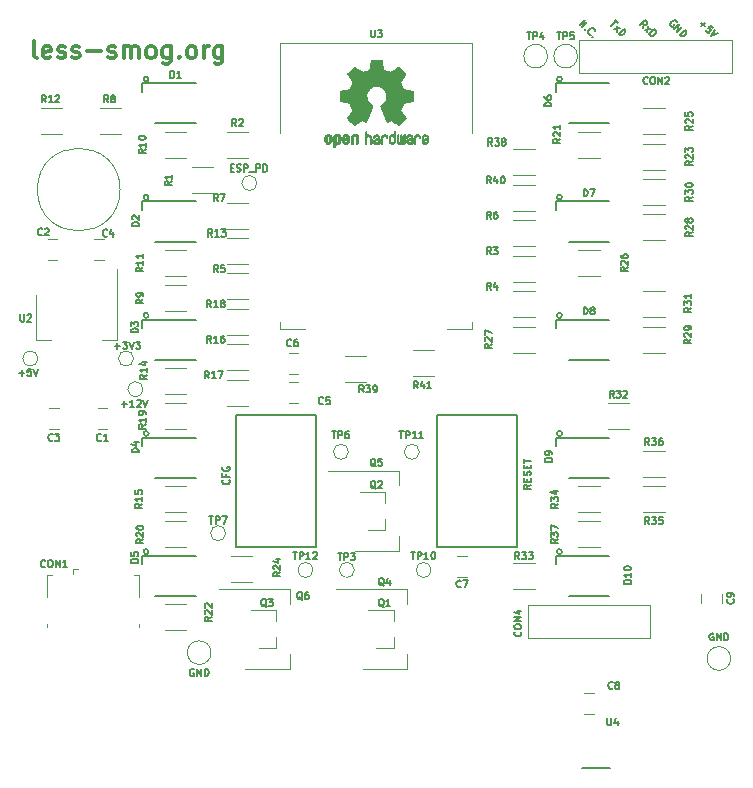
<source format=gbr>
G04 #@! TF.FileFunction,Legend,Top*
%FSLAX46Y46*%
G04 Gerber Fmt 4.6, Leading zero omitted, Abs format (unit mm)*
G04 Created by KiCad (PCBNEW 4.0.7) date 2018 March 10, Saturday 13:23:40*
%MOMM*%
%LPD*%
G01*
G04 APERTURE LIST*
%ADD10C,0.100000*%
%ADD11C,0.300000*%
%ADD12C,0.150000*%
%ADD13C,0.120000*%
%ADD14C,0.152000*%
%ADD15C,0.010000*%
G04 APERTURE END LIST*
D10*
D11*
X68250000Y-45178571D02*
X68107142Y-45107143D01*
X68035714Y-44964286D01*
X68035714Y-43678571D01*
X69392856Y-45107143D02*
X69249999Y-45178571D01*
X68964285Y-45178571D01*
X68821428Y-45107143D01*
X68749999Y-44964286D01*
X68749999Y-44392857D01*
X68821428Y-44250000D01*
X68964285Y-44178571D01*
X69249999Y-44178571D01*
X69392856Y-44250000D01*
X69464285Y-44392857D01*
X69464285Y-44535714D01*
X68749999Y-44678571D01*
X70035713Y-45107143D02*
X70178570Y-45178571D01*
X70464285Y-45178571D01*
X70607142Y-45107143D01*
X70678570Y-44964286D01*
X70678570Y-44892857D01*
X70607142Y-44750000D01*
X70464285Y-44678571D01*
X70249999Y-44678571D01*
X70107142Y-44607143D01*
X70035713Y-44464286D01*
X70035713Y-44392857D01*
X70107142Y-44250000D01*
X70249999Y-44178571D01*
X70464285Y-44178571D01*
X70607142Y-44250000D01*
X71249999Y-45107143D02*
X71392856Y-45178571D01*
X71678571Y-45178571D01*
X71821428Y-45107143D01*
X71892856Y-44964286D01*
X71892856Y-44892857D01*
X71821428Y-44750000D01*
X71678571Y-44678571D01*
X71464285Y-44678571D01*
X71321428Y-44607143D01*
X71249999Y-44464286D01*
X71249999Y-44392857D01*
X71321428Y-44250000D01*
X71464285Y-44178571D01*
X71678571Y-44178571D01*
X71821428Y-44250000D01*
X72535714Y-44607143D02*
X73678571Y-44607143D01*
X74321428Y-45107143D02*
X74464285Y-45178571D01*
X74750000Y-45178571D01*
X74892857Y-45107143D01*
X74964285Y-44964286D01*
X74964285Y-44892857D01*
X74892857Y-44750000D01*
X74750000Y-44678571D01*
X74535714Y-44678571D01*
X74392857Y-44607143D01*
X74321428Y-44464286D01*
X74321428Y-44392857D01*
X74392857Y-44250000D01*
X74535714Y-44178571D01*
X74750000Y-44178571D01*
X74892857Y-44250000D01*
X75607143Y-45178571D02*
X75607143Y-44178571D01*
X75607143Y-44321429D02*
X75678571Y-44250000D01*
X75821429Y-44178571D01*
X76035714Y-44178571D01*
X76178571Y-44250000D01*
X76250000Y-44392857D01*
X76250000Y-45178571D01*
X76250000Y-44392857D02*
X76321429Y-44250000D01*
X76464286Y-44178571D01*
X76678571Y-44178571D01*
X76821429Y-44250000D01*
X76892857Y-44392857D01*
X76892857Y-45178571D01*
X77821429Y-45178571D02*
X77678571Y-45107143D01*
X77607143Y-45035714D01*
X77535714Y-44892857D01*
X77535714Y-44464286D01*
X77607143Y-44321429D01*
X77678571Y-44250000D01*
X77821429Y-44178571D01*
X78035714Y-44178571D01*
X78178571Y-44250000D01*
X78250000Y-44321429D01*
X78321429Y-44464286D01*
X78321429Y-44892857D01*
X78250000Y-45035714D01*
X78178571Y-45107143D01*
X78035714Y-45178571D01*
X77821429Y-45178571D01*
X79607143Y-44178571D02*
X79607143Y-45392857D01*
X79535714Y-45535714D01*
X79464286Y-45607143D01*
X79321429Y-45678571D01*
X79107143Y-45678571D01*
X78964286Y-45607143D01*
X79607143Y-45107143D02*
X79464286Y-45178571D01*
X79178572Y-45178571D01*
X79035714Y-45107143D01*
X78964286Y-45035714D01*
X78892857Y-44892857D01*
X78892857Y-44464286D01*
X78964286Y-44321429D01*
X79035714Y-44250000D01*
X79178572Y-44178571D01*
X79464286Y-44178571D01*
X79607143Y-44250000D01*
X80321429Y-45035714D02*
X80392857Y-45107143D01*
X80321429Y-45178571D01*
X80250000Y-45107143D01*
X80321429Y-45035714D01*
X80321429Y-45178571D01*
X81250001Y-45178571D02*
X81107143Y-45107143D01*
X81035715Y-45035714D01*
X80964286Y-44892857D01*
X80964286Y-44464286D01*
X81035715Y-44321429D01*
X81107143Y-44250000D01*
X81250001Y-44178571D01*
X81464286Y-44178571D01*
X81607143Y-44250000D01*
X81678572Y-44321429D01*
X81750001Y-44464286D01*
X81750001Y-44892857D01*
X81678572Y-45035714D01*
X81607143Y-45107143D01*
X81464286Y-45178571D01*
X81250001Y-45178571D01*
X82392858Y-45178571D02*
X82392858Y-44178571D01*
X82392858Y-44464286D02*
X82464286Y-44321429D01*
X82535715Y-44250000D01*
X82678572Y-44178571D01*
X82821429Y-44178571D01*
X83964286Y-44178571D02*
X83964286Y-45392857D01*
X83892857Y-45535714D01*
X83821429Y-45607143D01*
X83678572Y-45678571D01*
X83464286Y-45678571D01*
X83321429Y-45607143D01*
X83964286Y-45107143D02*
X83821429Y-45178571D01*
X83535715Y-45178571D01*
X83392857Y-45107143D01*
X83321429Y-45035714D01*
X83250000Y-44892857D01*
X83250000Y-44464286D01*
X83321429Y-44321429D01*
X83392857Y-44250000D01*
X83535715Y-44178571D01*
X83821429Y-44178571D01*
X83964286Y-44250000D01*
D12*
X114207690Y-42328549D02*
X114631955Y-41904285D01*
X114450127Y-42570986D01*
X114874391Y-42146721D01*
X114692563Y-42732610D02*
X114692564Y-42773016D01*
X114652157Y-42773016D01*
X114652158Y-42732610D01*
X114692563Y-42732610D01*
X114652157Y-42773016D01*
X115137030Y-43177076D02*
X115096625Y-43177076D01*
X115015812Y-43136671D01*
X114975406Y-43096265D01*
X114935000Y-43015452D01*
X114935001Y-42934640D01*
X114955203Y-42874030D01*
X115015812Y-42773016D01*
X115076422Y-42712406D01*
X115177437Y-42651797D01*
X115238046Y-42631595D01*
X115318858Y-42631594D01*
X115399670Y-42672001D01*
X115440076Y-42712407D01*
X115480483Y-42793219D01*
X115480483Y-42833624D01*
X115318858Y-43358904D02*
X115318859Y-43399310D01*
X115278452Y-43399310D01*
X115278452Y-43358904D01*
X115318858Y-43358904D01*
X115278452Y-43399310D01*
X117202259Y-41934589D02*
X117444696Y-42177026D01*
X116899213Y-42480071D02*
X117323477Y-42055807D01*
X117121447Y-42702305D02*
X117626523Y-42641696D01*
X117404289Y-42419462D02*
X117343680Y-42924539D01*
X117505304Y-43086163D02*
X117929569Y-42661899D01*
X118030584Y-42762914D01*
X118070991Y-42843727D01*
X118070990Y-42924538D01*
X118050787Y-42985148D01*
X117990178Y-43086162D01*
X117929569Y-43146772D01*
X117828554Y-43207381D01*
X117767944Y-43227584D01*
X117687133Y-43227584D01*
X117606320Y-43187178D01*
X117505304Y-43086163D01*
X119570532Y-42611391D02*
X119631142Y-42267939D01*
X119328096Y-42368955D02*
X119752360Y-41944690D01*
X119913985Y-42106315D01*
X119934188Y-42166924D01*
X119934188Y-42207330D01*
X119913985Y-42267939D01*
X119853375Y-42328548D01*
X119792767Y-42348751D01*
X119752360Y-42348751D01*
X119691752Y-42328548D01*
X119530127Y-42166924D01*
X119711954Y-42752812D02*
X120217030Y-42692203D01*
X119994797Y-42469970D02*
X119934188Y-42975046D01*
X120095812Y-43136670D02*
X120520076Y-42712406D01*
X120621091Y-42813421D01*
X120661498Y-42894234D01*
X120661497Y-42975045D01*
X120641294Y-43035655D01*
X120580685Y-43136670D01*
X120520076Y-43197279D01*
X120419061Y-43257888D01*
X120358452Y-43278091D01*
X120277640Y-43278092D01*
X120196827Y-43237685D01*
X120095812Y-43136670D01*
X124519213Y-42156822D02*
X124842462Y-42480071D01*
X124519213Y-42480071D02*
X124842462Y-42156823D01*
X125509162Y-42621492D02*
X125307131Y-42419462D01*
X125084898Y-42601289D01*
X125125304Y-42601289D01*
X125185913Y-42621492D01*
X125286929Y-42722507D01*
X125307132Y-42783116D01*
X125307131Y-42823522D01*
X125286929Y-42884132D01*
X125185913Y-42985147D01*
X125125304Y-43005350D01*
X125084898Y-43005350D01*
X125024289Y-42985147D01*
X124923273Y-42884132D01*
X124903071Y-42823522D01*
X124903071Y-42783117D01*
X125650584Y-42762914D02*
X125367741Y-43328600D01*
X125933426Y-43045757D01*
X122443884Y-42136620D02*
X122423680Y-42076011D01*
X122363071Y-42015402D01*
X122282259Y-41974995D01*
X122201447Y-41974996D01*
X122140838Y-41995198D01*
X122039823Y-42055807D01*
X121979214Y-42116417D01*
X121918605Y-42217431D01*
X121898402Y-42278041D01*
X121898401Y-42358853D01*
X121938807Y-42439666D01*
X121979214Y-42480072D01*
X122060026Y-42520478D01*
X122100431Y-42520478D01*
X122241853Y-42379056D01*
X122161041Y-42298245D01*
X122241853Y-42742711D02*
X122666117Y-42318447D01*
X122484289Y-42985148D01*
X122908553Y-42560884D01*
X122686320Y-43187178D02*
X123110584Y-42762914D01*
X123211599Y-42863929D01*
X123252006Y-42944742D01*
X123252005Y-43025553D01*
X123231802Y-43086163D01*
X123171193Y-43187177D01*
X123110584Y-43247787D01*
X123009569Y-43308396D01*
X122948960Y-43328599D01*
X122868148Y-43328600D01*
X122787335Y-43288193D01*
X122686320Y-43187178D01*
D10*
X75300000Y-56300000D02*
G75*
G03X75300000Y-56300000I-3500000J0D01*
G01*
D13*
X118400000Y-76600000D02*
X116600000Y-76600000D01*
X116600000Y-74400000D02*
X118400000Y-74400000D01*
X121400000Y-60600000D02*
X119600000Y-60600000D01*
X119600000Y-58400000D02*
X121400000Y-58400000D01*
X99610000Y-96910000D02*
X99610000Y-95650000D01*
X99610000Y-90090000D02*
X99610000Y-91350000D01*
X95850000Y-96910000D02*
X99610000Y-96910000D01*
X93600000Y-90090000D02*
X99610000Y-90090000D01*
X98910000Y-86910000D02*
X98910000Y-85650000D01*
X98910000Y-80090000D02*
X98910000Y-81350000D01*
X95150000Y-86910000D02*
X98910000Y-86910000D01*
X92900000Y-80090000D02*
X98910000Y-80090000D01*
X89660000Y-96910000D02*
X89660000Y-95650000D01*
X89660000Y-90090000D02*
X89660000Y-91350000D01*
X85900000Y-96910000D02*
X89660000Y-96910000D01*
X83650000Y-90090000D02*
X89660000Y-90090000D01*
X68190000Y-69010000D02*
X69450000Y-69010000D01*
X75010000Y-69010000D02*
X73750000Y-69010000D01*
X68190000Y-65250000D02*
X68190000Y-69010000D01*
X75010000Y-63000000D02*
X75010000Y-69010000D01*
D12*
X116800000Y-105300000D02*
X114400000Y-105300000D01*
D13*
X69100000Y-88950000D02*
X69550000Y-88950000D01*
X69100000Y-90800000D02*
X69100000Y-88950000D01*
X76900000Y-93350000D02*
X76900000Y-93100000D01*
X69100000Y-93350000D02*
X69100000Y-93100000D01*
X76900000Y-90800000D02*
X76900000Y-88950000D01*
X76900000Y-88950000D02*
X76450000Y-88950000D01*
X71300000Y-88400000D02*
X71750000Y-88400000D01*
X71300000Y-88400000D02*
X71300000Y-88850000D01*
X88880000Y-43880000D02*
X105120000Y-43880000D01*
X105120000Y-43880000D02*
X105120000Y-51500000D01*
X105120000Y-67500000D02*
X105120000Y-68120000D01*
X105120000Y-68120000D02*
X103000000Y-68120000D01*
X91000000Y-68120000D02*
X88880000Y-68120000D01*
X88880000Y-68120000D02*
X88880000Y-67500000D01*
X88880000Y-51500000D02*
X88880000Y-43880000D01*
X73400000Y-76600000D02*
X74200000Y-76600000D01*
X74200000Y-74800000D02*
X73400000Y-74800000D01*
X70000000Y-60500000D02*
X69200000Y-60500000D01*
X69200000Y-62300000D02*
X70000000Y-62300000D01*
X70100000Y-74800000D02*
X69300000Y-74800000D01*
X69300000Y-76600000D02*
X70100000Y-76600000D01*
X73900000Y-60500000D02*
X73100000Y-60500000D01*
X73100000Y-62300000D02*
X73900000Y-62300000D01*
X90400000Y-72600000D02*
X89600000Y-72600000D01*
X89600000Y-74400000D02*
X90400000Y-74400000D01*
X90400000Y-70100000D02*
X89600000Y-70100000D01*
X89600000Y-71900000D02*
X90400000Y-71900000D01*
X103850000Y-89100000D02*
X104650000Y-89100000D01*
X104650000Y-87300000D02*
X103850000Y-87300000D01*
X115400000Y-98900000D02*
X114600000Y-98900000D01*
X114600000Y-100700000D02*
X115400000Y-100700000D01*
X124500000Y-90500000D02*
X124500000Y-91300000D01*
X126300000Y-91300000D02*
X126300000Y-90500000D01*
X98460000Y-95080000D02*
X98460000Y-94150000D01*
X98460000Y-91920000D02*
X98460000Y-92850000D01*
X98460000Y-91920000D02*
X96300000Y-91920000D01*
X98460000Y-95080000D02*
X97000000Y-95080000D01*
X97760000Y-85080000D02*
X97760000Y-84150000D01*
X97760000Y-81920000D02*
X97760000Y-82850000D01*
X97760000Y-81920000D02*
X95600000Y-81920000D01*
X97760000Y-85080000D02*
X96300000Y-85080000D01*
X88510000Y-95080000D02*
X88510000Y-94150000D01*
X88510000Y-91920000D02*
X88510000Y-92850000D01*
X88510000Y-91920000D02*
X86350000Y-91920000D01*
X88510000Y-95080000D02*
X87050000Y-95080000D01*
X83150000Y-56600000D02*
X81350000Y-56600000D01*
X81350000Y-54400000D02*
X83150000Y-54400000D01*
X86150000Y-53600000D02*
X84350000Y-53600000D01*
X84350000Y-51400000D02*
X86150000Y-51400000D01*
X108600000Y-61900000D02*
X110400000Y-61900000D01*
X110400000Y-64100000D02*
X108600000Y-64100000D01*
X110400000Y-67100000D02*
X108600000Y-67100000D01*
X108600000Y-64900000D02*
X110400000Y-64900000D01*
X84350000Y-63400000D02*
X86150000Y-63400000D01*
X86150000Y-65600000D02*
X84350000Y-65600000D01*
X108600000Y-58900000D02*
X110400000Y-58900000D01*
X110400000Y-61100000D02*
X108600000Y-61100000D01*
X84350000Y-57400000D02*
X86150000Y-57400000D01*
X86150000Y-59600000D02*
X84350000Y-59600000D01*
X73600000Y-49400000D02*
X75400000Y-49400000D01*
X75400000Y-51600000D02*
X73600000Y-51600000D01*
X80900000Y-66600000D02*
X79100000Y-66600000D01*
X79100000Y-64400000D02*
X80900000Y-64400000D01*
X79100000Y-51400000D02*
X80900000Y-51400000D01*
X80900000Y-53600000D02*
X79100000Y-53600000D01*
X79100000Y-61400000D02*
X80900000Y-61400000D01*
X80900000Y-63600000D02*
X79100000Y-63600000D01*
X68600000Y-49400000D02*
X70400000Y-49400000D01*
X70400000Y-51600000D02*
X68600000Y-51600000D01*
X86150000Y-62600000D02*
X84350000Y-62600000D01*
X84350000Y-60400000D02*
X86150000Y-60400000D01*
X80900000Y-73600000D02*
X79100000Y-73600000D01*
X79100000Y-71400000D02*
X80900000Y-71400000D01*
X80900000Y-83600000D02*
X79100000Y-83600000D01*
X79100000Y-81400000D02*
X80900000Y-81400000D01*
X86150000Y-71600000D02*
X84350000Y-71600000D01*
X84350000Y-69400000D02*
X86150000Y-69400000D01*
X86150000Y-74600000D02*
X84350000Y-74600000D01*
X84350000Y-72400000D02*
X86150000Y-72400000D01*
X86150000Y-68600000D02*
X84350000Y-68600000D01*
X84350000Y-66400000D02*
X86150000Y-66400000D01*
X80900000Y-76600000D02*
X79100000Y-76600000D01*
X79100000Y-74400000D02*
X80900000Y-74400000D01*
X80900000Y-86600000D02*
X79100000Y-86600000D01*
X79100000Y-84400000D02*
X80900000Y-84400000D01*
X115900000Y-53600000D02*
X114100000Y-53600000D01*
X114100000Y-51400000D02*
X115900000Y-51400000D01*
X80900000Y-93600000D02*
X79100000Y-93600000D01*
X79100000Y-91400000D02*
X80900000Y-91400000D01*
X121400000Y-54600000D02*
X119600000Y-54600000D01*
X119600000Y-52400000D02*
X121400000Y-52400000D01*
X86500000Y-89500000D02*
X84700000Y-89500000D01*
X84700000Y-87300000D02*
X86500000Y-87300000D01*
X121400000Y-51600000D02*
X119600000Y-51600000D01*
X119600000Y-49400000D02*
X121400000Y-49400000D01*
X115900000Y-63600000D02*
X114100000Y-63600000D01*
X114100000Y-61400000D02*
X115900000Y-61400000D01*
X108600000Y-67900000D02*
X110400000Y-67900000D01*
X110400000Y-70100000D02*
X108600000Y-70100000D01*
X121400000Y-70100000D02*
X119600000Y-70100000D01*
X119600000Y-67900000D02*
X121400000Y-67900000D01*
X121400000Y-57600000D02*
X119600000Y-57600000D01*
X119600000Y-55400000D02*
X121400000Y-55400000D01*
X121400000Y-67100000D02*
X119600000Y-67100000D01*
X119600000Y-64900000D02*
X121400000Y-64900000D01*
X108600000Y-87900000D02*
X110400000Y-87900000D01*
X110400000Y-90100000D02*
X108600000Y-90100000D01*
X115900000Y-83600000D02*
X114100000Y-83600000D01*
X114100000Y-81400000D02*
X115900000Y-81400000D01*
X119600000Y-81400000D02*
X121400000Y-81400000D01*
X121400000Y-83600000D02*
X119600000Y-83600000D01*
X121400000Y-80600000D02*
X119600000Y-80600000D01*
X119600000Y-78400000D02*
X121400000Y-78400000D01*
X114100000Y-84400000D02*
X115900000Y-84400000D01*
X115900000Y-86600000D02*
X114100000Y-86600000D01*
X108600000Y-52900000D02*
X110400000Y-52900000D01*
X110400000Y-55100000D02*
X108600000Y-55100000D01*
X96150000Y-72600000D02*
X94350000Y-72600000D01*
X94350000Y-70400000D02*
X96150000Y-70400000D01*
X108600000Y-55900000D02*
X110400000Y-55900000D01*
X110400000Y-58100000D02*
X108600000Y-58100000D01*
X100100000Y-69900000D02*
X101900000Y-69900000D01*
X101900000Y-72100000D02*
X100100000Y-72100000D01*
D14*
X108900000Y-75400000D02*
X108900000Y-86600000D01*
X108900000Y-86600000D02*
X102100000Y-86600000D01*
X102100000Y-86600000D02*
X102100000Y-75400000D01*
X102100000Y-75400000D02*
X108900000Y-75400000D01*
X91900000Y-75400000D02*
X91900000Y-86600000D01*
X91900000Y-86600000D02*
X85100000Y-86600000D01*
X85100000Y-86600000D02*
X85100000Y-75400000D01*
X85100000Y-75400000D02*
X91900000Y-75400000D01*
D13*
X109800000Y-91500000D02*
X109800000Y-94300000D01*
X120200000Y-91500000D02*
X109800000Y-91500000D01*
X120200000Y-94300000D02*
X109800000Y-94300000D01*
X120200000Y-91500000D02*
X120200000Y-94300000D01*
D10*
X86890312Y-55750000D02*
G75*
G03X86890312Y-55750000I-640312J0D01*
G01*
X83000000Y-95500000D02*
G75*
G03X83000000Y-95500000I-1000000J0D01*
G01*
X95140312Y-88500000D02*
G75*
G03X95140312Y-88500000I-640312J0D01*
G01*
X111490000Y-45000000D02*
G75*
G03X111490000Y-45000000I-1000000J0D01*
G01*
X114030000Y-45000000D02*
G75*
G03X114030000Y-45000000I-1000000J0D01*
G01*
X94640312Y-78500000D02*
G75*
G03X94640312Y-78500000I-640312J0D01*
G01*
X84240312Y-85400000D02*
G75*
G03X84240312Y-85400000I-640312J0D01*
G01*
X68340312Y-70600000D02*
G75*
G03X68340312Y-70600000I-640312J0D01*
G01*
X77240312Y-73200000D02*
G75*
G03X77240312Y-73200000I-640312J0D01*
G01*
X101640312Y-88500000D02*
G75*
G03X101640312Y-88500000I-640312J0D01*
G01*
X100640312Y-78500000D02*
G75*
G03X100640312Y-78500000I-640312J0D01*
G01*
X91640312Y-88500000D02*
G75*
G03X91640312Y-88500000I-640312J0D01*
G01*
X76440312Y-70600000D02*
G75*
G03X76440312Y-70600000I-640312J0D01*
G01*
X127000000Y-96000000D02*
G75*
G03X127000000Y-96000000I-1000000J0D01*
G01*
D13*
X127120000Y-46400000D02*
X127120000Y-43600000D01*
X114170000Y-46400000D02*
X127120000Y-46400000D01*
X114170000Y-43600000D02*
X127120000Y-43600000D01*
X114170000Y-46400000D02*
X114170000Y-43600000D01*
D12*
X77712132Y-76950000D02*
G75*
G03X77712132Y-76950000I-212132J0D01*
G01*
X77200000Y-77300000D02*
X77200000Y-78000000D01*
X81700000Y-77300000D02*
X77200000Y-77300000D01*
X78300000Y-80700000D02*
X81700000Y-80700000D01*
X77712132Y-66950000D02*
G75*
G03X77712132Y-66950000I-212132J0D01*
G01*
X77200000Y-67300000D02*
X77200000Y-68000000D01*
X81700000Y-67300000D02*
X77200000Y-67300000D01*
X78300000Y-70700000D02*
X81700000Y-70700000D01*
X77712132Y-56950000D02*
G75*
G03X77712132Y-56950000I-212132J0D01*
G01*
X77200000Y-57300000D02*
X77200000Y-58000000D01*
X81700000Y-57300000D02*
X77200000Y-57300000D01*
X78300000Y-60700000D02*
X81700000Y-60700000D01*
X77712132Y-46950000D02*
G75*
G03X77712132Y-46950000I-212132J0D01*
G01*
X77200000Y-47300000D02*
X77200000Y-48000000D01*
X81700000Y-47300000D02*
X77200000Y-47300000D01*
X78300000Y-50700000D02*
X81700000Y-50700000D01*
X77712132Y-86950000D02*
G75*
G03X77712132Y-86950000I-212132J0D01*
G01*
X77200000Y-87300000D02*
X77200000Y-88000000D01*
X81700000Y-87300000D02*
X77200000Y-87300000D01*
X78300000Y-90700000D02*
X81700000Y-90700000D01*
X112712132Y-46950000D02*
G75*
G03X112712132Y-46950000I-212132J0D01*
G01*
X112200000Y-47300000D02*
X112200000Y-48000000D01*
X116700000Y-47300000D02*
X112200000Y-47300000D01*
X113300000Y-50700000D02*
X116700000Y-50700000D01*
X112712132Y-56950000D02*
G75*
G03X112712132Y-56950000I-212132J0D01*
G01*
X112200000Y-57300000D02*
X112200000Y-58000000D01*
X116700000Y-57300000D02*
X112200000Y-57300000D01*
X113300000Y-60700000D02*
X116700000Y-60700000D01*
X112712132Y-66950000D02*
G75*
G03X112712132Y-66950000I-212132J0D01*
G01*
X112200000Y-67300000D02*
X112200000Y-68000000D01*
X116700000Y-67300000D02*
X112200000Y-67300000D01*
X113300000Y-70700000D02*
X116700000Y-70700000D01*
X112712132Y-76950000D02*
G75*
G03X112712132Y-76950000I-212132J0D01*
G01*
X112200000Y-77300000D02*
X112200000Y-78000000D01*
X116700000Y-77300000D02*
X112200000Y-77300000D01*
X113300000Y-80700000D02*
X116700000Y-80700000D01*
X112712132Y-86950000D02*
G75*
G03X112712132Y-86950000I-212132J0D01*
G01*
X112200000Y-87300000D02*
X112200000Y-88000000D01*
X116700000Y-87300000D02*
X112200000Y-87300000D01*
X113300000Y-90700000D02*
X116700000Y-90700000D01*
D15*
G36*
X93768886Y-51584505D02*
X93843539Y-51621727D01*
X93909431Y-51690261D01*
X93927577Y-51715648D01*
X93947345Y-51748866D01*
X93960172Y-51784945D01*
X93967510Y-51833098D01*
X93970813Y-51902536D01*
X93971538Y-51994206D01*
X93968263Y-52119830D01*
X93956877Y-52214154D01*
X93935041Y-52284523D01*
X93900419Y-52338286D01*
X93850670Y-52382788D01*
X93847014Y-52385423D01*
X93797985Y-52412377D01*
X93738945Y-52425712D01*
X93663859Y-52429000D01*
X93541795Y-52429000D01*
X93541744Y-52547497D01*
X93540608Y-52613492D01*
X93533686Y-52652202D01*
X93515598Y-52675419D01*
X93480962Y-52694933D01*
X93472645Y-52698920D01*
X93433720Y-52717603D01*
X93403583Y-52729403D01*
X93381174Y-52730422D01*
X93365433Y-52716761D01*
X93355302Y-52684522D01*
X93349723Y-52629804D01*
X93347635Y-52548711D01*
X93347981Y-52437344D01*
X93349700Y-52291802D01*
X93350237Y-52248269D01*
X93352172Y-52098205D01*
X93353904Y-52000042D01*
X93541692Y-52000042D01*
X93542748Y-52083364D01*
X93547438Y-52137880D01*
X93558051Y-52173837D01*
X93576872Y-52201482D01*
X93589650Y-52214965D01*
X93641890Y-52254417D01*
X93688142Y-52257628D01*
X93735867Y-52225049D01*
X93737077Y-52223846D01*
X93756494Y-52198668D01*
X93768307Y-52164447D01*
X93774265Y-52111748D01*
X93776120Y-52031131D01*
X93776154Y-52013271D01*
X93771670Y-51902175D01*
X93757074Y-51825161D01*
X93730650Y-51778147D01*
X93690683Y-51757050D01*
X93667584Y-51754923D01*
X93612762Y-51764900D01*
X93575158Y-51797752D01*
X93552523Y-51857857D01*
X93542606Y-51949598D01*
X93541692Y-52000042D01*
X93353904Y-52000042D01*
X93354222Y-51982060D01*
X93356873Y-51894679D01*
X93360606Y-51830905D01*
X93365907Y-51785582D01*
X93373258Y-51753555D01*
X93383143Y-51729668D01*
X93396046Y-51708764D01*
X93401579Y-51700898D01*
X93474969Y-51626595D01*
X93567760Y-51584467D01*
X93675096Y-51572722D01*
X93768886Y-51584505D01*
X93768886Y-51584505D01*
G37*
X93768886Y-51584505D02*
X93843539Y-51621727D01*
X93909431Y-51690261D01*
X93927577Y-51715648D01*
X93947345Y-51748866D01*
X93960172Y-51784945D01*
X93967510Y-51833098D01*
X93970813Y-51902536D01*
X93971538Y-51994206D01*
X93968263Y-52119830D01*
X93956877Y-52214154D01*
X93935041Y-52284523D01*
X93900419Y-52338286D01*
X93850670Y-52382788D01*
X93847014Y-52385423D01*
X93797985Y-52412377D01*
X93738945Y-52425712D01*
X93663859Y-52429000D01*
X93541795Y-52429000D01*
X93541744Y-52547497D01*
X93540608Y-52613492D01*
X93533686Y-52652202D01*
X93515598Y-52675419D01*
X93480962Y-52694933D01*
X93472645Y-52698920D01*
X93433720Y-52717603D01*
X93403583Y-52729403D01*
X93381174Y-52730422D01*
X93365433Y-52716761D01*
X93355302Y-52684522D01*
X93349723Y-52629804D01*
X93347635Y-52548711D01*
X93347981Y-52437344D01*
X93349700Y-52291802D01*
X93350237Y-52248269D01*
X93352172Y-52098205D01*
X93353904Y-52000042D01*
X93541692Y-52000042D01*
X93542748Y-52083364D01*
X93547438Y-52137880D01*
X93558051Y-52173837D01*
X93576872Y-52201482D01*
X93589650Y-52214965D01*
X93641890Y-52254417D01*
X93688142Y-52257628D01*
X93735867Y-52225049D01*
X93737077Y-52223846D01*
X93756494Y-52198668D01*
X93768307Y-52164447D01*
X93774265Y-52111748D01*
X93776120Y-52031131D01*
X93776154Y-52013271D01*
X93771670Y-51902175D01*
X93757074Y-51825161D01*
X93730650Y-51778147D01*
X93690683Y-51757050D01*
X93667584Y-51754923D01*
X93612762Y-51764900D01*
X93575158Y-51797752D01*
X93552523Y-51857857D01*
X93542606Y-51949598D01*
X93541692Y-52000042D01*
X93353904Y-52000042D01*
X93354222Y-51982060D01*
X93356873Y-51894679D01*
X93360606Y-51830905D01*
X93365907Y-51785582D01*
X93373258Y-51753555D01*
X93383143Y-51729668D01*
X93396046Y-51708764D01*
X93401579Y-51700898D01*
X93474969Y-51626595D01*
X93567760Y-51584467D01*
X93675096Y-51572722D01*
X93768886Y-51584505D01*
G36*
X95271664Y-51595089D02*
X95334367Y-51631358D01*
X95377961Y-51667358D01*
X95409845Y-51705075D01*
X95431810Y-51751199D01*
X95445649Y-51812421D01*
X95453153Y-51895431D01*
X95456117Y-52006919D01*
X95456461Y-52087062D01*
X95456461Y-52382065D01*
X95290385Y-52456515D01*
X95280615Y-52133402D01*
X95276579Y-52012729D01*
X95272344Y-51925141D01*
X95267097Y-51864650D01*
X95260025Y-51825268D01*
X95250311Y-51801007D01*
X95237144Y-51785880D01*
X95232919Y-51782606D01*
X95168909Y-51757034D01*
X95104208Y-51767153D01*
X95065692Y-51794000D01*
X95050025Y-51813024D01*
X95039180Y-51837988D01*
X95032288Y-51875834D01*
X95028479Y-51933502D01*
X95026883Y-52017935D01*
X95026615Y-52105928D01*
X95026563Y-52216323D01*
X95024672Y-52294463D01*
X95018345Y-52347165D01*
X95004983Y-52381242D01*
X94981985Y-52403511D01*
X94946754Y-52420787D01*
X94899697Y-52438738D01*
X94848303Y-52458278D01*
X94854421Y-52111485D01*
X94856884Y-51986468D01*
X94859767Y-51894082D01*
X94863898Y-51827881D01*
X94870107Y-51781420D01*
X94879226Y-51748256D01*
X94892083Y-51721944D01*
X94907584Y-51698729D01*
X94982371Y-51624569D01*
X95073628Y-51581684D01*
X95172883Y-51571412D01*
X95271664Y-51595089D01*
X95271664Y-51595089D01*
G37*
X95271664Y-51595089D02*
X95334367Y-51631358D01*
X95377961Y-51667358D01*
X95409845Y-51705075D01*
X95431810Y-51751199D01*
X95445649Y-51812421D01*
X95453153Y-51895431D01*
X95456117Y-52006919D01*
X95456461Y-52087062D01*
X95456461Y-52382065D01*
X95290385Y-52456515D01*
X95280615Y-52133402D01*
X95276579Y-52012729D01*
X95272344Y-51925141D01*
X95267097Y-51864650D01*
X95260025Y-51825268D01*
X95250311Y-51801007D01*
X95237144Y-51785880D01*
X95232919Y-51782606D01*
X95168909Y-51757034D01*
X95104208Y-51767153D01*
X95065692Y-51794000D01*
X95050025Y-51813024D01*
X95039180Y-51837988D01*
X95032288Y-51875834D01*
X95028479Y-51933502D01*
X95026883Y-52017935D01*
X95026615Y-52105928D01*
X95026563Y-52216323D01*
X95024672Y-52294463D01*
X95018345Y-52347165D01*
X95004983Y-52381242D01*
X94981985Y-52403511D01*
X94946754Y-52420787D01*
X94899697Y-52438738D01*
X94848303Y-52458278D01*
X94854421Y-52111485D01*
X94856884Y-51986468D01*
X94859767Y-51894082D01*
X94863898Y-51827881D01*
X94870107Y-51781420D01*
X94879226Y-51748256D01*
X94892083Y-51721944D01*
X94907584Y-51698729D01*
X94982371Y-51624569D01*
X95073628Y-51581684D01*
X95172883Y-51571412D01*
X95271664Y-51595089D01*
G36*
X93016886Y-51587256D02*
X93108464Y-51635409D01*
X93176049Y-51712905D01*
X93200057Y-51762727D01*
X93218738Y-51837533D01*
X93228301Y-51932052D01*
X93229208Y-52035210D01*
X93221921Y-52135935D01*
X93206903Y-52223153D01*
X93184615Y-52285791D01*
X93177765Y-52296579D01*
X93096632Y-52377105D01*
X93000266Y-52425336D01*
X92895701Y-52439450D01*
X92789968Y-52417629D01*
X92760543Y-52404547D01*
X92703241Y-52364231D01*
X92652950Y-52310775D01*
X92648197Y-52303995D01*
X92628878Y-52271321D01*
X92616108Y-52236394D01*
X92608564Y-52190414D01*
X92604924Y-52124584D01*
X92603865Y-52030105D01*
X92603846Y-52008923D01*
X92603894Y-52002182D01*
X92799231Y-52002182D01*
X92800368Y-52091349D01*
X92804841Y-52150520D01*
X92814246Y-52188741D01*
X92830176Y-52215053D01*
X92838308Y-52223846D01*
X92885058Y-52257261D01*
X92930447Y-52255737D01*
X92976340Y-52226752D01*
X93003712Y-52195809D01*
X93019923Y-52150643D01*
X93029026Y-52079420D01*
X93029651Y-52071114D01*
X93031204Y-51942037D01*
X93014965Y-51846172D01*
X92981152Y-51784107D01*
X92929984Y-51756432D01*
X92911720Y-51754923D01*
X92863760Y-51762513D01*
X92830953Y-51788808D01*
X92810895Y-51839095D01*
X92801178Y-51918664D01*
X92799231Y-52002182D01*
X92603894Y-52002182D01*
X92604574Y-51908249D01*
X92607629Y-51837906D01*
X92614322Y-51789163D01*
X92625960Y-51753288D01*
X92643853Y-51721548D01*
X92647808Y-51715648D01*
X92714267Y-51636104D01*
X92786685Y-51589929D01*
X92874849Y-51571599D01*
X92904787Y-51570703D01*
X93016886Y-51587256D01*
X93016886Y-51587256D01*
G37*
X93016886Y-51587256D02*
X93108464Y-51635409D01*
X93176049Y-51712905D01*
X93200057Y-51762727D01*
X93218738Y-51837533D01*
X93228301Y-51932052D01*
X93229208Y-52035210D01*
X93221921Y-52135935D01*
X93206903Y-52223153D01*
X93184615Y-52285791D01*
X93177765Y-52296579D01*
X93096632Y-52377105D01*
X93000266Y-52425336D01*
X92895701Y-52439450D01*
X92789968Y-52417629D01*
X92760543Y-52404547D01*
X92703241Y-52364231D01*
X92652950Y-52310775D01*
X92648197Y-52303995D01*
X92628878Y-52271321D01*
X92616108Y-52236394D01*
X92608564Y-52190414D01*
X92604924Y-52124584D01*
X92603865Y-52030105D01*
X92603846Y-52008923D01*
X92603894Y-52002182D01*
X92799231Y-52002182D01*
X92800368Y-52091349D01*
X92804841Y-52150520D01*
X92814246Y-52188741D01*
X92830176Y-52215053D01*
X92838308Y-52223846D01*
X92885058Y-52257261D01*
X92930447Y-52255737D01*
X92976340Y-52226752D01*
X93003712Y-52195809D01*
X93019923Y-52150643D01*
X93029026Y-52079420D01*
X93029651Y-52071114D01*
X93031204Y-51942037D01*
X93014965Y-51846172D01*
X92981152Y-51784107D01*
X92929984Y-51756432D01*
X92911720Y-51754923D01*
X92863760Y-51762513D01*
X92830953Y-51788808D01*
X92810895Y-51839095D01*
X92801178Y-51918664D01*
X92799231Y-52002182D01*
X92603894Y-52002182D01*
X92604574Y-51908249D01*
X92607629Y-51837906D01*
X92614322Y-51789163D01*
X92625960Y-51753288D01*
X92643853Y-51721548D01*
X92647808Y-51715648D01*
X92714267Y-51636104D01*
X92786685Y-51589929D01*
X92874849Y-51571599D01*
X92904787Y-51570703D01*
X93016886Y-51587256D01*
G36*
X94534254Y-51599745D02*
X94611286Y-51651567D01*
X94670816Y-51726412D01*
X94706378Y-51821654D01*
X94713571Y-51891756D01*
X94712754Y-51921009D01*
X94705914Y-51943407D01*
X94687112Y-51963474D01*
X94650408Y-51985733D01*
X94589862Y-52014709D01*
X94499534Y-52054927D01*
X94499077Y-52055129D01*
X94415933Y-52093210D01*
X94347753Y-52127025D01*
X94301505Y-52152933D01*
X94284158Y-52167295D01*
X94284154Y-52167411D01*
X94299443Y-52198685D01*
X94335196Y-52233157D01*
X94376242Y-52257990D01*
X94397037Y-52262923D01*
X94453770Y-52245862D01*
X94502627Y-52203133D01*
X94526465Y-52156155D01*
X94549397Y-52121522D01*
X94594318Y-52082081D01*
X94647123Y-52048009D01*
X94693710Y-52029480D01*
X94703452Y-52028462D01*
X94714418Y-52045215D01*
X94715079Y-52088039D01*
X94707020Y-52145781D01*
X94691827Y-52207289D01*
X94671086Y-52261409D01*
X94670038Y-52263510D01*
X94607621Y-52350660D01*
X94526726Y-52409939D01*
X94434856Y-52439034D01*
X94339513Y-52435634D01*
X94248198Y-52397428D01*
X94244138Y-52394741D01*
X94172306Y-52329642D01*
X94125073Y-52244705D01*
X94098934Y-52133021D01*
X94095426Y-52101643D01*
X94089213Y-51953536D01*
X94096661Y-51884468D01*
X94284154Y-51884468D01*
X94286590Y-51927552D01*
X94299914Y-51940126D01*
X94333132Y-51930719D01*
X94385494Y-51908483D01*
X94444024Y-51880610D01*
X94445479Y-51879872D01*
X94495089Y-51853777D01*
X94515000Y-51836363D01*
X94510090Y-51818107D01*
X94489416Y-51794120D01*
X94436819Y-51759406D01*
X94380177Y-51756856D01*
X94329369Y-51782119D01*
X94294276Y-51830847D01*
X94284154Y-51884468D01*
X94096661Y-51884468D01*
X94101992Y-51835036D01*
X94134778Y-51741055D01*
X94180421Y-51675215D01*
X94262802Y-51608681D01*
X94353546Y-51575676D01*
X94446185Y-51573573D01*
X94534254Y-51599745D01*
X94534254Y-51599745D01*
G37*
X94534254Y-51599745D02*
X94611286Y-51651567D01*
X94670816Y-51726412D01*
X94706378Y-51821654D01*
X94713571Y-51891756D01*
X94712754Y-51921009D01*
X94705914Y-51943407D01*
X94687112Y-51963474D01*
X94650408Y-51985733D01*
X94589862Y-52014709D01*
X94499534Y-52054927D01*
X94499077Y-52055129D01*
X94415933Y-52093210D01*
X94347753Y-52127025D01*
X94301505Y-52152933D01*
X94284158Y-52167295D01*
X94284154Y-52167411D01*
X94299443Y-52198685D01*
X94335196Y-52233157D01*
X94376242Y-52257990D01*
X94397037Y-52262923D01*
X94453770Y-52245862D01*
X94502627Y-52203133D01*
X94526465Y-52156155D01*
X94549397Y-52121522D01*
X94594318Y-52082081D01*
X94647123Y-52048009D01*
X94693710Y-52029480D01*
X94703452Y-52028462D01*
X94714418Y-52045215D01*
X94715079Y-52088039D01*
X94707020Y-52145781D01*
X94691827Y-52207289D01*
X94671086Y-52261409D01*
X94670038Y-52263510D01*
X94607621Y-52350660D01*
X94526726Y-52409939D01*
X94434856Y-52439034D01*
X94339513Y-52435634D01*
X94248198Y-52397428D01*
X94244138Y-52394741D01*
X94172306Y-52329642D01*
X94125073Y-52244705D01*
X94098934Y-52133021D01*
X94095426Y-52101643D01*
X94089213Y-51953536D01*
X94096661Y-51884468D01*
X94284154Y-51884468D01*
X94286590Y-51927552D01*
X94299914Y-51940126D01*
X94333132Y-51930719D01*
X94385494Y-51908483D01*
X94444024Y-51880610D01*
X94445479Y-51879872D01*
X94495089Y-51853777D01*
X94515000Y-51836363D01*
X94510090Y-51818107D01*
X94489416Y-51794120D01*
X94436819Y-51759406D01*
X94380177Y-51756856D01*
X94329369Y-51782119D01*
X94294276Y-51830847D01*
X94284154Y-51884468D01*
X94096661Y-51884468D01*
X94101992Y-51835036D01*
X94134778Y-51741055D01*
X94180421Y-51675215D01*
X94262802Y-51608681D01*
X94353546Y-51575676D01*
X94446185Y-51573573D01*
X94534254Y-51599745D01*
G36*
X96159846Y-51492120D02*
X96165572Y-51571980D01*
X96172149Y-51619039D01*
X96181262Y-51639566D01*
X96194598Y-51639829D01*
X96198923Y-51637378D01*
X96256444Y-51619636D01*
X96331268Y-51620672D01*
X96407339Y-51638910D01*
X96454918Y-51662505D01*
X96503702Y-51700198D01*
X96539364Y-51742855D01*
X96563845Y-51797057D01*
X96579087Y-51869384D01*
X96587030Y-51966419D01*
X96589616Y-52094742D01*
X96589662Y-52119358D01*
X96589692Y-52395870D01*
X96528161Y-52417320D01*
X96484459Y-52431912D01*
X96460482Y-52438706D01*
X96459777Y-52438769D01*
X96457415Y-52420345D01*
X96455406Y-52369526D01*
X96453901Y-52292993D01*
X96453053Y-52197430D01*
X96452923Y-52139329D01*
X96452651Y-52024771D01*
X96451252Y-51942667D01*
X96447849Y-51886393D01*
X96441567Y-51849326D01*
X96431529Y-51824844D01*
X96416861Y-51806325D01*
X96407702Y-51797406D01*
X96344789Y-51761466D01*
X96276136Y-51758775D01*
X96213848Y-51789170D01*
X96202329Y-51800144D01*
X96185433Y-51820779D01*
X96173714Y-51845256D01*
X96166233Y-51880647D01*
X96162054Y-51934026D01*
X96160237Y-52012466D01*
X96159846Y-52120617D01*
X96159846Y-52395870D01*
X96098315Y-52417320D01*
X96054613Y-52431912D01*
X96030636Y-52438706D01*
X96029930Y-52438769D01*
X96028126Y-52420069D01*
X96026500Y-52367322D01*
X96025117Y-52285557D01*
X96024042Y-52179805D01*
X96023340Y-52055094D01*
X96023077Y-51916455D01*
X96023077Y-51381806D01*
X96150077Y-51328236D01*
X96159846Y-51492120D01*
X96159846Y-51492120D01*
G37*
X96159846Y-51492120D02*
X96165572Y-51571980D01*
X96172149Y-51619039D01*
X96181262Y-51639566D01*
X96194598Y-51639829D01*
X96198923Y-51637378D01*
X96256444Y-51619636D01*
X96331268Y-51620672D01*
X96407339Y-51638910D01*
X96454918Y-51662505D01*
X96503702Y-51700198D01*
X96539364Y-51742855D01*
X96563845Y-51797057D01*
X96579087Y-51869384D01*
X96587030Y-51966419D01*
X96589616Y-52094742D01*
X96589662Y-52119358D01*
X96589692Y-52395870D01*
X96528161Y-52417320D01*
X96484459Y-52431912D01*
X96460482Y-52438706D01*
X96459777Y-52438769D01*
X96457415Y-52420345D01*
X96455406Y-52369526D01*
X96453901Y-52292993D01*
X96453053Y-52197430D01*
X96452923Y-52139329D01*
X96452651Y-52024771D01*
X96451252Y-51942667D01*
X96447849Y-51886393D01*
X96441567Y-51849326D01*
X96431529Y-51824844D01*
X96416861Y-51806325D01*
X96407702Y-51797406D01*
X96344789Y-51761466D01*
X96276136Y-51758775D01*
X96213848Y-51789170D01*
X96202329Y-51800144D01*
X96185433Y-51820779D01*
X96173714Y-51845256D01*
X96166233Y-51880647D01*
X96162054Y-51934026D01*
X96160237Y-52012466D01*
X96159846Y-52120617D01*
X96159846Y-52395870D01*
X96098315Y-52417320D01*
X96054613Y-52431912D01*
X96030636Y-52438706D01*
X96029930Y-52438769D01*
X96028126Y-52420069D01*
X96026500Y-52367322D01*
X96025117Y-52285557D01*
X96024042Y-52179805D01*
X96023340Y-52055094D01*
X96023077Y-51916455D01*
X96023077Y-51381806D01*
X96150077Y-51328236D01*
X96159846Y-51492120D01*
G36*
X97053501Y-51626303D02*
X97130060Y-51654733D01*
X97130936Y-51655279D01*
X97178285Y-51690127D01*
X97213241Y-51730852D01*
X97237825Y-51783925D01*
X97254062Y-51855814D01*
X97263975Y-51952992D01*
X97269586Y-52081928D01*
X97270077Y-52100298D01*
X97277141Y-52377287D01*
X97217695Y-52408028D01*
X97174681Y-52428802D01*
X97148710Y-52438646D01*
X97147509Y-52438769D01*
X97143014Y-52420606D01*
X97139444Y-52371612D01*
X97137248Y-52300031D01*
X97136769Y-52242068D01*
X97136758Y-52148170D01*
X97132466Y-52089203D01*
X97117503Y-52061079D01*
X97085482Y-52059706D01*
X97030014Y-52080998D01*
X96946269Y-52120136D01*
X96884689Y-52152643D01*
X96853017Y-52180845D01*
X96843706Y-52211582D01*
X96843692Y-52213104D01*
X96859057Y-52266054D01*
X96904547Y-52294660D01*
X96974166Y-52298803D01*
X97024313Y-52298084D01*
X97050754Y-52312527D01*
X97067243Y-52347218D01*
X97076733Y-52391416D01*
X97063057Y-52416493D01*
X97057907Y-52420082D01*
X97009425Y-52434496D01*
X96941531Y-52436537D01*
X96871612Y-52426983D01*
X96822068Y-52409522D01*
X96753570Y-52351364D01*
X96714634Y-52270408D01*
X96706923Y-52207160D01*
X96712807Y-52150111D01*
X96734101Y-52103542D01*
X96776265Y-52062181D01*
X96844759Y-52020755D01*
X96945044Y-51973993D01*
X96951154Y-51971350D01*
X97041490Y-51929617D01*
X97097235Y-51895391D01*
X97121129Y-51864635D01*
X97115913Y-51833311D01*
X97084328Y-51797383D01*
X97074883Y-51789116D01*
X97011617Y-51757058D01*
X96946064Y-51758407D01*
X96888972Y-51789838D01*
X96851093Y-51848024D01*
X96847574Y-51859446D01*
X96813300Y-51914837D01*
X96769809Y-51941518D01*
X96706923Y-51967960D01*
X96706923Y-51899548D01*
X96726052Y-51800110D01*
X96782831Y-51708902D01*
X96812378Y-51678389D01*
X96879542Y-51639228D01*
X96964956Y-51621500D01*
X97053501Y-51626303D01*
X97053501Y-51626303D01*
G37*
X97053501Y-51626303D02*
X97130060Y-51654733D01*
X97130936Y-51655279D01*
X97178285Y-51690127D01*
X97213241Y-51730852D01*
X97237825Y-51783925D01*
X97254062Y-51855814D01*
X97263975Y-51952992D01*
X97269586Y-52081928D01*
X97270077Y-52100298D01*
X97277141Y-52377287D01*
X97217695Y-52408028D01*
X97174681Y-52428802D01*
X97148710Y-52438646D01*
X97147509Y-52438769D01*
X97143014Y-52420606D01*
X97139444Y-52371612D01*
X97137248Y-52300031D01*
X97136769Y-52242068D01*
X97136758Y-52148170D01*
X97132466Y-52089203D01*
X97117503Y-52061079D01*
X97085482Y-52059706D01*
X97030014Y-52080998D01*
X96946269Y-52120136D01*
X96884689Y-52152643D01*
X96853017Y-52180845D01*
X96843706Y-52211582D01*
X96843692Y-52213104D01*
X96859057Y-52266054D01*
X96904547Y-52294660D01*
X96974166Y-52298803D01*
X97024313Y-52298084D01*
X97050754Y-52312527D01*
X97067243Y-52347218D01*
X97076733Y-52391416D01*
X97063057Y-52416493D01*
X97057907Y-52420082D01*
X97009425Y-52434496D01*
X96941531Y-52436537D01*
X96871612Y-52426983D01*
X96822068Y-52409522D01*
X96753570Y-52351364D01*
X96714634Y-52270408D01*
X96706923Y-52207160D01*
X96712807Y-52150111D01*
X96734101Y-52103542D01*
X96776265Y-52062181D01*
X96844759Y-52020755D01*
X96945044Y-51973993D01*
X96951154Y-51971350D01*
X97041490Y-51929617D01*
X97097235Y-51895391D01*
X97121129Y-51864635D01*
X97115913Y-51833311D01*
X97084328Y-51797383D01*
X97074883Y-51789116D01*
X97011617Y-51757058D01*
X96946064Y-51758407D01*
X96888972Y-51789838D01*
X96851093Y-51848024D01*
X96847574Y-51859446D01*
X96813300Y-51914837D01*
X96769809Y-51941518D01*
X96706923Y-51967960D01*
X96706923Y-51899548D01*
X96726052Y-51800110D01*
X96782831Y-51708902D01*
X96812378Y-51678389D01*
X96879542Y-51639228D01*
X96964956Y-51621500D01*
X97053501Y-51626303D01*
G36*
X97713362Y-51624670D02*
X97802117Y-51657421D01*
X97874022Y-51715350D01*
X97902144Y-51756128D01*
X97932802Y-51830954D01*
X97932165Y-51885058D01*
X97899987Y-51921446D01*
X97888081Y-51927633D01*
X97836675Y-51946925D01*
X97810422Y-51941982D01*
X97801530Y-51909587D01*
X97801077Y-51891692D01*
X97784797Y-51825859D01*
X97742365Y-51779807D01*
X97683388Y-51757564D01*
X97617475Y-51763161D01*
X97563895Y-51792229D01*
X97545798Y-51808810D01*
X97532971Y-51828925D01*
X97524306Y-51859332D01*
X97518696Y-51906788D01*
X97515035Y-51978050D01*
X97512215Y-52079875D01*
X97511484Y-52112115D01*
X97508820Y-52222410D01*
X97505792Y-52300036D01*
X97501250Y-52351396D01*
X97494046Y-52382890D01*
X97483033Y-52400920D01*
X97467060Y-52411888D01*
X97456834Y-52416733D01*
X97413406Y-52433301D01*
X97387842Y-52438769D01*
X97379395Y-52420507D01*
X97374239Y-52365296D01*
X97372346Y-52272499D01*
X97373689Y-52141478D01*
X97374107Y-52121269D01*
X97377058Y-52001733D01*
X97380548Y-51914449D01*
X97385514Y-51852591D01*
X97392893Y-51809336D01*
X97403624Y-51777860D01*
X97418645Y-51751339D01*
X97426502Y-51739975D01*
X97471553Y-51689692D01*
X97521940Y-51650581D01*
X97528108Y-51647167D01*
X97618458Y-51620212D01*
X97713362Y-51624670D01*
X97713362Y-51624670D01*
G37*
X97713362Y-51624670D02*
X97802117Y-51657421D01*
X97874022Y-51715350D01*
X97902144Y-51756128D01*
X97932802Y-51830954D01*
X97932165Y-51885058D01*
X97899987Y-51921446D01*
X97888081Y-51927633D01*
X97836675Y-51946925D01*
X97810422Y-51941982D01*
X97801530Y-51909587D01*
X97801077Y-51891692D01*
X97784797Y-51825859D01*
X97742365Y-51779807D01*
X97683388Y-51757564D01*
X97617475Y-51763161D01*
X97563895Y-51792229D01*
X97545798Y-51808810D01*
X97532971Y-51828925D01*
X97524306Y-51859332D01*
X97518696Y-51906788D01*
X97515035Y-51978050D01*
X97512215Y-52079875D01*
X97511484Y-52112115D01*
X97508820Y-52222410D01*
X97505792Y-52300036D01*
X97501250Y-52351396D01*
X97494046Y-52382890D01*
X97483033Y-52400920D01*
X97467060Y-52411888D01*
X97456834Y-52416733D01*
X97413406Y-52433301D01*
X97387842Y-52438769D01*
X97379395Y-52420507D01*
X97374239Y-52365296D01*
X97372346Y-52272499D01*
X97373689Y-52141478D01*
X97374107Y-52121269D01*
X97377058Y-52001733D01*
X97380548Y-51914449D01*
X97385514Y-51852591D01*
X97392893Y-51809336D01*
X97403624Y-51777860D01*
X97418645Y-51751339D01*
X97426502Y-51739975D01*
X97471553Y-51689692D01*
X97521940Y-51650581D01*
X97528108Y-51647167D01*
X97618458Y-51620212D01*
X97713362Y-51624670D01*
G36*
X98602081Y-51780289D02*
X98601833Y-51926320D01*
X98600872Y-52038655D01*
X98598794Y-52122678D01*
X98595193Y-52183769D01*
X98589665Y-52227309D01*
X98581804Y-52258679D01*
X98571207Y-52283262D01*
X98563182Y-52297294D01*
X98496728Y-52373388D01*
X98412470Y-52421084D01*
X98319249Y-52438199D01*
X98225900Y-52422546D01*
X98170312Y-52394418D01*
X98111957Y-52345760D01*
X98072186Y-52286333D01*
X98048190Y-52208507D01*
X98037161Y-52104652D01*
X98035599Y-52028462D01*
X98035809Y-52022986D01*
X98172308Y-52022986D01*
X98173141Y-52110355D01*
X98176961Y-52168192D01*
X98185746Y-52206029D01*
X98201474Y-52233398D01*
X98220266Y-52254042D01*
X98283375Y-52293890D01*
X98351137Y-52297295D01*
X98415179Y-52264025D01*
X98420164Y-52259517D01*
X98441439Y-52236067D01*
X98454779Y-52208166D01*
X98462001Y-52166641D01*
X98464923Y-52102316D01*
X98465385Y-52031200D01*
X98464383Y-51941858D01*
X98460238Y-51882258D01*
X98451236Y-51843089D01*
X98435667Y-51815040D01*
X98422902Y-51800144D01*
X98363600Y-51762575D01*
X98295301Y-51758057D01*
X98230110Y-51786753D01*
X98217528Y-51797406D01*
X98196111Y-51821063D01*
X98182744Y-51849251D01*
X98175566Y-51891245D01*
X98172719Y-51956319D01*
X98172308Y-52022986D01*
X98035809Y-52022986D01*
X98040322Y-51905765D01*
X98056362Y-51813577D01*
X98086528Y-51744269D01*
X98133629Y-51690211D01*
X98170312Y-51662505D01*
X98236990Y-51632572D01*
X98314272Y-51618678D01*
X98386110Y-51622397D01*
X98426308Y-51637400D01*
X98442082Y-51641670D01*
X98452550Y-51625750D01*
X98459856Y-51583089D01*
X98465385Y-51518106D01*
X98471437Y-51445732D01*
X98479844Y-51402187D01*
X98495141Y-51377287D01*
X98521864Y-51360845D01*
X98538654Y-51353564D01*
X98602154Y-51326963D01*
X98602081Y-51780289D01*
X98602081Y-51780289D01*
G37*
X98602081Y-51780289D02*
X98601833Y-51926320D01*
X98600872Y-52038655D01*
X98598794Y-52122678D01*
X98595193Y-52183769D01*
X98589665Y-52227309D01*
X98581804Y-52258679D01*
X98571207Y-52283262D01*
X98563182Y-52297294D01*
X98496728Y-52373388D01*
X98412470Y-52421084D01*
X98319249Y-52438199D01*
X98225900Y-52422546D01*
X98170312Y-52394418D01*
X98111957Y-52345760D01*
X98072186Y-52286333D01*
X98048190Y-52208507D01*
X98037161Y-52104652D01*
X98035599Y-52028462D01*
X98035809Y-52022986D01*
X98172308Y-52022986D01*
X98173141Y-52110355D01*
X98176961Y-52168192D01*
X98185746Y-52206029D01*
X98201474Y-52233398D01*
X98220266Y-52254042D01*
X98283375Y-52293890D01*
X98351137Y-52297295D01*
X98415179Y-52264025D01*
X98420164Y-52259517D01*
X98441439Y-52236067D01*
X98454779Y-52208166D01*
X98462001Y-52166641D01*
X98464923Y-52102316D01*
X98465385Y-52031200D01*
X98464383Y-51941858D01*
X98460238Y-51882258D01*
X98451236Y-51843089D01*
X98435667Y-51815040D01*
X98422902Y-51800144D01*
X98363600Y-51762575D01*
X98295301Y-51758057D01*
X98230110Y-51786753D01*
X98217528Y-51797406D01*
X98196111Y-51821063D01*
X98182744Y-51849251D01*
X98175566Y-51891245D01*
X98172719Y-51956319D01*
X98172308Y-52022986D01*
X98035809Y-52022986D01*
X98040322Y-51905765D01*
X98056362Y-51813577D01*
X98086528Y-51744269D01*
X98133629Y-51690211D01*
X98170312Y-51662505D01*
X98236990Y-51632572D01*
X98314272Y-51618678D01*
X98386110Y-51622397D01*
X98426308Y-51637400D01*
X98442082Y-51641670D01*
X98452550Y-51625750D01*
X98459856Y-51583089D01*
X98465385Y-51518106D01*
X98471437Y-51445732D01*
X98479844Y-51402187D01*
X98495141Y-51377287D01*
X98521864Y-51360845D01*
X98538654Y-51353564D01*
X98602154Y-51326963D01*
X98602081Y-51780289D01*
G36*
X99395929Y-51636662D02*
X99398911Y-51688068D01*
X99401247Y-51766192D01*
X99402749Y-51864857D01*
X99403231Y-51968343D01*
X99403231Y-52318533D01*
X99341401Y-52380363D01*
X99298793Y-52418462D01*
X99261390Y-52433895D01*
X99210270Y-52432918D01*
X99189978Y-52430433D01*
X99126554Y-52423200D01*
X99074095Y-52419055D01*
X99061308Y-52418672D01*
X99018199Y-52421176D01*
X98956544Y-52427462D01*
X98932638Y-52430433D01*
X98873922Y-52435028D01*
X98834464Y-52425046D01*
X98795338Y-52394228D01*
X98781215Y-52380363D01*
X98719385Y-52318533D01*
X98719385Y-51663503D01*
X98769150Y-51640829D01*
X98812002Y-51624034D01*
X98837073Y-51618154D01*
X98843501Y-51636736D01*
X98849509Y-51688655D01*
X98854697Y-51768172D01*
X98858664Y-51869546D01*
X98860577Y-51955192D01*
X98865923Y-52292231D01*
X98912560Y-52298825D01*
X98954976Y-52294214D01*
X98975760Y-52279287D01*
X98981570Y-52251377D01*
X98986530Y-52191925D01*
X98990246Y-52108466D01*
X98992324Y-52008532D01*
X98992624Y-51957104D01*
X98992923Y-51661054D01*
X99054454Y-51639604D01*
X99098004Y-51625020D01*
X99121694Y-51618219D01*
X99122377Y-51618154D01*
X99124754Y-51636642D01*
X99127366Y-51687906D01*
X99129995Y-51765649D01*
X99132421Y-51863574D01*
X99134115Y-51955192D01*
X99139461Y-52292231D01*
X99256692Y-52292231D01*
X99262072Y-51984746D01*
X99267451Y-51677261D01*
X99324601Y-51647707D01*
X99366797Y-51627413D01*
X99391770Y-51618204D01*
X99392491Y-51618154D01*
X99395929Y-51636662D01*
X99395929Y-51636662D01*
G37*
X99395929Y-51636662D02*
X99398911Y-51688068D01*
X99401247Y-51766192D01*
X99402749Y-51864857D01*
X99403231Y-51968343D01*
X99403231Y-52318533D01*
X99341401Y-52380363D01*
X99298793Y-52418462D01*
X99261390Y-52433895D01*
X99210270Y-52432918D01*
X99189978Y-52430433D01*
X99126554Y-52423200D01*
X99074095Y-52419055D01*
X99061308Y-52418672D01*
X99018199Y-52421176D01*
X98956544Y-52427462D01*
X98932638Y-52430433D01*
X98873922Y-52435028D01*
X98834464Y-52425046D01*
X98795338Y-52394228D01*
X98781215Y-52380363D01*
X98719385Y-52318533D01*
X98719385Y-51663503D01*
X98769150Y-51640829D01*
X98812002Y-51624034D01*
X98837073Y-51618154D01*
X98843501Y-51636736D01*
X98849509Y-51688655D01*
X98854697Y-51768172D01*
X98858664Y-51869546D01*
X98860577Y-51955192D01*
X98865923Y-52292231D01*
X98912560Y-52298825D01*
X98954976Y-52294214D01*
X98975760Y-52279287D01*
X98981570Y-52251377D01*
X98986530Y-52191925D01*
X98990246Y-52108466D01*
X98992324Y-52008532D01*
X98992624Y-51957104D01*
X98992923Y-51661054D01*
X99054454Y-51639604D01*
X99098004Y-51625020D01*
X99121694Y-51618219D01*
X99122377Y-51618154D01*
X99124754Y-51636642D01*
X99127366Y-51687906D01*
X99129995Y-51765649D01*
X99132421Y-51863574D01*
X99134115Y-51955192D01*
X99139461Y-52292231D01*
X99256692Y-52292231D01*
X99262072Y-51984746D01*
X99267451Y-51677261D01*
X99324601Y-51647707D01*
X99366797Y-51627413D01*
X99391770Y-51618204D01*
X99392491Y-51618154D01*
X99395929Y-51636662D01*
G36*
X99887333Y-51633528D02*
X99943590Y-51659117D01*
X99987747Y-51690124D01*
X100020101Y-51724795D01*
X100042438Y-51769520D01*
X100056546Y-51830692D01*
X100064211Y-51914701D01*
X100067220Y-52027940D01*
X100067538Y-52102509D01*
X100067538Y-52393420D01*
X100017773Y-52416095D01*
X99978576Y-52432667D01*
X99959157Y-52438769D01*
X99955442Y-52420610D01*
X99952495Y-52371648D01*
X99950691Y-52300153D01*
X99950308Y-52243385D01*
X99948661Y-52161371D01*
X99944222Y-52096309D01*
X99937740Y-52056467D01*
X99932590Y-52048000D01*
X99897977Y-52056646D01*
X99843640Y-52078823D01*
X99780722Y-52108886D01*
X99720368Y-52141192D01*
X99673721Y-52170098D01*
X99651926Y-52189961D01*
X99651839Y-52190175D01*
X99653714Y-52226935D01*
X99670525Y-52262026D01*
X99700039Y-52290528D01*
X99743116Y-52300061D01*
X99779932Y-52298950D01*
X99832074Y-52298133D01*
X99859444Y-52310349D01*
X99875882Y-52342624D01*
X99877955Y-52348710D01*
X99885081Y-52394739D01*
X99866024Y-52422687D01*
X99816353Y-52436007D01*
X99762697Y-52438470D01*
X99666142Y-52420210D01*
X99616159Y-52394131D01*
X99554429Y-52332868D01*
X99521690Y-52257670D01*
X99518753Y-52178211D01*
X99546424Y-52104167D01*
X99588047Y-52057769D01*
X99629604Y-52031793D01*
X99694922Y-51998907D01*
X99771038Y-51965557D01*
X99783726Y-51960461D01*
X99867333Y-51923565D01*
X99915530Y-51891046D01*
X99931030Y-51858718D01*
X99916550Y-51822394D01*
X99891692Y-51794000D01*
X99832939Y-51759039D01*
X99768293Y-51756417D01*
X99709008Y-51783358D01*
X99666339Y-51837088D01*
X99660739Y-51850950D01*
X99628133Y-51901936D01*
X99580530Y-51939787D01*
X99520461Y-51970850D01*
X99520461Y-51882768D01*
X99523997Y-51828951D01*
X99539156Y-51786534D01*
X99572768Y-51741279D01*
X99605035Y-51706420D01*
X99655209Y-51657062D01*
X99694193Y-51630547D01*
X99736064Y-51619911D01*
X99783460Y-51618154D01*
X99887333Y-51633528D01*
X99887333Y-51633528D01*
G37*
X99887333Y-51633528D02*
X99943590Y-51659117D01*
X99987747Y-51690124D01*
X100020101Y-51724795D01*
X100042438Y-51769520D01*
X100056546Y-51830692D01*
X100064211Y-51914701D01*
X100067220Y-52027940D01*
X100067538Y-52102509D01*
X100067538Y-52393420D01*
X100017773Y-52416095D01*
X99978576Y-52432667D01*
X99959157Y-52438769D01*
X99955442Y-52420610D01*
X99952495Y-52371648D01*
X99950691Y-52300153D01*
X99950308Y-52243385D01*
X99948661Y-52161371D01*
X99944222Y-52096309D01*
X99937740Y-52056467D01*
X99932590Y-52048000D01*
X99897977Y-52056646D01*
X99843640Y-52078823D01*
X99780722Y-52108886D01*
X99720368Y-52141192D01*
X99673721Y-52170098D01*
X99651926Y-52189961D01*
X99651839Y-52190175D01*
X99653714Y-52226935D01*
X99670525Y-52262026D01*
X99700039Y-52290528D01*
X99743116Y-52300061D01*
X99779932Y-52298950D01*
X99832074Y-52298133D01*
X99859444Y-52310349D01*
X99875882Y-52342624D01*
X99877955Y-52348710D01*
X99885081Y-52394739D01*
X99866024Y-52422687D01*
X99816353Y-52436007D01*
X99762697Y-52438470D01*
X99666142Y-52420210D01*
X99616159Y-52394131D01*
X99554429Y-52332868D01*
X99521690Y-52257670D01*
X99518753Y-52178211D01*
X99546424Y-52104167D01*
X99588047Y-52057769D01*
X99629604Y-52031793D01*
X99694922Y-51998907D01*
X99771038Y-51965557D01*
X99783726Y-51960461D01*
X99867333Y-51923565D01*
X99915530Y-51891046D01*
X99931030Y-51858718D01*
X99916550Y-51822394D01*
X99891692Y-51794000D01*
X99832939Y-51759039D01*
X99768293Y-51756417D01*
X99709008Y-51783358D01*
X99666339Y-51837088D01*
X99660739Y-51850950D01*
X99628133Y-51901936D01*
X99580530Y-51939787D01*
X99520461Y-51970850D01*
X99520461Y-51882768D01*
X99523997Y-51828951D01*
X99539156Y-51786534D01*
X99572768Y-51741279D01*
X99605035Y-51706420D01*
X99655209Y-51657062D01*
X99694193Y-51630547D01*
X99736064Y-51619911D01*
X99783460Y-51618154D01*
X99887333Y-51633528D01*
G36*
X100570807Y-51636782D02*
X100594161Y-51646988D01*
X100649902Y-51691134D01*
X100697569Y-51754967D01*
X100727048Y-51823087D01*
X100731846Y-51856670D01*
X100715760Y-51903556D01*
X100680475Y-51928365D01*
X100642644Y-51943387D01*
X100625321Y-51946155D01*
X100616886Y-51926066D01*
X100600230Y-51882351D01*
X100592923Y-51862598D01*
X100551948Y-51794271D01*
X100492622Y-51760191D01*
X100416552Y-51761239D01*
X100410918Y-51762581D01*
X100370305Y-51781836D01*
X100340448Y-51819375D01*
X100320055Y-51879809D01*
X100307836Y-51967751D01*
X100302500Y-52087813D01*
X100302000Y-52151698D01*
X100301752Y-52252403D01*
X100300126Y-52321054D01*
X100295801Y-52364673D01*
X100287454Y-52390282D01*
X100273765Y-52404903D01*
X100253411Y-52415558D01*
X100252234Y-52416095D01*
X100213038Y-52432667D01*
X100193619Y-52438769D01*
X100190635Y-52420319D01*
X100188081Y-52369323D01*
X100186140Y-52292308D01*
X100184997Y-52195805D01*
X100184769Y-52125184D01*
X100185932Y-51988525D01*
X100190479Y-51884851D01*
X100199999Y-51808108D01*
X100216081Y-51752246D01*
X100240313Y-51711212D01*
X100274286Y-51678954D01*
X100307833Y-51656440D01*
X100388499Y-51626476D01*
X100482381Y-51619718D01*
X100570807Y-51636782D01*
X100570807Y-51636782D01*
G37*
X100570807Y-51636782D02*
X100594161Y-51646988D01*
X100649902Y-51691134D01*
X100697569Y-51754967D01*
X100727048Y-51823087D01*
X100731846Y-51856670D01*
X100715760Y-51903556D01*
X100680475Y-51928365D01*
X100642644Y-51943387D01*
X100625321Y-51946155D01*
X100616886Y-51926066D01*
X100600230Y-51882351D01*
X100592923Y-51862598D01*
X100551948Y-51794271D01*
X100492622Y-51760191D01*
X100416552Y-51761239D01*
X100410918Y-51762581D01*
X100370305Y-51781836D01*
X100340448Y-51819375D01*
X100320055Y-51879809D01*
X100307836Y-51967751D01*
X100302500Y-52087813D01*
X100302000Y-52151698D01*
X100301752Y-52252403D01*
X100300126Y-52321054D01*
X100295801Y-52364673D01*
X100287454Y-52390282D01*
X100273765Y-52404903D01*
X100253411Y-52415558D01*
X100252234Y-52416095D01*
X100213038Y-52432667D01*
X100193619Y-52438769D01*
X100190635Y-52420319D01*
X100188081Y-52369323D01*
X100186140Y-52292308D01*
X100184997Y-52195805D01*
X100184769Y-52125184D01*
X100185932Y-51988525D01*
X100190479Y-51884851D01*
X100199999Y-51808108D01*
X100216081Y-51752246D01*
X100240313Y-51711212D01*
X100274286Y-51678954D01*
X100307833Y-51656440D01*
X100388499Y-51626476D01*
X100482381Y-51619718D01*
X100570807Y-51636782D01*
G36*
X101245224Y-51647838D02*
X101322528Y-51698361D01*
X101359814Y-51743590D01*
X101389353Y-51825663D01*
X101391699Y-51890607D01*
X101386385Y-51977445D01*
X101186115Y-52065103D01*
X101088739Y-52109887D01*
X101025113Y-52145913D01*
X100992029Y-52177117D01*
X100986280Y-52207436D01*
X101004658Y-52240805D01*
X101024923Y-52262923D01*
X101083889Y-52298393D01*
X101148024Y-52300879D01*
X101206926Y-52273235D01*
X101250197Y-52218320D01*
X101257936Y-52198928D01*
X101295006Y-52138364D01*
X101337654Y-52112552D01*
X101396154Y-52090471D01*
X101396154Y-52174184D01*
X101390982Y-52231150D01*
X101370723Y-52279189D01*
X101328262Y-52334346D01*
X101321951Y-52341514D01*
X101274720Y-52390585D01*
X101234121Y-52416920D01*
X101183328Y-52429035D01*
X101141220Y-52433003D01*
X101065902Y-52433991D01*
X101012286Y-52421466D01*
X100978838Y-52402869D01*
X100926268Y-52361975D01*
X100889879Y-52317748D01*
X100866850Y-52262126D01*
X100854359Y-52187047D01*
X100849587Y-52084449D01*
X100849206Y-52032376D01*
X100850501Y-51969948D01*
X100968471Y-51969948D01*
X100969839Y-52003438D01*
X100973249Y-52008923D01*
X100995753Y-52001472D01*
X101044182Y-51981753D01*
X101108908Y-51953718D01*
X101122443Y-51947692D01*
X101204244Y-51906096D01*
X101249312Y-51869538D01*
X101259217Y-51835296D01*
X101235526Y-51800648D01*
X101215960Y-51785339D01*
X101145360Y-51754721D01*
X101079280Y-51759780D01*
X101023959Y-51797151D01*
X100985636Y-51863473D01*
X100973349Y-51916116D01*
X100968471Y-51969948D01*
X100850501Y-51969948D01*
X100851730Y-51910720D01*
X100861032Y-51820710D01*
X100879460Y-51755167D01*
X100909360Y-51706912D01*
X100953080Y-51668767D01*
X100972141Y-51656440D01*
X101058726Y-51624336D01*
X101153522Y-51622316D01*
X101245224Y-51647838D01*
X101245224Y-51647838D01*
G37*
X101245224Y-51647838D02*
X101322528Y-51698361D01*
X101359814Y-51743590D01*
X101389353Y-51825663D01*
X101391699Y-51890607D01*
X101386385Y-51977445D01*
X101186115Y-52065103D01*
X101088739Y-52109887D01*
X101025113Y-52145913D01*
X100992029Y-52177117D01*
X100986280Y-52207436D01*
X101004658Y-52240805D01*
X101024923Y-52262923D01*
X101083889Y-52298393D01*
X101148024Y-52300879D01*
X101206926Y-52273235D01*
X101250197Y-52218320D01*
X101257936Y-52198928D01*
X101295006Y-52138364D01*
X101337654Y-52112552D01*
X101396154Y-52090471D01*
X101396154Y-52174184D01*
X101390982Y-52231150D01*
X101370723Y-52279189D01*
X101328262Y-52334346D01*
X101321951Y-52341514D01*
X101274720Y-52390585D01*
X101234121Y-52416920D01*
X101183328Y-52429035D01*
X101141220Y-52433003D01*
X101065902Y-52433991D01*
X101012286Y-52421466D01*
X100978838Y-52402869D01*
X100926268Y-52361975D01*
X100889879Y-52317748D01*
X100866850Y-52262126D01*
X100854359Y-52187047D01*
X100849587Y-52084449D01*
X100849206Y-52032376D01*
X100850501Y-51969948D01*
X100968471Y-51969948D01*
X100969839Y-52003438D01*
X100973249Y-52008923D01*
X100995753Y-52001472D01*
X101044182Y-51981753D01*
X101108908Y-51953718D01*
X101122443Y-51947692D01*
X101204244Y-51906096D01*
X101249312Y-51869538D01*
X101259217Y-51835296D01*
X101235526Y-51800648D01*
X101215960Y-51785339D01*
X101145360Y-51754721D01*
X101079280Y-51759780D01*
X101023959Y-51797151D01*
X100985636Y-51863473D01*
X100973349Y-51916116D01*
X100968471Y-51969948D01*
X100850501Y-51969948D01*
X100851730Y-51910720D01*
X100861032Y-51820710D01*
X100879460Y-51755167D01*
X100909360Y-51706912D01*
X100953080Y-51668767D01*
X100972141Y-51656440D01*
X101058726Y-51624336D01*
X101153522Y-51622316D01*
X101245224Y-51647838D01*
G36*
X97139878Y-45287776D02*
X97245612Y-45288355D01*
X97322132Y-45289922D01*
X97374372Y-45292972D01*
X97407263Y-45297996D01*
X97425737Y-45305489D01*
X97434727Y-45315944D01*
X97439163Y-45329853D01*
X97439594Y-45331654D01*
X97446333Y-45364145D01*
X97458808Y-45428252D01*
X97475719Y-45517151D01*
X97495771Y-45624019D01*
X97517664Y-45742033D01*
X97518429Y-45746178D01*
X97540359Y-45861831D01*
X97560877Y-45964014D01*
X97578659Y-46046598D01*
X97592381Y-46103456D01*
X97600718Y-46128458D01*
X97601116Y-46128901D01*
X97625677Y-46141110D01*
X97676315Y-46161456D01*
X97742095Y-46185545D01*
X97742461Y-46185674D01*
X97825317Y-46216818D01*
X97923000Y-46256491D01*
X98015077Y-46296381D01*
X98019434Y-46298353D01*
X98169407Y-46366420D01*
X98501498Y-46139639D01*
X98603374Y-46070504D01*
X98695657Y-46008697D01*
X98773003Y-45957733D01*
X98830064Y-45921127D01*
X98861495Y-45902394D01*
X98864479Y-45901004D01*
X98887321Y-45907190D01*
X98929982Y-45937035D01*
X98994128Y-45991947D01*
X99081421Y-46073334D01*
X99170535Y-46159922D01*
X99256441Y-46245247D01*
X99333327Y-46323108D01*
X99396564Y-46388697D01*
X99441523Y-46437205D01*
X99463576Y-46463825D01*
X99464396Y-46465195D01*
X99466834Y-46483463D01*
X99457650Y-46513295D01*
X99434574Y-46558721D01*
X99395337Y-46623770D01*
X99337670Y-46712470D01*
X99260795Y-46826657D01*
X99192570Y-46927162D01*
X99131582Y-47017303D01*
X99081356Y-47091849D01*
X99045416Y-47145565D01*
X99027287Y-47173218D01*
X99026146Y-47175095D01*
X99028359Y-47201590D01*
X99045138Y-47253086D01*
X99073142Y-47319851D01*
X99083122Y-47341172D01*
X99126672Y-47436159D01*
X99173134Y-47543937D01*
X99210877Y-47637192D01*
X99238073Y-47706406D01*
X99259675Y-47759006D01*
X99272158Y-47786497D01*
X99273709Y-47788616D01*
X99296668Y-47792124D01*
X99350786Y-47801738D01*
X99428868Y-47816089D01*
X99523719Y-47833807D01*
X99628143Y-47853525D01*
X99734944Y-47873874D01*
X99836926Y-47893486D01*
X99926894Y-47910991D01*
X99997653Y-47925022D01*
X100042006Y-47934209D01*
X100052885Y-47936807D01*
X100064122Y-47943218D01*
X100072605Y-47957697D01*
X100078714Y-47985133D01*
X100082832Y-48030411D01*
X100085341Y-48098420D01*
X100086621Y-48194047D01*
X100087054Y-48322180D01*
X100087077Y-48374701D01*
X100087077Y-48801845D01*
X99984500Y-48822091D01*
X99927431Y-48833070D01*
X99842269Y-48849095D01*
X99739372Y-48868233D01*
X99629096Y-48888551D01*
X99598615Y-48894132D01*
X99496855Y-48913917D01*
X99408205Y-48933373D01*
X99340108Y-48950697D01*
X99300004Y-48964088D01*
X99293323Y-48968079D01*
X99276919Y-48996342D01*
X99253399Y-49051109D01*
X99227316Y-49121588D01*
X99222142Y-49136769D01*
X99187956Y-49230896D01*
X99145523Y-49337101D01*
X99103997Y-49432473D01*
X99103792Y-49432916D01*
X99034640Y-49582525D01*
X99489512Y-50251617D01*
X99197500Y-50544116D01*
X99109180Y-50631170D01*
X99028625Y-50707909D01*
X98960360Y-50770237D01*
X98908908Y-50814056D01*
X98878794Y-50835270D01*
X98874474Y-50836616D01*
X98849111Y-50826016D01*
X98797358Y-50796547D01*
X98724868Y-50751705D01*
X98637294Y-50694984D01*
X98542612Y-50631462D01*
X98446516Y-50566668D01*
X98360837Y-50510287D01*
X98291016Y-50465788D01*
X98242494Y-50436639D01*
X98220782Y-50426308D01*
X98194293Y-50435050D01*
X98144062Y-50458087D01*
X98080451Y-50490631D01*
X98073708Y-50494249D01*
X97988046Y-50537210D01*
X97929306Y-50558279D01*
X97892772Y-50558503D01*
X97873731Y-50538928D01*
X97873620Y-50538654D01*
X97864102Y-50515472D01*
X97841403Y-50460441D01*
X97807282Y-50377822D01*
X97763500Y-50271872D01*
X97711816Y-50146852D01*
X97653992Y-50007020D01*
X97597991Y-49871637D01*
X97536447Y-49722234D01*
X97479939Y-49583832D01*
X97430161Y-49460673D01*
X97388806Y-49357002D01*
X97357568Y-49277059D01*
X97338141Y-49225088D01*
X97332154Y-49205692D01*
X97347168Y-49183443D01*
X97386439Y-49147982D01*
X97438807Y-49108887D01*
X97587941Y-48985245D01*
X97704511Y-48843522D01*
X97787118Y-48686704D01*
X97834366Y-48517775D01*
X97844857Y-48339722D01*
X97837231Y-48257539D01*
X97795682Y-48087031D01*
X97724123Y-47936459D01*
X97626995Y-47807309D01*
X97508734Y-47701064D01*
X97373780Y-47619210D01*
X97226571Y-47563232D01*
X97071544Y-47534615D01*
X96913139Y-47534844D01*
X96755794Y-47565405D01*
X96603946Y-47627782D01*
X96462035Y-47723460D01*
X96402803Y-47777572D01*
X96289203Y-47916520D01*
X96210106Y-48068361D01*
X96164986Y-48228667D01*
X96153316Y-48393012D01*
X96174569Y-48556971D01*
X96228220Y-48716118D01*
X96313740Y-48866025D01*
X96430605Y-49002267D01*
X96561193Y-49108887D01*
X96615588Y-49149642D01*
X96654014Y-49184718D01*
X96667846Y-49205726D01*
X96660603Y-49228635D01*
X96640005Y-49283365D01*
X96607746Y-49365672D01*
X96565521Y-49471315D01*
X96515023Y-49596050D01*
X96457948Y-49735636D01*
X96401854Y-49871670D01*
X96339967Y-50021201D01*
X96282644Y-50159767D01*
X96231644Y-50283107D01*
X96188727Y-50386964D01*
X96155653Y-50467080D01*
X96134181Y-50519195D01*
X96126225Y-50538654D01*
X96107429Y-50558423D01*
X96071074Y-50558365D01*
X96012479Y-50537441D01*
X95926968Y-50494613D01*
X95926292Y-50494249D01*
X95861907Y-50461012D01*
X95809861Y-50436802D01*
X95780512Y-50426404D01*
X95779217Y-50426308D01*
X95757124Y-50436855D01*
X95708348Y-50466184D01*
X95638331Y-50510827D01*
X95552514Y-50567314D01*
X95457388Y-50631462D01*
X95360540Y-50696411D01*
X95273253Y-50752896D01*
X95201181Y-50797421D01*
X95149977Y-50826490D01*
X95125526Y-50836616D01*
X95103010Y-50823307D01*
X95057742Y-50786112D01*
X94994244Y-50729128D01*
X94917039Y-50656449D01*
X94830651Y-50572171D01*
X94802399Y-50544016D01*
X94510287Y-50251416D01*
X94732631Y-49925104D01*
X94800202Y-49824897D01*
X94859507Y-49734963D01*
X94907217Y-49660510D01*
X94940007Y-49606751D01*
X94954548Y-49578894D01*
X94954974Y-49576912D01*
X94947308Y-49550655D01*
X94926689Y-49497837D01*
X94896685Y-49427310D01*
X94875625Y-49380093D01*
X94836248Y-49289694D01*
X94799165Y-49198366D01*
X94770415Y-49121200D01*
X94762605Y-49097692D01*
X94740417Y-49034916D01*
X94718727Y-48986411D01*
X94706813Y-48968079D01*
X94680523Y-48956859D01*
X94623142Y-48940954D01*
X94542118Y-48922167D01*
X94444895Y-48902299D01*
X94401385Y-48894132D01*
X94290896Y-48873829D01*
X94184916Y-48854170D01*
X94093801Y-48837088D01*
X94027908Y-48824518D01*
X94015500Y-48822091D01*
X93912923Y-48801845D01*
X93912923Y-48374701D01*
X93913153Y-48234246D01*
X93914099Y-48127979D01*
X93916141Y-48051013D01*
X93919662Y-47998460D01*
X93925043Y-47965433D01*
X93932666Y-47947045D01*
X93942912Y-47938408D01*
X93947115Y-47936807D01*
X93972470Y-47931127D01*
X94028484Y-47919795D01*
X94107964Y-47904179D01*
X94203712Y-47885647D01*
X94308533Y-47865569D01*
X94415232Y-47845312D01*
X94516613Y-47826246D01*
X94605479Y-47809739D01*
X94674637Y-47797159D01*
X94716889Y-47789875D01*
X94726290Y-47788616D01*
X94734807Y-47771763D01*
X94753660Y-47726870D01*
X94779324Y-47662430D01*
X94789123Y-47637192D01*
X94828648Y-47539686D01*
X94875192Y-47431959D01*
X94916877Y-47341172D01*
X94947550Y-47271753D01*
X94967956Y-47214710D01*
X94974768Y-47179777D01*
X94973682Y-47175095D01*
X94959285Y-47152991D01*
X94926412Y-47103831D01*
X94878590Y-47032848D01*
X94819348Y-46945278D01*
X94752215Y-46846357D01*
X94738941Y-46826830D01*
X94661046Y-46711140D01*
X94603787Y-46623044D01*
X94564881Y-46558486D01*
X94542044Y-46513411D01*
X94532994Y-46483763D01*
X94535448Y-46465485D01*
X94535511Y-46465369D01*
X94554827Y-46441361D01*
X94597551Y-46394947D01*
X94659051Y-46330937D01*
X94734698Y-46254145D01*
X94819861Y-46169382D01*
X94829465Y-46159922D01*
X94936790Y-46055989D01*
X95019615Y-45979675D01*
X95079605Y-45929571D01*
X95118423Y-45904270D01*
X95135520Y-45901004D01*
X95160473Y-45915250D01*
X95212255Y-45948156D01*
X95285520Y-45996208D01*
X95374920Y-46055890D01*
X95475111Y-46123688D01*
X95498501Y-46139639D01*
X95830593Y-46366420D01*
X95980565Y-46298353D01*
X96071770Y-46258685D01*
X96169669Y-46218791D01*
X96253831Y-46186983D01*
X96257538Y-46185674D01*
X96323369Y-46161576D01*
X96374116Y-46141200D01*
X96398842Y-46128936D01*
X96398884Y-46128901D01*
X96406729Y-46106734D01*
X96420066Y-46052217D01*
X96437570Y-45971480D01*
X96457917Y-45870650D01*
X96479782Y-45755856D01*
X96481571Y-45746178D01*
X96503504Y-45627904D01*
X96523640Y-45520542D01*
X96540680Y-45430917D01*
X96553328Y-45365851D01*
X96560284Y-45332168D01*
X96560406Y-45331654D01*
X96564639Y-45317325D01*
X96572871Y-45306507D01*
X96590033Y-45298706D01*
X96621058Y-45293429D01*
X96670878Y-45290182D01*
X96744424Y-45288472D01*
X96846629Y-45287807D01*
X96982425Y-45287693D01*
X97000000Y-45287692D01*
X97139878Y-45287776D01*
X97139878Y-45287776D01*
G37*
X97139878Y-45287776D02*
X97245612Y-45288355D01*
X97322132Y-45289922D01*
X97374372Y-45292972D01*
X97407263Y-45297996D01*
X97425737Y-45305489D01*
X97434727Y-45315944D01*
X97439163Y-45329853D01*
X97439594Y-45331654D01*
X97446333Y-45364145D01*
X97458808Y-45428252D01*
X97475719Y-45517151D01*
X97495771Y-45624019D01*
X97517664Y-45742033D01*
X97518429Y-45746178D01*
X97540359Y-45861831D01*
X97560877Y-45964014D01*
X97578659Y-46046598D01*
X97592381Y-46103456D01*
X97600718Y-46128458D01*
X97601116Y-46128901D01*
X97625677Y-46141110D01*
X97676315Y-46161456D01*
X97742095Y-46185545D01*
X97742461Y-46185674D01*
X97825317Y-46216818D01*
X97923000Y-46256491D01*
X98015077Y-46296381D01*
X98019434Y-46298353D01*
X98169407Y-46366420D01*
X98501498Y-46139639D01*
X98603374Y-46070504D01*
X98695657Y-46008697D01*
X98773003Y-45957733D01*
X98830064Y-45921127D01*
X98861495Y-45902394D01*
X98864479Y-45901004D01*
X98887321Y-45907190D01*
X98929982Y-45937035D01*
X98994128Y-45991947D01*
X99081421Y-46073334D01*
X99170535Y-46159922D01*
X99256441Y-46245247D01*
X99333327Y-46323108D01*
X99396564Y-46388697D01*
X99441523Y-46437205D01*
X99463576Y-46463825D01*
X99464396Y-46465195D01*
X99466834Y-46483463D01*
X99457650Y-46513295D01*
X99434574Y-46558721D01*
X99395337Y-46623770D01*
X99337670Y-46712470D01*
X99260795Y-46826657D01*
X99192570Y-46927162D01*
X99131582Y-47017303D01*
X99081356Y-47091849D01*
X99045416Y-47145565D01*
X99027287Y-47173218D01*
X99026146Y-47175095D01*
X99028359Y-47201590D01*
X99045138Y-47253086D01*
X99073142Y-47319851D01*
X99083122Y-47341172D01*
X99126672Y-47436159D01*
X99173134Y-47543937D01*
X99210877Y-47637192D01*
X99238073Y-47706406D01*
X99259675Y-47759006D01*
X99272158Y-47786497D01*
X99273709Y-47788616D01*
X99296668Y-47792124D01*
X99350786Y-47801738D01*
X99428868Y-47816089D01*
X99523719Y-47833807D01*
X99628143Y-47853525D01*
X99734944Y-47873874D01*
X99836926Y-47893486D01*
X99926894Y-47910991D01*
X99997653Y-47925022D01*
X100042006Y-47934209D01*
X100052885Y-47936807D01*
X100064122Y-47943218D01*
X100072605Y-47957697D01*
X100078714Y-47985133D01*
X100082832Y-48030411D01*
X100085341Y-48098420D01*
X100086621Y-48194047D01*
X100087054Y-48322180D01*
X100087077Y-48374701D01*
X100087077Y-48801845D01*
X99984500Y-48822091D01*
X99927431Y-48833070D01*
X99842269Y-48849095D01*
X99739372Y-48868233D01*
X99629096Y-48888551D01*
X99598615Y-48894132D01*
X99496855Y-48913917D01*
X99408205Y-48933373D01*
X99340108Y-48950697D01*
X99300004Y-48964088D01*
X99293323Y-48968079D01*
X99276919Y-48996342D01*
X99253399Y-49051109D01*
X99227316Y-49121588D01*
X99222142Y-49136769D01*
X99187956Y-49230896D01*
X99145523Y-49337101D01*
X99103997Y-49432473D01*
X99103792Y-49432916D01*
X99034640Y-49582525D01*
X99489512Y-50251617D01*
X99197500Y-50544116D01*
X99109180Y-50631170D01*
X99028625Y-50707909D01*
X98960360Y-50770237D01*
X98908908Y-50814056D01*
X98878794Y-50835270D01*
X98874474Y-50836616D01*
X98849111Y-50826016D01*
X98797358Y-50796547D01*
X98724868Y-50751705D01*
X98637294Y-50694984D01*
X98542612Y-50631462D01*
X98446516Y-50566668D01*
X98360837Y-50510287D01*
X98291016Y-50465788D01*
X98242494Y-50436639D01*
X98220782Y-50426308D01*
X98194293Y-50435050D01*
X98144062Y-50458087D01*
X98080451Y-50490631D01*
X98073708Y-50494249D01*
X97988046Y-50537210D01*
X97929306Y-50558279D01*
X97892772Y-50558503D01*
X97873731Y-50538928D01*
X97873620Y-50538654D01*
X97864102Y-50515472D01*
X97841403Y-50460441D01*
X97807282Y-50377822D01*
X97763500Y-50271872D01*
X97711816Y-50146852D01*
X97653992Y-50007020D01*
X97597991Y-49871637D01*
X97536447Y-49722234D01*
X97479939Y-49583832D01*
X97430161Y-49460673D01*
X97388806Y-49357002D01*
X97357568Y-49277059D01*
X97338141Y-49225088D01*
X97332154Y-49205692D01*
X97347168Y-49183443D01*
X97386439Y-49147982D01*
X97438807Y-49108887D01*
X97587941Y-48985245D01*
X97704511Y-48843522D01*
X97787118Y-48686704D01*
X97834366Y-48517775D01*
X97844857Y-48339722D01*
X97837231Y-48257539D01*
X97795682Y-48087031D01*
X97724123Y-47936459D01*
X97626995Y-47807309D01*
X97508734Y-47701064D01*
X97373780Y-47619210D01*
X97226571Y-47563232D01*
X97071544Y-47534615D01*
X96913139Y-47534844D01*
X96755794Y-47565405D01*
X96603946Y-47627782D01*
X96462035Y-47723460D01*
X96402803Y-47777572D01*
X96289203Y-47916520D01*
X96210106Y-48068361D01*
X96164986Y-48228667D01*
X96153316Y-48393012D01*
X96174569Y-48556971D01*
X96228220Y-48716118D01*
X96313740Y-48866025D01*
X96430605Y-49002267D01*
X96561193Y-49108887D01*
X96615588Y-49149642D01*
X96654014Y-49184718D01*
X96667846Y-49205726D01*
X96660603Y-49228635D01*
X96640005Y-49283365D01*
X96607746Y-49365672D01*
X96565521Y-49471315D01*
X96515023Y-49596050D01*
X96457948Y-49735636D01*
X96401854Y-49871670D01*
X96339967Y-50021201D01*
X96282644Y-50159767D01*
X96231644Y-50283107D01*
X96188727Y-50386964D01*
X96155653Y-50467080D01*
X96134181Y-50519195D01*
X96126225Y-50538654D01*
X96107429Y-50558423D01*
X96071074Y-50558365D01*
X96012479Y-50537441D01*
X95926968Y-50494613D01*
X95926292Y-50494249D01*
X95861907Y-50461012D01*
X95809861Y-50436802D01*
X95780512Y-50426404D01*
X95779217Y-50426308D01*
X95757124Y-50436855D01*
X95708348Y-50466184D01*
X95638331Y-50510827D01*
X95552514Y-50567314D01*
X95457388Y-50631462D01*
X95360540Y-50696411D01*
X95273253Y-50752896D01*
X95201181Y-50797421D01*
X95149977Y-50826490D01*
X95125526Y-50836616D01*
X95103010Y-50823307D01*
X95057742Y-50786112D01*
X94994244Y-50729128D01*
X94917039Y-50656449D01*
X94830651Y-50572171D01*
X94802399Y-50544016D01*
X94510287Y-50251416D01*
X94732631Y-49925104D01*
X94800202Y-49824897D01*
X94859507Y-49734963D01*
X94907217Y-49660510D01*
X94940007Y-49606751D01*
X94954548Y-49578894D01*
X94954974Y-49576912D01*
X94947308Y-49550655D01*
X94926689Y-49497837D01*
X94896685Y-49427310D01*
X94875625Y-49380093D01*
X94836248Y-49289694D01*
X94799165Y-49198366D01*
X94770415Y-49121200D01*
X94762605Y-49097692D01*
X94740417Y-49034916D01*
X94718727Y-48986411D01*
X94706813Y-48968079D01*
X94680523Y-48956859D01*
X94623142Y-48940954D01*
X94542118Y-48922167D01*
X94444895Y-48902299D01*
X94401385Y-48894132D01*
X94290896Y-48873829D01*
X94184916Y-48854170D01*
X94093801Y-48837088D01*
X94027908Y-48824518D01*
X94015500Y-48822091D01*
X93912923Y-48801845D01*
X93912923Y-48374701D01*
X93913153Y-48234246D01*
X93914099Y-48127979D01*
X93916141Y-48051013D01*
X93919662Y-47998460D01*
X93925043Y-47965433D01*
X93932666Y-47947045D01*
X93942912Y-47938408D01*
X93947115Y-47936807D01*
X93972470Y-47931127D01*
X94028484Y-47919795D01*
X94107964Y-47904179D01*
X94203712Y-47885647D01*
X94308533Y-47865569D01*
X94415232Y-47845312D01*
X94516613Y-47826246D01*
X94605479Y-47809739D01*
X94674637Y-47797159D01*
X94716889Y-47789875D01*
X94726290Y-47788616D01*
X94734807Y-47771763D01*
X94753660Y-47726870D01*
X94779324Y-47662430D01*
X94789123Y-47637192D01*
X94828648Y-47539686D01*
X94875192Y-47431959D01*
X94916877Y-47341172D01*
X94947550Y-47271753D01*
X94967956Y-47214710D01*
X94974768Y-47179777D01*
X94973682Y-47175095D01*
X94959285Y-47152991D01*
X94926412Y-47103831D01*
X94878590Y-47032848D01*
X94819348Y-46945278D01*
X94752215Y-46846357D01*
X94738941Y-46826830D01*
X94661046Y-46711140D01*
X94603787Y-46623044D01*
X94564881Y-46558486D01*
X94542044Y-46513411D01*
X94532994Y-46483763D01*
X94535448Y-46465485D01*
X94535511Y-46465369D01*
X94554827Y-46441361D01*
X94597551Y-46394947D01*
X94659051Y-46330937D01*
X94734698Y-46254145D01*
X94819861Y-46169382D01*
X94829465Y-46159922D01*
X94936790Y-46055989D01*
X95019615Y-45979675D01*
X95079605Y-45929571D01*
X95118423Y-45904270D01*
X95135520Y-45901004D01*
X95160473Y-45915250D01*
X95212255Y-45948156D01*
X95285520Y-45996208D01*
X95374920Y-46055890D01*
X95475111Y-46123688D01*
X95498501Y-46139639D01*
X95830593Y-46366420D01*
X95980565Y-46298353D01*
X96071770Y-46258685D01*
X96169669Y-46218791D01*
X96253831Y-46186983D01*
X96257538Y-46185674D01*
X96323369Y-46161576D01*
X96374116Y-46141200D01*
X96398842Y-46128936D01*
X96398884Y-46128901D01*
X96406729Y-46106734D01*
X96420066Y-46052217D01*
X96437570Y-45971480D01*
X96457917Y-45870650D01*
X96479782Y-45755856D01*
X96481571Y-45746178D01*
X96503504Y-45627904D01*
X96523640Y-45520542D01*
X96540680Y-45430917D01*
X96553328Y-45365851D01*
X96560284Y-45332168D01*
X96560406Y-45331654D01*
X96564639Y-45317325D01*
X96572871Y-45306507D01*
X96590033Y-45298706D01*
X96621058Y-45293429D01*
X96670878Y-45290182D01*
X96744424Y-45288472D01*
X96846629Y-45287807D01*
X96982425Y-45287693D01*
X97000000Y-45287692D01*
X97139878Y-45287776D01*
D12*
X117114285Y-73921429D02*
X116914285Y-73635714D01*
X116771428Y-73921429D02*
X116771428Y-73321429D01*
X117000000Y-73321429D01*
X117057142Y-73350000D01*
X117085714Y-73378571D01*
X117114285Y-73435714D01*
X117114285Y-73521429D01*
X117085714Y-73578571D01*
X117057142Y-73607143D01*
X117000000Y-73635714D01*
X116771428Y-73635714D01*
X117314285Y-73321429D02*
X117685714Y-73321429D01*
X117485714Y-73550000D01*
X117571428Y-73550000D01*
X117628571Y-73578571D01*
X117657142Y-73607143D01*
X117685714Y-73664286D01*
X117685714Y-73807143D01*
X117657142Y-73864286D01*
X117628571Y-73892857D01*
X117571428Y-73921429D01*
X117400000Y-73921429D01*
X117342857Y-73892857D01*
X117314285Y-73864286D01*
X117914286Y-73378571D02*
X117942857Y-73350000D01*
X118000000Y-73321429D01*
X118142857Y-73321429D01*
X118200000Y-73350000D01*
X118228571Y-73378571D01*
X118257143Y-73435714D01*
X118257143Y-73492857D01*
X118228571Y-73578571D01*
X117885714Y-73921429D01*
X118257143Y-73921429D01*
X123771429Y-59885715D02*
X123485714Y-60085715D01*
X123771429Y-60228572D02*
X123171429Y-60228572D01*
X123171429Y-60000000D01*
X123200000Y-59942858D01*
X123228571Y-59914286D01*
X123285714Y-59885715D01*
X123371429Y-59885715D01*
X123428571Y-59914286D01*
X123457143Y-59942858D01*
X123485714Y-60000000D01*
X123485714Y-60228572D01*
X123228571Y-59657143D02*
X123200000Y-59628572D01*
X123171429Y-59571429D01*
X123171429Y-59428572D01*
X123200000Y-59371429D01*
X123228571Y-59342858D01*
X123285714Y-59314286D01*
X123342857Y-59314286D01*
X123428571Y-59342858D01*
X123771429Y-59685715D01*
X123771429Y-59314286D01*
X123428571Y-58971429D02*
X123400000Y-59028571D01*
X123371429Y-59057143D01*
X123314286Y-59085714D01*
X123285714Y-59085714D01*
X123228571Y-59057143D01*
X123200000Y-59028571D01*
X123171429Y-58971429D01*
X123171429Y-58857143D01*
X123200000Y-58800000D01*
X123228571Y-58771429D01*
X123285714Y-58742857D01*
X123314286Y-58742857D01*
X123371429Y-58771429D01*
X123400000Y-58800000D01*
X123428571Y-58857143D01*
X123428571Y-58971429D01*
X123457143Y-59028571D01*
X123485714Y-59057143D01*
X123542857Y-59085714D01*
X123657143Y-59085714D01*
X123714286Y-59057143D01*
X123742857Y-59028571D01*
X123771429Y-58971429D01*
X123771429Y-58857143D01*
X123742857Y-58800000D01*
X123714286Y-58771429D01*
X123657143Y-58742857D01*
X123542857Y-58742857D01*
X123485714Y-58771429D01*
X123457143Y-58800000D01*
X123428571Y-58857143D01*
X97642857Y-89828571D02*
X97585714Y-89800000D01*
X97528571Y-89742857D01*
X97442857Y-89657143D01*
X97385714Y-89628571D01*
X97328571Y-89628571D01*
X97357143Y-89771429D02*
X97300000Y-89742857D01*
X97242857Y-89685714D01*
X97214286Y-89571429D01*
X97214286Y-89371429D01*
X97242857Y-89257143D01*
X97300000Y-89200000D01*
X97357143Y-89171429D01*
X97471429Y-89171429D01*
X97528571Y-89200000D01*
X97585714Y-89257143D01*
X97614286Y-89371429D01*
X97614286Y-89571429D01*
X97585714Y-89685714D01*
X97528571Y-89742857D01*
X97471429Y-89771429D01*
X97357143Y-89771429D01*
X98128571Y-89371429D02*
X98128571Y-89771429D01*
X97985714Y-89142857D02*
X97842857Y-89571429D01*
X98214285Y-89571429D01*
X96942857Y-79728571D02*
X96885714Y-79700000D01*
X96828571Y-79642857D01*
X96742857Y-79557143D01*
X96685714Y-79528571D01*
X96628571Y-79528571D01*
X96657143Y-79671429D02*
X96600000Y-79642857D01*
X96542857Y-79585714D01*
X96514286Y-79471429D01*
X96514286Y-79271429D01*
X96542857Y-79157143D01*
X96600000Y-79100000D01*
X96657143Y-79071429D01*
X96771429Y-79071429D01*
X96828571Y-79100000D01*
X96885714Y-79157143D01*
X96914286Y-79271429D01*
X96914286Y-79471429D01*
X96885714Y-79585714D01*
X96828571Y-79642857D01*
X96771429Y-79671429D01*
X96657143Y-79671429D01*
X97457142Y-79071429D02*
X97171428Y-79071429D01*
X97142857Y-79357143D01*
X97171428Y-79328571D01*
X97228571Y-79300000D01*
X97371428Y-79300000D01*
X97428571Y-79328571D01*
X97457142Y-79357143D01*
X97485714Y-79414286D01*
X97485714Y-79557143D01*
X97457142Y-79614286D01*
X97428571Y-79642857D01*
X97371428Y-79671429D01*
X97228571Y-79671429D01*
X97171428Y-79642857D01*
X97142857Y-79614286D01*
X90742857Y-91028571D02*
X90685714Y-91000000D01*
X90628571Y-90942857D01*
X90542857Y-90857143D01*
X90485714Y-90828571D01*
X90428571Y-90828571D01*
X90457143Y-90971429D02*
X90400000Y-90942857D01*
X90342857Y-90885714D01*
X90314286Y-90771429D01*
X90314286Y-90571429D01*
X90342857Y-90457143D01*
X90400000Y-90400000D01*
X90457143Y-90371429D01*
X90571429Y-90371429D01*
X90628571Y-90400000D01*
X90685714Y-90457143D01*
X90714286Y-90571429D01*
X90714286Y-90771429D01*
X90685714Y-90885714D01*
X90628571Y-90942857D01*
X90571429Y-90971429D01*
X90457143Y-90971429D01*
X91228571Y-90371429D02*
X91114285Y-90371429D01*
X91057142Y-90400000D01*
X91028571Y-90428571D01*
X90971428Y-90514286D01*
X90942857Y-90628571D01*
X90942857Y-90857143D01*
X90971428Y-90914286D01*
X91000000Y-90942857D01*
X91057142Y-90971429D01*
X91171428Y-90971429D01*
X91228571Y-90942857D01*
X91257142Y-90914286D01*
X91285714Y-90857143D01*
X91285714Y-90714286D01*
X91257142Y-90657143D01*
X91228571Y-90628571D01*
X91171428Y-90600000D01*
X91057142Y-90600000D01*
X91000000Y-90628571D01*
X90971428Y-90657143D01*
X90942857Y-90714286D01*
X66842857Y-66871429D02*
X66842857Y-67357143D01*
X66871429Y-67414286D01*
X66900000Y-67442857D01*
X66957143Y-67471429D01*
X67071429Y-67471429D01*
X67128571Y-67442857D01*
X67157143Y-67414286D01*
X67185714Y-67357143D01*
X67185714Y-66871429D01*
X67442857Y-66928571D02*
X67471428Y-66900000D01*
X67528571Y-66871429D01*
X67671428Y-66871429D01*
X67728571Y-66900000D01*
X67757142Y-66928571D01*
X67785714Y-66985714D01*
X67785714Y-67042857D01*
X67757142Y-67128571D01*
X67414285Y-67471429D01*
X67785714Y-67471429D01*
X116542857Y-101071429D02*
X116542857Y-101557143D01*
X116571429Y-101614286D01*
X116600000Y-101642857D01*
X116657143Y-101671429D01*
X116771429Y-101671429D01*
X116828571Y-101642857D01*
X116857143Y-101614286D01*
X116885714Y-101557143D01*
X116885714Y-101071429D01*
X117428571Y-101271429D02*
X117428571Y-101671429D01*
X117285714Y-101042857D02*
X117142857Y-101471429D01*
X117514285Y-101471429D01*
X68971429Y-88214286D02*
X68942858Y-88242857D01*
X68857144Y-88271429D01*
X68800001Y-88271429D01*
X68714286Y-88242857D01*
X68657144Y-88185714D01*
X68628572Y-88128571D01*
X68600001Y-88014286D01*
X68600001Y-87928571D01*
X68628572Y-87814286D01*
X68657144Y-87757143D01*
X68714286Y-87700000D01*
X68800001Y-87671429D01*
X68857144Y-87671429D01*
X68942858Y-87700000D01*
X68971429Y-87728571D01*
X69342858Y-87671429D02*
X69457144Y-87671429D01*
X69514286Y-87700000D01*
X69571429Y-87757143D01*
X69600001Y-87871429D01*
X69600001Y-88071429D01*
X69571429Y-88185714D01*
X69514286Y-88242857D01*
X69457144Y-88271429D01*
X69342858Y-88271429D01*
X69285715Y-88242857D01*
X69228572Y-88185714D01*
X69200001Y-88071429D01*
X69200001Y-87871429D01*
X69228572Y-87757143D01*
X69285715Y-87700000D01*
X69342858Y-87671429D01*
X69857143Y-88271429D02*
X69857143Y-87671429D01*
X70200000Y-88271429D01*
X70200000Y-87671429D01*
X70800000Y-88271429D02*
X70457143Y-88271429D01*
X70628571Y-88271429D02*
X70628571Y-87671429D01*
X70571428Y-87757143D01*
X70514286Y-87814286D01*
X70457143Y-87842857D01*
X96542857Y-42771429D02*
X96542857Y-43257143D01*
X96571429Y-43314286D01*
X96600000Y-43342857D01*
X96657143Y-43371429D01*
X96771429Y-43371429D01*
X96828571Y-43342857D01*
X96857143Y-43314286D01*
X96885714Y-43257143D01*
X96885714Y-42771429D01*
X97114285Y-42771429D02*
X97485714Y-42771429D01*
X97285714Y-43000000D01*
X97371428Y-43000000D01*
X97428571Y-43028571D01*
X97457142Y-43057143D01*
X97485714Y-43114286D01*
X97485714Y-43257143D01*
X97457142Y-43314286D01*
X97428571Y-43342857D01*
X97371428Y-43371429D01*
X97200000Y-43371429D01*
X97142857Y-43342857D01*
X97114285Y-43314286D01*
X73700000Y-77514286D02*
X73671429Y-77542857D01*
X73585715Y-77571429D01*
X73528572Y-77571429D01*
X73442857Y-77542857D01*
X73385715Y-77485714D01*
X73357143Y-77428571D01*
X73328572Y-77314286D01*
X73328572Y-77228571D01*
X73357143Y-77114286D01*
X73385715Y-77057143D01*
X73442857Y-77000000D01*
X73528572Y-76971429D01*
X73585715Y-76971429D01*
X73671429Y-77000000D01*
X73700000Y-77028571D01*
X74271429Y-77571429D02*
X73928572Y-77571429D01*
X74100000Y-77571429D02*
X74100000Y-76971429D01*
X74042857Y-77057143D01*
X73985715Y-77114286D01*
X73928572Y-77142857D01*
X68700000Y-60114286D02*
X68671429Y-60142857D01*
X68585715Y-60171429D01*
X68528572Y-60171429D01*
X68442857Y-60142857D01*
X68385715Y-60085714D01*
X68357143Y-60028571D01*
X68328572Y-59914286D01*
X68328572Y-59828571D01*
X68357143Y-59714286D01*
X68385715Y-59657143D01*
X68442857Y-59600000D01*
X68528572Y-59571429D01*
X68585715Y-59571429D01*
X68671429Y-59600000D01*
X68700000Y-59628571D01*
X68928572Y-59628571D02*
X68957143Y-59600000D01*
X69014286Y-59571429D01*
X69157143Y-59571429D01*
X69214286Y-59600000D01*
X69242857Y-59628571D01*
X69271429Y-59685714D01*
X69271429Y-59742857D01*
X69242857Y-59828571D01*
X68900000Y-60171429D01*
X69271429Y-60171429D01*
X69600000Y-77514286D02*
X69571429Y-77542857D01*
X69485715Y-77571429D01*
X69428572Y-77571429D01*
X69342857Y-77542857D01*
X69285715Y-77485714D01*
X69257143Y-77428571D01*
X69228572Y-77314286D01*
X69228572Y-77228571D01*
X69257143Y-77114286D01*
X69285715Y-77057143D01*
X69342857Y-77000000D01*
X69428572Y-76971429D01*
X69485715Y-76971429D01*
X69571429Y-77000000D01*
X69600000Y-77028571D01*
X69800000Y-76971429D02*
X70171429Y-76971429D01*
X69971429Y-77200000D01*
X70057143Y-77200000D01*
X70114286Y-77228571D01*
X70142857Y-77257143D01*
X70171429Y-77314286D01*
X70171429Y-77457143D01*
X70142857Y-77514286D01*
X70114286Y-77542857D01*
X70057143Y-77571429D01*
X69885715Y-77571429D01*
X69828572Y-77542857D01*
X69800000Y-77514286D01*
X74200000Y-60214286D02*
X74171429Y-60242857D01*
X74085715Y-60271429D01*
X74028572Y-60271429D01*
X73942857Y-60242857D01*
X73885715Y-60185714D01*
X73857143Y-60128571D01*
X73828572Y-60014286D01*
X73828572Y-59928571D01*
X73857143Y-59814286D01*
X73885715Y-59757143D01*
X73942857Y-59700000D01*
X74028572Y-59671429D01*
X74085715Y-59671429D01*
X74171429Y-59700000D01*
X74200000Y-59728571D01*
X74714286Y-59871429D02*
X74714286Y-60271429D01*
X74571429Y-59642857D02*
X74428572Y-60071429D01*
X74800000Y-60071429D01*
X92500000Y-74414286D02*
X92471429Y-74442857D01*
X92385715Y-74471429D01*
X92328572Y-74471429D01*
X92242857Y-74442857D01*
X92185715Y-74385714D01*
X92157143Y-74328571D01*
X92128572Y-74214286D01*
X92128572Y-74128571D01*
X92157143Y-74014286D01*
X92185715Y-73957143D01*
X92242857Y-73900000D01*
X92328572Y-73871429D01*
X92385715Y-73871429D01*
X92471429Y-73900000D01*
X92500000Y-73928571D01*
X93042857Y-73871429D02*
X92757143Y-73871429D01*
X92728572Y-74157143D01*
X92757143Y-74128571D01*
X92814286Y-74100000D01*
X92957143Y-74100000D01*
X93014286Y-74128571D01*
X93042857Y-74157143D01*
X93071429Y-74214286D01*
X93071429Y-74357143D01*
X93042857Y-74414286D01*
X93014286Y-74442857D01*
X92957143Y-74471429D01*
X92814286Y-74471429D01*
X92757143Y-74442857D01*
X92728572Y-74414286D01*
X89800000Y-69514286D02*
X89771429Y-69542857D01*
X89685715Y-69571429D01*
X89628572Y-69571429D01*
X89542857Y-69542857D01*
X89485715Y-69485714D01*
X89457143Y-69428571D01*
X89428572Y-69314286D01*
X89428572Y-69228571D01*
X89457143Y-69114286D01*
X89485715Y-69057143D01*
X89542857Y-69000000D01*
X89628572Y-68971429D01*
X89685715Y-68971429D01*
X89771429Y-69000000D01*
X89800000Y-69028571D01*
X90314286Y-68971429D02*
X90200000Y-68971429D01*
X90142857Y-69000000D01*
X90114286Y-69028571D01*
X90057143Y-69114286D01*
X90028572Y-69228571D01*
X90028572Y-69457143D01*
X90057143Y-69514286D01*
X90085715Y-69542857D01*
X90142857Y-69571429D01*
X90257143Y-69571429D01*
X90314286Y-69542857D01*
X90342857Y-69514286D01*
X90371429Y-69457143D01*
X90371429Y-69314286D01*
X90342857Y-69257143D01*
X90314286Y-69228571D01*
X90257143Y-69200000D01*
X90142857Y-69200000D01*
X90085715Y-69228571D01*
X90057143Y-69257143D01*
X90028572Y-69314286D01*
X104150000Y-89914286D02*
X104121429Y-89942857D01*
X104035715Y-89971429D01*
X103978572Y-89971429D01*
X103892857Y-89942857D01*
X103835715Y-89885714D01*
X103807143Y-89828571D01*
X103778572Y-89714286D01*
X103778572Y-89628571D01*
X103807143Y-89514286D01*
X103835715Y-89457143D01*
X103892857Y-89400000D01*
X103978572Y-89371429D01*
X104035715Y-89371429D01*
X104121429Y-89400000D01*
X104150000Y-89428571D01*
X104350000Y-89371429D02*
X104750000Y-89371429D01*
X104492857Y-89971429D01*
X117000000Y-98514286D02*
X116971429Y-98542857D01*
X116885715Y-98571429D01*
X116828572Y-98571429D01*
X116742857Y-98542857D01*
X116685715Y-98485714D01*
X116657143Y-98428571D01*
X116628572Y-98314286D01*
X116628572Y-98228571D01*
X116657143Y-98114286D01*
X116685715Y-98057143D01*
X116742857Y-98000000D01*
X116828572Y-97971429D01*
X116885715Y-97971429D01*
X116971429Y-98000000D01*
X117000000Y-98028571D01*
X117342857Y-98228571D02*
X117285715Y-98200000D01*
X117257143Y-98171429D01*
X117228572Y-98114286D01*
X117228572Y-98085714D01*
X117257143Y-98028571D01*
X117285715Y-98000000D01*
X117342857Y-97971429D01*
X117457143Y-97971429D01*
X117514286Y-98000000D01*
X117542857Y-98028571D01*
X117571429Y-98085714D01*
X117571429Y-98114286D01*
X117542857Y-98171429D01*
X117514286Y-98200000D01*
X117457143Y-98228571D01*
X117342857Y-98228571D01*
X117285715Y-98257143D01*
X117257143Y-98285714D01*
X117228572Y-98342857D01*
X117228572Y-98457143D01*
X117257143Y-98514286D01*
X117285715Y-98542857D01*
X117342857Y-98571429D01*
X117457143Y-98571429D01*
X117514286Y-98542857D01*
X117542857Y-98514286D01*
X117571429Y-98457143D01*
X117571429Y-98342857D01*
X117542857Y-98285714D01*
X117514286Y-98257143D01*
X117457143Y-98228571D01*
X127214286Y-91000000D02*
X127242857Y-91028571D01*
X127271429Y-91114285D01*
X127271429Y-91171428D01*
X127242857Y-91257143D01*
X127185714Y-91314285D01*
X127128571Y-91342857D01*
X127014286Y-91371428D01*
X126928571Y-91371428D01*
X126814286Y-91342857D01*
X126757143Y-91314285D01*
X126700000Y-91257143D01*
X126671429Y-91171428D01*
X126671429Y-91114285D01*
X126700000Y-91028571D01*
X126728571Y-91000000D01*
X127271429Y-90714285D02*
X127271429Y-90600000D01*
X127242857Y-90542857D01*
X127214286Y-90514285D01*
X127128571Y-90457143D01*
X127014286Y-90428571D01*
X126785714Y-90428571D01*
X126728571Y-90457143D01*
X126700000Y-90485714D01*
X126671429Y-90542857D01*
X126671429Y-90657143D01*
X126700000Y-90714285D01*
X126728571Y-90742857D01*
X126785714Y-90771428D01*
X126928571Y-90771428D01*
X126985714Y-90742857D01*
X127014286Y-90714285D01*
X127042857Y-90657143D01*
X127042857Y-90542857D01*
X127014286Y-90485714D01*
X126985714Y-90457143D01*
X126928571Y-90428571D01*
X97642857Y-91628571D02*
X97585714Y-91600000D01*
X97528571Y-91542857D01*
X97442857Y-91457143D01*
X97385714Y-91428571D01*
X97328571Y-91428571D01*
X97357143Y-91571429D02*
X97300000Y-91542857D01*
X97242857Y-91485714D01*
X97214286Y-91371429D01*
X97214286Y-91171429D01*
X97242857Y-91057143D01*
X97300000Y-91000000D01*
X97357143Y-90971429D01*
X97471429Y-90971429D01*
X97528571Y-91000000D01*
X97585714Y-91057143D01*
X97614286Y-91171429D01*
X97614286Y-91371429D01*
X97585714Y-91485714D01*
X97528571Y-91542857D01*
X97471429Y-91571429D01*
X97357143Y-91571429D01*
X98185714Y-91571429D02*
X97842857Y-91571429D01*
X98014285Y-91571429D02*
X98014285Y-90971429D01*
X97957142Y-91057143D01*
X97900000Y-91114286D01*
X97842857Y-91142857D01*
X96942857Y-81628571D02*
X96885714Y-81600000D01*
X96828571Y-81542857D01*
X96742857Y-81457143D01*
X96685714Y-81428571D01*
X96628571Y-81428571D01*
X96657143Y-81571429D02*
X96600000Y-81542857D01*
X96542857Y-81485714D01*
X96514286Y-81371429D01*
X96514286Y-81171429D01*
X96542857Y-81057143D01*
X96600000Y-81000000D01*
X96657143Y-80971429D01*
X96771429Y-80971429D01*
X96828571Y-81000000D01*
X96885714Y-81057143D01*
X96914286Y-81171429D01*
X96914286Y-81371429D01*
X96885714Y-81485714D01*
X96828571Y-81542857D01*
X96771429Y-81571429D01*
X96657143Y-81571429D01*
X97142857Y-81028571D02*
X97171428Y-81000000D01*
X97228571Y-80971429D01*
X97371428Y-80971429D01*
X97428571Y-81000000D01*
X97457142Y-81028571D01*
X97485714Y-81085714D01*
X97485714Y-81142857D01*
X97457142Y-81228571D01*
X97114285Y-81571429D01*
X97485714Y-81571429D01*
X87692857Y-91628571D02*
X87635714Y-91600000D01*
X87578571Y-91542857D01*
X87492857Y-91457143D01*
X87435714Y-91428571D01*
X87378571Y-91428571D01*
X87407143Y-91571429D02*
X87350000Y-91542857D01*
X87292857Y-91485714D01*
X87264286Y-91371429D01*
X87264286Y-91171429D01*
X87292857Y-91057143D01*
X87350000Y-91000000D01*
X87407143Y-90971429D01*
X87521429Y-90971429D01*
X87578571Y-91000000D01*
X87635714Y-91057143D01*
X87664286Y-91171429D01*
X87664286Y-91371429D01*
X87635714Y-91485714D01*
X87578571Y-91542857D01*
X87521429Y-91571429D01*
X87407143Y-91571429D01*
X87864285Y-90971429D02*
X88235714Y-90971429D01*
X88035714Y-91200000D01*
X88121428Y-91200000D01*
X88178571Y-91228571D01*
X88207142Y-91257143D01*
X88235714Y-91314286D01*
X88235714Y-91457143D01*
X88207142Y-91514286D01*
X88178571Y-91542857D01*
X88121428Y-91571429D01*
X87950000Y-91571429D01*
X87892857Y-91542857D01*
X87864285Y-91514286D01*
X79671429Y-55600000D02*
X79385714Y-55800000D01*
X79671429Y-55942857D02*
X79071429Y-55942857D01*
X79071429Y-55714285D01*
X79100000Y-55657143D01*
X79128571Y-55628571D01*
X79185714Y-55600000D01*
X79271429Y-55600000D01*
X79328571Y-55628571D01*
X79357143Y-55657143D01*
X79385714Y-55714285D01*
X79385714Y-55942857D01*
X79671429Y-55028571D02*
X79671429Y-55371428D01*
X79671429Y-55200000D02*
X79071429Y-55200000D01*
X79157143Y-55257143D01*
X79214286Y-55314285D01*
X79242857Y-55371428D01*
X85150000Y-50921429D02*
X84950000Y-50635714D01*
X84807143Y-50921429D02*
X84807143Y-50321429D01*
X85035715Y-50321429D01*
X85092857Y-50350000D01*
X85121429Y-50378571D01*
X85150000Y-50435714D01*
X85150000Y-50521429D01*
X85121429Y-50578571D01*
X85092857Y-50607143D01*
X85035715Y-50635714D01*
X84807143Y-50635714D01*
X85378572Y-50378571D02*
X85407143Y-50350000D01*
X85464286Y-50321429D01*
X85607143Y-50321429D01*
X85664286Y-50350000D01*
X85692857Y-50378571D01*
X85721429Y-50435714D01*
X85721429Y-50492857D01*
X85692857Y-50578571D01*
X85350000Y-50921429D01*
X85721429Y-50921429D01*
X106700000Y-61771429D02*
X106500000Y-61485714D01*
X106357143Y-61771429D02*
X106357143Y-61171429D01*
X106585715Y-61171429D01*
X106642857Y-61200000D01*
X106671429Y-61228571D01*
X106700000Y-61285714D01*
X106700000Y-61371429D01*
X106671429Y-61428571D01*
X106642857Y-61457143D01*
X106585715Y-61485714D01*
X106357143Y-61485714D01*
X106900000Y-61171429D02*
X107271429Y-61171429D01*
X107071429Y-61400000D01*
X107157143Y-61400000D01*
X107214286Y-61428571D01*
X107242857Y-61457143D01*
X107271429Y-61514286D01*
X107271429Y-61657143D01*
X107242857Y-61714286D01*
X107214286Y-61742857D01*
X107157143Y-61771429D01*
X106985715Y-61771429D01*
X106928572Y-61742857D01*
X106900000Y-61714286D01*
X106700000Y-64771429D02*
X106500000Y-64485714D01*
X106357143Y-64771429D02*
X106357143Y-64171429D01*
X106585715Y-64171429D01*
X106642857Y-64200000D01*
X106671429Y-64228571D01*
X106700000Y-64285714D01*
X106700000Y-64371429D01*
X106671429Y-64428571D01*
X106642857Y-64457143D01*
X106585715Y-64485714D01*
X106357143Y-64485714D01*
X107214286Y-64371429D02*
X107214286Y-64771429D01*
X107071429Y-64142857D02*
X106928572Y-64571429D01*
X107300000Y-64571429D01*
X83600000Y-63271429D02*
X83400000Y-62985714D01*
X83257143Y-63271429D02*
X83257143Y-62671429D01*
X83485715Y-62671429D01*
X83542857Y-62700000D01*
X83571429Y-62728571D01*
X83600000Y-62785714D01*
X83600000Y-62871429D01*
X83571429Y-62928571D01*
X83542857Y-62957143D01*
X83485715Y-62985714D01*
X83257143Y-62985714D01*
X84142857Y-62671429D02*
X83857143Y-62671429D01*
X83828572Y-62957143D01*
X83857143Y-62928571D01*
X83914286Y-62900000D01*
X84057143Y-62900000D01*
X84114286Y-62928571D01*
X84142857Y-62957143D01*
X84171429Y-63014286D01*
X84171429Y-63157143D01*
X84142857Y-63214286D01*
X84114286Y-63242857D01*
X84057143Y-63271429D01*
X83914286Y-63271429D01*
X83857143Y-63242857D01*
X83828572Y-63214286D01*
X106700000Y-58771429D02*
X106500000Y-58485714D01*
X106357143Y-58771429D02*
X106357143Y-58171429D01*
X106585715Y-58171429D01*
X106642857Y-58200000D01*
X106671429Y-58228571D01*
X106700000Y-58285714D01*
X106700000Y-58371429D01*
X106671429Y-58428571D01*
X106642857Y-58457143D01*
X106585715Y-58485714D01*
X106357143Y-58485714D01*
X107214286Y-58171429D02*
X107100000Y-58171429D01*
X107042857Y-58200000D01*
X107014286Y-58228571D01*
X106957143Y-58314286D01*
X106928572Y-58428571D01*
X106928572Y-58657143D01*
X106957143Y-58714286D01*
X106985715Y-58742857D01*
X107042857Y-58771429D01*
X107157143Y-58771429D01*
X107214286Y-58742857D01*
X107242857Y-58714286D01*
X107271429Y-58657143D01*
X107271429Y-58514286D01*
X107242857Y-58457143D01*
X107214286Y-58428571D01*
X107157143Y-58400000D01*
X107042857Y-58400000D01*
X106985715Y-58428571D01*
X106957143Y-58457143D01*
X106928572Y-58514286D01*
X83600000Y-57271429D02*
X83400000Y-56985714D01*
X83257143Y-57271429D02*
X83257143Y-56671429D01*
X83485715Y-56671429D01*
X83542857Y-56700000D01*
X83571429Y-56728571D01*
X83600000Y-56785714D01*
X83600000Y-56871429D01*
X83571429Y-56928571D01*
X83542857Y-56957143D01*
X83485715Y-56985714D01*
X83257143Y-56985714D01*
X83800000Y-56671429D02*
X84200000Y-56671429D01*
X83942857Y-57271429D01*
X74300000Y-48921429D02*
X74100000Y-48635714D01*
X73957143Y-48921429D02*
X73957143Y-48321429D01*
X74185715Y-48321429D01*
X74242857Y-48350000D01*
X74271429Y-48378571D01*
X74300000Y-48435714D01*
X74300000Y-48521429D01*
X74271429Y-48578571D01*
X74242857Y-48607143D01*
X74185715Y-48635714D01*
X73957143Y-48635714D01*
X74642857Y-48578571D02*
X74585715Y-48550000D01*
X74557143Y-48521429D01*
X74528572Y-48464286D01*
X74528572Y-48435714D01*
X74557143Y-48378571D01*
X74585715Y-48350000D01*
X74642857Y-48321429D01*
X74757143Y-48321429D01*
X74814286Y-48350000D01*
X74842857Y-48378571D01*
X74871429Y-48435714D01*
X74871429Y-48464286D01*
X74842857Y-48521429D01*
X74814286Y-48550000D01*
X74757143Y-48578571D01*
X74642857Y-48578571D01*
X74585715Y-48607143D01*
X74557143Y-48635714D01*
X74528572Y-48692857D01*
X74528572Y-48807143D01*
X74557143Y-48864286D01*
X74585715Y-48892857D01*
X74642857Y-48921429D01*
X74757143Y-48921429D01*
X74814286Y-48892857D01*
X74842857Y-48864286D01*
X74871429Y-48807143D01*
X74871429Y-48692857D01*
X74842857Y-48635714D01*
X74814286Y-48607143D01*
X74757143Y-48578571D01*
X77271429Y-65600000D02*
X76985714Y-65800000D01*
X77271429Y-65942857D02*
X76671429Y-65942857D01*
X76671429Y-65714285D01*
X76700000Y-65657143D01*
X76728571Y-65628571D01*
X76785714Y-65600000D01*
X76871429Y-65600000D01*
X76928571Y-65628571D01*
X76957143Y-65657143D01*
X76985714Y-65714285D01*
X76985714Y-65942857D01*
X77271429Y-65314285D02*
X77271429Y-65200000D01*
X77242857Y-65142857D01*
X77214286Y-65114285D01*
X77128571Y-65057143D01*
X77014286Y-65028571D01*
X76785714Y-65028571D01*
X76728571Y-65057143D01*
X76700000Y-65085714D01*
X76671429Y-65142857D01*
X76671429Y-65257143D01*
X76700000Y-65314285D01*
X76728571Y-65342857D01*
X76785714Y-65371428D01*
X76928571Y-65371428D01*
X76985714Y-65342857D01*
X77014286Y-65314285D01*
X77042857Y-65257143D01*
X77042857Y-65142857D01*
X77014286Y-65085714D01*
X76985714Y-65057143D01*
X76928571Y-65028571D01*
X77471429Y-52885715D02*
X77185714Y-53085715D01*
X77471429Y-53228572D02*
X76871429Y-53228572D01*
X76871429Y-53000000D01*
X76900000Y-52942858D01*
X76928571Y-52914286D01*
X76985714Y-52885715D01*
X77071429Y-52885715D01*
X77128571Y-52914286D01*
X77157143Y-52942858D01*
X77185714Y-53000000D01*
X77185714Y-53228572D01*
X77471429Y-52314286D02*
X77471429Y-52657143D01*
X77471429Y-52485715D02*
X76871429Y-52485715D01*
X76957143Y-52542858D01*
X77014286Y-52600000D01*
X77042857Y-52657143D01*
X76871429Y-51942857D02*
X76871429Y-51885714D01*
X76900000Y-51828571D01*
X76928571Y-51800000D01*
X76985714Y-51771429D01*
X77100000Y-51742857D01*
X77242857Y-51742857D01*
X77357143Y-51771429D01*
X77414286Y-51800000D01*
X77442857Y-51828571D01*
X77471429Y-51885714D01*
X77471429Y-51942857D01*
X77442857Y-52000000D01*
X77414286Y-52028571D01*
X77357143Y-52057143D01*
X77242857Y-52085714D01*
X77100000Y-52085714D01*
X76985714Y-52057143D01*
X76928571Y-52028571D01*
X76900000Y-52000000D01*
X76871429Y-51942857D01*
X77271429Y-62885715D02*
X76985714Y-63085715D01*
X77271429Y-63228572D02*
X76671429Y-63228572D01*
X76671429Y-63000000D01*
X76700000Y-62942858D01*
X76728571Y-62914286D01*
X76785714Y-62885715D01*
X76871429Y-62885715D01*
X76928571Y-62914286D01*
X76957143Y-62942858D01*
X76985714Y-63000000D01*
X76985714Y-63228572D01*
X77271429Y-62314286D02*
X77271429Y-62657143D01*
X77271429Y-62485715D02*
X76671429Y-62485715D01*
X76757143Y-62542858D01*
X76814286Y-62600000D01*
X76842857Y-62657143D01*
X77271429Y-61742857D02*
X77271429Y-62085714D01*
X77271429Y-61914286D02*
X76671429Y-61914286D01*
X76757143Y-61971429D01*
X76814286Y-62028571D01*
X76842857Y-62085714D01*
X69014285Y-48921429D02*
X68814285Y-48635714D01*
X68671428Y-48921429D02*
X68671428Y-48321429D01*
X68900000Y-48321429D01*
X68957142Y-48350000D01*
X68985714Y-48378571D01*
X69014285Y-48435714D01*
X69014285Y-48521429D01*
X68985714Y-48578571D01*
X68957142Y-48607143D01*
X68900000Y-48635714D01*
X68671428Y-48635714D01*
X69585714Y-48921429D02*
X69242857Y-48921429D01*
X69414285Y-48921429D02*
X69414285Y-48321429D01*
X69357142Y-48407143D01*
X69300000Y-48464286D01*
X69242857Y-48492857D01*
X69814286Y-48378571D02*
X69842857Y-48350000D01*
X69900000Y-48321429D01*
X70042857Y-48321429D01*
X70100000Y-48350000D01*
X70128571Y-48378571D01*
X70157143Y-48435714D01*
X70157143Y-48492857D01*
X70128571Y-48578571D01*
X69785714Y-48921429D01*
X70157143Y-48921429D01*
X83114285Y-60271429D02*
X82914285Y-59985714D01*
X82771428Y-60271429D02*
X82771428Y-59671429D01*
X83000000Y-59671429D01*
X83057142Y-59700000D01*
X83085714Y-59728571D01*
X83114285Y-59785714D01*
X83114285Y-59871429D01*
X83085714Y-59928571D01*
X83057142Y-59957143D01*
X83000000Y-59985714D01*
X82771428Y-59985714D01*
X83685714Y-60271429D02*
X83342857Y-60271429D01*
X83514285Y-60271429D02*
X83514285Y-59671429D01*
X83457142Y-59757143D01*
X83400000Y-59814286D01*
X83342857Y-59842857D01*
X83885714Y-59671429D02*
X84257143Y-59671429D01*
X84057143Y-59900000D01*
X84142857Y-59900000D01*
X84200000Y-59928571D01*
X84228571Y-59957143D01*
X84257143Y-60014286D01*
X84257143Y-60157143D01*
X84228571Y-60214286D01*
X84200000Y-60242857D01*
X84142857Y-60271429D01*
X83971429Y-60271429D01*
X83914286Y-60242857D01*
X83885714Y-60214286D01*
X77571429Y-71985715D02*
X77285714Y-72185715D01*
X77571429Y-72328572D02*
X76971429Y-72328572D01*
X76971429Y-72100000D01*
X77000000Y-72042858D01*
X77028571Y-72014286D01*
X77085714Y-71985715D01*
X77171429Y-71985715D01*
X77228571Y-72014286D01*
X77257143Y-72042858D01*
X77285714Y-72100000D01*
X77285714Y-72328572D01*
X77571429Y-71414286D02*
X77571429Y-71757143D01*
X77571429Y-71585715D02*
X76971429Y-71585715D01*
X77057143Y-71642858D01*
X77114286Y-71700000D01*
X77142857Y-71757143D01*
X77171429Y-70900000D02*
X77571429Y-70900000D01*
X76942857Y-71042857D02*
X77371429Y-71185714D01*
X77371429Y-70814286D01*
X77171429Y-82885715D02*
X76885714Y-83085715D01*
X77171429Y-83228572D02*
X76571429Y-83228572D01*
X76571429Y-83000000D01*
X76600000Y-82942858D01*
X76628571Y-82914286D01*
X76685714Y-82885715D01*
X76771429Y-82885715D01*
X76828571Y-82914286D01*
X76857143Y-82942858D01*
X76885714Y-83000000D01*
X76885714Y-83228572D01*
X77171429Y-82314286D02*
X77171429Y-82657143D01*
X77171429Y-82485715D02*
X76571429Y-82485715D01*
X76657143Y-82542858D01*
X76714286Y-82600000D01*
X76742857Y-82657143D01*
X76571429Y-81771429D02*
X76571429Y-82057143D01*
X76857143Y-82085714D01*
X76828571Y-82057143D01*
X76800000Y-82000000D01*
X76800000Y-81857143D01*
X76828571Y-81800000D01*
X76857143Y-81771429D01*
X76914286Y-81742857D01*
X77057143Y-81742857D01*
X77114286Y-81771429D01*
X77142857Y-81800000D01*
X77171429Y-81857143D01*
X77171429Y-82000000D01*
X77142857Y-82057143D01*
X77114286Y-82085714D01*
X83014285Y-69271429D02*
X82814285Y-68985714D01*
X82671428Y-69271429D02*
X82671428Y-68671429D01*
X82900000Y-68671429D01*
X82957142Y-68700000D01*
X82985714Y-68728571D01*
X83014285Y-68785714D01*
X83014285Y-68871429D01*
X82985714Y-68928571D01*
X82957142Y-68957143D01*
X82900000Y-68985714D01*
X82671428Y-68985714D01*
X83585714Y-69271429D02*
X83242857Y-69271429D01*
X83414285Y-69271429D02*
X83414285Y-68671429D01*
X83357142Y-68757143D01*
X83300000Y-68814286D01*
X83242857Y-68842857D01*
X84100000Y-68671429D02*
X83985714Y-68671429D01*
X83928571Y-68700000D01*
X83900000Y-68728571D01*
X83842857Y-68814286D01*
X83814286Y-68928571D01*
X83814286Y-69157143D01*
X83842857Y-69214286D01*
X83871429Y-69242857D01*
X83928571Y-69271429D01*
X84042857Y-69271429D01*
X84100000Y-69242857D01*
X84128571Y-69214286D01*
X84157143Y-69157143D01*
X84157143Y-69014286D01*
X84128571Y-68957143D01*
X84100000Y-68928571D01*
X84042857Y-68900000D01*
X83928571Y-68900000D01*
X83871429Y-68928571D01*
X83842857Y-68957143D01*
X83814286Y-69014286D01*
X82814285Y-72271429D02*
X82614285Y-71985714D01*
X82471428Y-72271429D02*
X82471428Y-71671429D01*
X82700000Y-71671429D01*
X82757142Y-71700000D01*
X82785714Y-71728571D01*
X82814285Y-71785714D01*
X82814285Y-71871429D01*
X82785714Y-71928571D01*
X82757142Y-71957143D01*
X82700000Y-71985714D01*
X82471428Y-71985714D01*
X83385714Y-72271429D02*
X83042857Y-72271429D01*
X83214285Y-72271429D02*
X83214285Y-71671429D01*
X83157142Y-71757143D01*
X83100000Y-71814286D01*
X83042857Y-71842857D01*
X83585714Y-71671429D02*
X83985714Y-71671429D01*
X83728571Y-72271429D01*
X83014285Y-66271429D02*
X82814285Y-65985714D01*
X82671428Y-66271429D02*
X82671428Y-65671429D01*
X82900000Y-65671429D01*
X82957142Y-65700000D01*
X82985714Y-65728571D01*
X83014285Y-65785714D01*
X83014285Y-65871429D01*
X82985714Y-65928571D01*
X82957142Y-65957143D01*
X82900000Y-65985714D01*
X82671428Y-65985714D01*
X83585714Y-66271429D02*
X83242857Y-66271429D01*
X83414285Y-66271429D02*
X83414285Y-65671429D01*
X83357142Y-65757143D01*
X83300000Y-65814286D01*
X83242857Y-65842857D01*
X83928571Y-65928571D02*
X83871429Y-65900000D01*
X83842857Y-65871429D01*
X83814286Y-65814286D01*
X83814286Y-65785714D01*
X83842857Y-65728571D01*
X83871429Y-65700000D01*
X83928571Y-65671429D01*
X84042857Y-65671429D01*
X84100000Y-65700000D01*
X84128571Y-65728571D01*
X84157143Y-65785714D01*
X84157143Y-65814286D01*
X84128571Y-65871429D01*
X84100000Y-65900000D01*
X84042857Y-65928571D01*
X83928571Y-65928571D01*
X83871429Y-65957143D01*
X83842857Y-65985714D01*
X83814286Y-66042857D01*
X83814286Y-66157143D01*
X83842857Y-66214286D01*
X83871429Y-66242857D01*
X83928571Y-66271429D01*
X84042857Y-66271429D01*
X84100000Y-66242857D01*
X84128571Y-66214286D01*
X84157143Y-66157143D01*
X84157143Y-66042857D01*
X84128571Y-65985714D01*
X84100000Y-65957143D01*
X84042857Y-65928571D01*
X77471429Y-76185715D02*
X77185714Y-76385715D01*
X77471429Y-76528572D02*
X76871429Y-76528572D01*
X76871429Y-76300000D01*
X76900000Y-76242858D01*
X76928571Y-76214286D01*
X76985714Y-76185715D01*
X77071429Y-76185715D01*
X77128571Y-76214286D01*
X77157143Y-76242858D01*
X77185714Y-76300000D01*
X77185714Y-76528572D01*
X77471429Y-75614286D02*
X77471429Y-75957143D01*
X77471429Y-75785715D02*
X76871429Y-75785715D01*
X76957143Y-75842858D01*
X77014286Y-75900000D01*
X77042857Y-75957143D01*
X77471429Y-75328571D02*
X77471429Y-75214286D01*
X77442857Y-75157143D01*
X77414286Y-75128571D01*
X77328571Y-75071429D01*
X77214286Y-75042857D01*
X76985714Y-75042857D01*
X76928571Y-75071429D01*
X76900000Y-75100000D01*
X76871429Y-75157143D01*
X76871429Y-75271429D01*
X76900000Y-75328571D01*
X76928571Y-75357143D01*
X76985714Y-75385714D01*
X77128571Y-75385714D01*
X77185714Y-75357143D01*
X77214286Y-75328571D01*
X77242857Y-75271429D01*
X77242857Y-75157143D01*
X77214286Y-75100000D01*
X77185714Y-75071429D01*
X77128571Y-75042857D01*
X77271429Y-85885715D02*
X76985714Y-86085715D01*
X77271429Y-86228572D02*
X76671429Y-86228572D01*
X76671429Y-86000000D01*
X76700000Y-85942858D01*
X76728571Y-85914286D01*
X76785714Y-85885715D01*
X76871429Y-85885715D01*
X76928571Y-85914286D01*
X76957143Y-85942858D01*
X76985714Y-86000000D01*
X76985714Y-86228572D01*
X76728571Y-85657143D02*
X76700000Y-85628572D01*
X76671429Y-85571429D01*
X76671429Y-85428572D01*
X76700000Y-85371429D01*
X76728571Y-85342858D01*
X76785714Y-85314286D01*
X76842857Y-85314286D01*
X76928571Y-85342858D01*
X77271429Y-85685715D01*
X77271429Y-85314286D01*
X76671429Y-84942857D02*
X76671429Y-84885714D01*
X76700000Y-84828571D01*
X76728571Y-84800000D01*
X76785714Y-84771429D01*
X76900000Y-84742857D01*
X77042857Y-84742857D01*
X77157143Y-84771429D01*
X77214286Y-84800000D01*
X77242857Y-84828571D01*
X77271429Y-84885714D01*
X77271429Y-84942857D01*
X77242857Y-85000000D01*
X77214286Y-85028571D01*
X77157143Y-85057143D01*
X77042857Y-85085714D01*
X76900000Y-85085714D01*
X76785714Y-85057143D01*
X76728571Y-85028571D01*
X76700000Y-85000000D01*
X76671429Y-84942857D01*
X112571429Y-51985715D02*
X112285714Y-52185715D01*
X112571429Y-52328572D02*
X111971429Y-52328572D01*
X111971429Y-52100000D01*
X112000000Y-52042858D01*
X112028571Y-52014286D01*
X112085714Y-51985715D01*
X112171429Y-51985715D01*
X112228571Y-52014286D01*
X112257143Y-52042858D01*
X112285714Y-52100000D01*
X112285714Y-52328572D01*
X112028571Y-51757143D02*
X112000000Y-51728572D01*
X111971429Y-51671429D01*
X111971429Y-51528572D01*
X112000000Y-51471429D01*
X112028571Y-51442858D01*
X112085714Y-51414286D01*
X112142857Y-51414286D01*
X112228571Y-51442858D01*
X112571429Y-51785715D01*
X112571429Y-51414286D01*
X112571429Y-50842857D02*
X112571429Y-51185714D01*
X112571429Y-51014286D02*
X111971429Y-51014286D01*
X112057143Y-51071429D01*
X112114286Y-51128571D01*
X112142857Y-51185714D01*
X83071429Y-92485715D02*
X82785714Y-92685715D01*
X83071429Y-92828572D02*
X82471429Y-92828572D01*
X82471429Y-92600000D01*
X82500000Y-92542858D01*
X82528571Y-92514286D01*
X82585714Y-92485715D01*
X82671429Y-92485715D01*
X82728571Y-92514286D01*
X82757143Y-92542858D01*
X82785714Y-92600000D01*
X82785714Y-92828572D01*
X82528571Y-92257143D02*
X82500000Y-92228572D01*
X82471429Y-92171429D01*
X82471429Y-92028572D01*
X82500000Y-91971429D01*
X82528571Y-91942858D01*
X82585714Y-91914286D01*
X82642857Y-91914286D01*
X82728571Y-91942858D01*
X83071429Y-92285715D01*
X83071429Y-91914286D01*
X82528571Y-91685714D02*
X82500000Y-91657143D01*
X82471429Y-91600000D01*
X82471429Y-91457143D01*
X82500000Y-91400000D01*
X82528571Y-91371429D01*
X82585714Y-91342857D01*
X82642857Y-91342857D01*
X82728571Y-91371429D01*
X83071429Y-91714286D01*
X83071429Y-91342857D01*
X123771429Y-53885715D02*
X123485714Y-54085715D01*
X123771429Y-54228572D02*
X123171429Y-54228572D01*
X123171429Y-54000000D01*
X123200000Y-53942858D01*
X123228571Y-53914286D01*
X123285714Y-53885715D01*
X123371429Y-53885715D01*
X123428571Y-53914286D01*
X123457143Y-53942858D01*
X123485714Y-54000000D01*
X123485714Y-54228572D01*
X123228571Y-53657143D02*
X123200000Y-53628572D01*
X123171429Y-53571429D01*
X123171429Y-53428572D01*
X123200000Y-53371429D01*
X123228571Y-53342858D01*
X123285714Y-53314286D01*
X123342857Y-53314286D01*
X123428571Y-53342858D01*
X123771429Y-53685715D01*
X123771429Y-53314286D01*
X123171429Y-53114286D02*
X123171429Y-52742857D01*
X123400000Y-52942857D01*
X123400000Y-52857143D01*
X123428571Y-52800000D01*
X123457143Y-52771429D01*
X123514286Y-52742857D01*
X123657143Y-52742857D01*
X123714286Y-52771429D01*
X123742857Y-52800000D01*
X123771429Y-52857143D01*
X123771429Y-53028571D01*
X123742857Y-53085714D01*
X123714286Y-53114286D01*
X88871429Y-88685715D02*
X88585714Y-88885715D01*
X88871429Y-89028572D02*
X88271429Y-89028572D01*
X88271429Y-88800000D01*
X88300000Y-88742858D01*
X88328571Y-88714286D01*
X88385714Y-88685715D01*
X88471429Y-88685715D01*
X88528571Y-88714286D01*
X88557143Y-88742858D01*
X88585714Y-88800000D01*
X88585714Y-89028572D01*
X88328571Y-88457143D02*
X88300000Y-88428572D01*
X88271429Y-88371429D01*
X88271429Y-88228572D01*
X88300000Y-88171429D01*
X88328571Y-88142858D01*
X88385714Y-88114286D01*
X88442857Y-88114286D01*
X88528571Y-88142858D01*
X88871429Y-88485715D01*
X88871429Y-88114286D01*
X88471429Y-87600000D02*
X88871429Y-87600000D01*
X88242857Y-87742857D02*
X88671429Y-87885714D01*
X88671429Y-87514286D01*
X123771429Y-50885715D02*
X123485714Y-51085715D01*
X123771429Y-51228572D02*
X123171429Y-51228572D01*
X123171429Y-51000000D01*
X123200000Y-50942858D01*
X123228571Y-50914286D01*
X123285714Y-50885715D01*
X123371429Y-50885715D01*
X123428571Y-50914286D01*
X123457143Y-50942858D01*
X123485714Y-51000000D01*
X123485714Y-51228572D01*
X123228571Y-50657143D02*
X123200000Y-50628572D01*
X123171429Y-50571429D01*
X123171429Y-50428572D01*
X123200000Y-50371429D01*
X123228571Y-50342858D01*
X123285714Y-50314286D01*
X123342857Y-50314286D01*
X123428571Y-50342858D01*
X123771429Y-50685715D01*
X123771429Y-50314286D01*
X123171429Y-49771429D02*
X123171429Y-50057143D01*
X123457143Y-50085714D01*
X123428571Y-50057143D01*
X123400000Y-50000000D01*
X123400000Y-49857143D01*
X123428571Y-49800000D01*
X123457143Y-49771429D01*
X123514286Y-49742857D01*
X123657143Y-49742857D01*
X123714286Y-49771429D01*
X123742857Y-49800000D01*
X123771429Y-49857143D01*
X123771429Y-50000000D01*
X123742857Y-50057143D01*
X123714286Y-50085714D01*
X118271429Y-62885715D02*
X117985714Y-63085715D01*
X118271429Y-63228572D02*
X117671429Y-63228572D01*
X117671429Y-63000000D01*
X117700000Y-62942858D01*
X117728571Y-62914286D01*
X117785714Y-62885715D01*
X117871429Y-62885715D01*
X117928571Y-62914286D01*
X117957143Y-62942858D01*
X117985714Y-63000000D01*
X117985714Y-63228572D01*
X117728571Y-62657143D02*
X117700000Y-62628572D01*
X117671429Y-62571429D01*
X117671429Y-62428572D01*
X117700000Y-62371429D01*
X117728571Y-62342858D01*
X117785714Y-62314286D01*
X117842857Y-62314286D01*
X117928571Y-62342858D01*
X118271429Y-62685715D01*
X118271429Y-62314286D01*
X117671429Y-61800000D02*
X117671429Y-61914286D01*
X117700000Y-61971429D01*
X117728571Y-62000000D01*
X117814286Y-62057143D01*
X117928571Y-62085714D01*
X118157143Y-62085714D01*
X118214286Y-62057143D01*
X118242857Y-62028571D01*
X118271429Y-61971429D01*
X118271429Y-61857143D01*
X118242857Y-61800000D01*
X118214286Y-61771429D01*
X118157143Y-61742857D01*
X118014286Y-61742857D01*
X117957143Y-61771429D01*
X117928571Y-61800000D01*
X117900000Y-61857143D01*
X117900000Y-61971429D01*
X117928571Y-62028571D01*
X117957143Y-62057143D01*
X118014286Y-62085714D01*
X106771429Y-69385715D02*
X106485714Y-69585715D01*
X106771429Y-69728572D02*
X106171429Y-69728572D01*
X106171429Y-69500000D01*
X106200000Y-69442858D01*
X106228571Y-69414286D01*
X106285714Y-69385715D01*
X106371429Y-69385715D01*
X106428571Y-69414286D01*
X106457143Y-69442858D01*
X106485714Y-69500000D01*
X106485714Y-69728572D01*
X106228571Y-69157143D02*
X106200000Y-69128572D01*
X106171429Y-69071429D01*
X106171429Y-68928572D01*
X106200000Y-68871429D01*
X106228571Y-68842858D01*
X106285714Y-68814286D01*
X106342857Y-68814286D01*
X106428571Y-68842858D01*
X106771429Y-69185715D01*
X106771429Y-68814286D01*
X106171429Y-68614286D02*
X106171429Y-68214286D01*
X106771429Y-68471429D01*
X123671429Y-68985715D02*
X123385714Y-69185715D01*
X123671429Y-69328572D02*
X123071429Y-69328572D01*
X123071429Y-69100000D01*
X123100000Y-69042858D01*
X123128571Y-69014286D01*
X123185714Y-68985715D01*
X123271429Y-68985715D01*
X123328571Y-69014286D01*
X123357143Y-69042858D01*
X123385714Y-69100000D01*
X123385714Y-69328572D01*
X123128571Y-68757143D02*
X123100000Y-68728572D01*
X123071429Y-68671429D01*
X123071429Y-68528572D01*
X123100000Y-68471429D01*
X123128571Y-68442858D01*
X123185714Y-68414286D01*
X123242857Y-68414286D01*
X123328571Y-68442858D01*
X123671429Y-68785715D01*
X123671429Y-68414286D01*
X123671429Y-68128571D02*
X123671429Y-68014286D01*
X123642857Y-67957143D01*
X123614286Y-67928571D01*
X123528571Y-67871429D01*
X123414286Y-67842857D01*
X123185714Y-67842857D01*
X123128571Y-67871429D01*
X123100000Y-67900000D01*
X123071429Y-67957143D01*
X123071429Y-68071429D01*
X123100000Y-68128571D01*
X123128571Y-68157143D01*
X123185714Y-68185714D01*
X123328571Y-68185714D01*
X123385714Y-68157143D01*
X123414286Y-68128571D01*
X123442857Y-68071429D01*
X123442857Y-67957143D01*
X123414286Y-67900000D01*
X123385714Y-67871429D01*
X123328571Y-67842857D01*
X123771429Y-56885715D02*
X123485714Y-57085715D01*
X123771429Y-57228572D02*
X123171429Y-57228572D01*
X123171429Y-57000000D01*
X123200000Y-56942858D01*
X123228571Y-56914286D01*
X123285714Y-56885715D01*
X123371429Y-56885715D01*
X123428571Y-56914286D01*
X123457143Y-56942858D01*
X123485714Y-57000000D01*
X123485714Y-57228572D01*
X123171429Y-56685715D02*
X123171429Y-56314286D01*
X123400000Y-56514286D01*
X123400000Y-56428572D01*
X123428571Y-56371429D01*
X123457143Y-56342858D01*
X123514286Y-56314286D01*
X123657143Y-56314286D01*
X123714286Y-56342858D01*
X123742857Y-56371429D01*
X123771429Y-56428572D01*
X123771429Y-56600000D01*
X123742857Y-56657143D01*
X123714286Y-56685715D01*
X123171429Y-55942857D02*
X123171429Y-55885714D01*
X123200000Y-55828571D01*
X123228571Y-55800000D01*
X123285714Y-55771429D01*
X123400000Y-55742857D01*
X123542857Y-55742857D01*
X123657143Y-55771429D01*
X123714286Y-55800000D01*
X123742857Y-55828571D01*
X123771429Y-55885714D01*
X123771429Y-55942857D01*
X123742857Y-56000000D01*
X123714286Y-56028571D01*
X123657143Y-56057143D01*
X123542857Y-56085714D01*
X123400000Y-56085714D01*
X123285714Y-56057143D01*
X123228571Y-56028571D01*
X123200000Y-56000000D01*
X123171429Y-55942857D01*
X123671429Y-66285715D02*
X123385714Y-66485715D01*
X123671429Y-66628572D02*
X123071429Y-66628572D01*
X123071429Y-66400000D01*
X123100000Y-66342858D01*
X123128571Y-66314286D01*
X123185714Y-66285715D01*
X123271429Y-66285715D01*
X123328571Y-66314286D01*
X123357143Y-66342858D01*
X123385714Y-66400000D01*
X123385714Y-66628572D01*
X123071429Y-66085715D02*
X123071429Y-65714286D01*
X123300000Y-65914286D01*
X123300000Y-65828572D01*
X123328571Y-65771429D01*
X123357143Y-65742858D01*
X123414286Y-65714286D01*
X123557143Y-65714286D01*
X123614286Y-65742858D01*
X123642857Y-65771429D01*
X123671429Y-65828572D01*
X123671429Y-66000000D01*
X123642857Y-66057143D01*
X123614286Y-66085715D01*
X123671429Y-65142857D02*
X123671429Y-65485714D01*
X123671429Y-65314286D02*
X123071429Y-65314286D01*
X123157143Y-65371429D01*
X123214286Y-65428571D01*
X123242857Y-65485714D01*
X109114285Y-87571429D02*
X108914285Y-87285714D01*
X108771428Y-87571429D02*
X108771428Y-86971429D01*
X109000000Y-86971429D01*
X109057142Y-87000000D01*
X109085714Y-87028571D01*
X109114285Y-87085714D01*
X109114285Y-87171429D01*
X109085714Y-87228571D01*
X109057142Y-87257143D01*
X109000000Y-87285714D01*
X108771428Y-87285714D01*
X109314285Y-86971429D02*
X109685714Y-86971429D01*
X109485714Y-87200000D01*
X109571428Y-87200000D01*
X109628571Y-87228571D01*
X109657142Y-87257143D01*
X109685714Y-87314286D01*
X109685714Y-87457143D01*
X109657142Y-87514286D01*
X109628571Y-87542857D01*
X109571428Y-87571429D01*
X109400000Y-87571429D01*
X109342857Y-87542857D01*
X109314285Y-87514286D01*
X109885714Y-86971429D02*
X110257143Y-86971429D01*
X110057143Y-87200000D01*
X110142857Y-87200000D01*
X110200000Y-87228571D01*
X110228571Y-87257143D01*
X110257143Y-87314286D01*
X110257143Y-87457143D01*
X110228571Y-87514286D01*
X110200000Y-87542857D01*
X110142857Y-87571429D01*
X109971429Y-87571429D01*
X109914286Y-87542857D01*
X109885714Y-87514286D01*
X112371429Y-82885715D02*
X112085714Y-83085715D01*
X112371429Y-83228572D02*
X111771429Y-83228572D01*
X111771429Y-83000000D01*
X111800000Y-82942858D01*
X111828571Y-82914286D01*
X111885714Y-82885715D01*
X111971429Y-82885715D01*
X112028571Y-82914286D01*
X112057143Y-82942858D01*
X112085714Y-83000000D01*
X112085714Y-83228572D01*
X111771429Y-82685715D02*
X111771429Y-82314286D01*
X112000000Y-82514286D01*
X112000000Y-82428572D01*
X112028571Y-82371429D01*
X112057143Y-82342858D01*
X112114286Y-82314286D01*
X112257143Y-82314286D01*
X112314286Y-82342858D01*
X112342857Y-82371429D01*
X112371429Y-82428572D01*
X112371429Y-82600000D01*
X112342857Y-82657143D01*
X112314286Y-82685715D01*
X111971429Y-81800000D02*
X112371429Y-81800000D01*
X111742857Y-81942857D02*
X112171429Y-82085714D01*
X112171429Y-81714286D01*
X120114285Y-84621429D02*
X119914285Y-84335714D01*
X119771428Y-84621429D02*
X119771428Y-84021429D01*
X120000000Y-84021429D01*
X120057142Y-84050000D01*
X120085714Y-84078571D01*
X120114285Y-84135714D01*
X120114285Y-84221429D01*
X120085714Y-84278571D01*
X120057142Y-84307143D01*
X120000000Y-84335714D01*
X119771428Y-84335714D01*
X120314285Y-84021429D02*
X120685714Y-84021429D01*
X120485714Y-84250000D01*
X120571428Y-84250000D01*
X120628571Y-84278571D01*
X120657142Y-84307143D01*
X120685714Y-84364286D01*
X120685714Y-84507143D01*
X120657142Y-84564286D01*
X120628571Y-84592857D01*
X120571428Y-84621429D01*
X120400000Y-84621429D01*
X120342857Y-84592857D01*
X120314285Y-84564286D01*
X121228571Y-84021429D02*
X120942857Y-84021429D01*
X120914286Y-84307143D01*
X120942857Y-84278571D01*
X121000000Y-84250000D01*
X121142857Y-84250000D01*
X121200000Y-84278571D01*
X121228571Y-84307143D01*
X121257143Y-84364286D01*
X121257143Y-84507143D01*
X121228571Y-84564286D01*
X121200000Y-84592857D01*
X121142857Y-84621429D01*
X121000000Y-84621429D01*
X120942857Y-84592857D01*
X120914286Y-84564286D01*
X120114285Y-77921429D02*
X119914285Y-77635714D01*
X119771428Y-77921429D02*
X119771428Y-77321429D01*
X120000000Y-77321429D01*
X120057142Y-77350000D01*
X120085714Y-77378571D01*
X120114285Y-77435714D01*
X120114285Y-77521429D01*
X120085714Y-77578571D01*
X120057142Y-77607143D01*
X120000000Y-77635714D01*
X119771428Y-77635714D01*
X120314285Y-77321429D02*
X120685714Y-77321429D01*
X120485714Y-77550000D01*
X120571428Y-77550000D01*
X120628571Y-77578571D01*
X120657142Y-77607143D01*
X120685714Y-77664286D01*
X120685714Y-77807143D01*
X120657142Y-77864286D01*
X120628571Y-77892857D01*
X120571428Y-77921429D01*
X120400000Y-77921429D01*
X120342857Y-77892857D01*
X120314285Y-77864286D01*
X121200000Y-77321429D02*
X121085714Y-77321429D01*
X121028571Y-77350000D01*
X121000000Y-77378571D01*
X120942857Y-77464286D01*
X120914286Y-77578571D01*
X120914286Y-77807143D01*
X120942857Y-77864286D01*
X120971429Y-77892857D01*
X121028571Y-77921429D01*
X121142857Y-77921429D01*
X121200000Y-77892857D01*
X121228571Y-77864286D01*
X121257143Y-77807143D01*
X121257143Y-77664286D01*
X121228571Y-77607143D01*
X121200000Y-77578571D01*
X121142857Y-77550000D01*
X121028571Y-77550000D01*
X120971429Y-77578571D01*
X120942857Y-77607143D01*
X120914286Y-77664286D01*
X112371429Y-85885715D02*
X112085714Y-86085715D01*
X112371429Y-86228572D02*
X111771429Y-86228572D01*
X111771429Y-86000000D01*
X111800000Y-85942858D01*
X111828571Y-85914286D01*
X111885714Y-85885715D01*
X111971429Y-85885715D01*
X112028571Y-85914286D01*
X112057143Y-85942858D01*
X112085714Y-86000000D01*
X112085714Y-86228572D01*
X111771429Y-85685715D02*
X111771429Y-85314286D01*
X112000000Y-85514286D01*
X112000000Y-85428572D01*
X112028571Y-85371429D01*
X112057143Y-85342858D01*
X112114286Y-85314286D01*
X112257143Y-85314286D01*
X112314286Y-85342858D01*
X112342857Y-85371429D01*
X112371429Y-85428572D01*
X112371429Y-85600000D01*
X112342857Y-85657143D01*
X112314286Y-85685715D01*
X111771429Y-85114286D02*
X111771429Y-84714286D01*
X112371429Y-84971429D01*
X106814285Y-52571429D02*
X106614285Y-52285714D01*
X106471428Y-52571429D02*
X106471428Y-51971429D01*
X106700000Y-51971429D01*
X106757142Y-52000000D01*
X106785714Y-52028571D01*
X106814285Y-52085714D01*
X106814285Y-52171429D01*
X106785714Y-52228571D01*
X106757142Y-52257143D01*
X106700000Y-52285714D01*
X106471428Y-52285714D01*
X107014285Y-51971429D02*
X107385714Y-51971429D01*
X107185714Y-52200000D01*
X107271428Y-52200000D01*
X107328571Y-52228571D01*
X107357142Y-52257143D01*
X107385714Y-52314286D01*
X107385714Y-52457143D01*
X107357142Y-52514286D01*
X107328571Y-52542857D01*
X107271428Y-52571429D01*
X107100000Y-52571429D01*
X107042857Y-52542857D01*
X107014285Y-52514286D01*
X107728571Y-52228571D02*
X107671429Y-52200000D01*
X107642857Y-52171429D01*
X107614286Y-52114286D01*
X107614286Y-52085714D01*
X107642857Y-52028571D01*
X107671429Y-52000000D01*
X107728571Y-51971429D01*
X107842857Y-51971429D01*
X107900000Y-52000000D01*
X107928571Y-52028571D01*
X107957143Y-52085714D01*
X107957143Y-52114286D01*
X107928571Y-52171429D01*
X107900000Y-52200000D01*
X107842857Y-52228571D01*
X107728571Y-52228571D01*
X107671429Y-52257143D01*
X107642857Y-52285714D01*
X107614286Y-52342857D01*
X107614286Y-52457143D01*
X107642857Y-52514286D01*
X107671429Y-52542857D01*
X107728571Y-52571429D01*
X107842857Y-52571429D01*
X107900000Y-52542857D01*
X107928571Y-52514286D01*
X107957143Y-52457143D01*
X107957143Y-52342857D01*
X107928571Y-52285714D01*
X107900000Y-52257143D01*
X107842857Y-52228571D01*
X95914285Y-73471429D02*
X95714285Y-73185714D01*
X95571428Y-73471429D02*
X95571428Y-72871429D01*
X95800000Y-72871429D01*
X95857142Y-72900000D01*
X95885714Y-72928571D01*
X95914285Y-72985714D01*
X95914285Y-73071429D01*
X95885714Y-73128571D01*
X95857142Y-73157143D01*
X95800000Y-73185714D01*
X95571428Y-73185714D01*
X96114285Y-72871429D02*
X96485714Y-72871429D01*
X96285714Y-73100000D01*
X96371428Y-73100000D01*
X96428571Y-73128571D01*
X96457142Y-73157143D01*
X96485714Y-73214286D01*
X96485714Y-73357143D01*
X96457142Y-73414286D01*
X96428571Y-73442857D01*
X96371428Y-73471429D01*
X96200000Y-73471429D01*
X96142857Y-73442857D01*
X96114285Y-73414286D01*
X96771429Y-73471429D02*
X96885714Y-73471429D01*
X96942857Y-73442857D01*
X96971429Y-73414286D01*
X97028571Y-73328571D01*
X97057143Y-73214286D01*
X97057143Y-72985714D01*
X97028571Y-72928571D01*
X97000000Y-72900000D01*
X96942857Y-72871429D01*
X96828571Y-72871429D01*
X96771429Y-72900000D01*
X96742857Y-72928571D01*
X96714286Y-72985714D01*
X96714286Y-73128571D01*
X96742857Y-73185714D01*
X96771429Y-73214286D01*
X96828571Y-73242857D01*
X96942857Y-73242857D01*
X97000000Y-73214286D01*
X97028571Y-73185714D01*
X97057143Y-73128571D01*
X106714285Y-55771429D02*
X106514285Y-55485714D01*
X106371428Y-55771429D02*
X106371428Y-55171429D01*
X106600000Y-55171429D01*
X106657142Y-55200000D01*
X106685714Y-55228571D01*
X106714285Y-55285714D01*
X106714285Y-55371429D01*
X106685714Y-55428571D01*
X106657142Y-55457143D01*
X106600000Y-55485714D01*
X106371428Y-55485714D01*
X107228571Y-55371429D02*
X107228571Y-55771429D01*
X107085714Y-55142857D02*
X106942857Y-55571429D01*
X107314285Y-55571429D01*
X107657143Y-55171429D02*
X107714286Y-55171429D01*
X107771429Y-55200000D01*
X107800000Y-55228571D01*
X107828571Y-55285714D01*
X107857143Y-55400000D01*
X107857143Y-55542857D01*
X107828571Y-55657143D01*
X107800000Y-55714286D01*
X107771429Y-55742857D01*
X107714286Y-55771429D01*
X107657143Y-55771429D01*
X107600000Y-55742857D01*
X107571429Y-55714286D01*
X107542857Y-55657143D01*
X107514286Y-55542857D01*
X107514286Y-55400000D01*
X107542857Y-55285714D01*
X107571429Y-55228571D01*
X107600000Y-55200000D01*
X107657143Y-55171429D01*
X100514285Y-73121429D02*
X100314285Y-72835714D01*
X100171428Y-73121429D02*
X100171428Y-72521429D01*
X100400000Y-72521429D01*
X100457142Y-72550000D01*
X100485714Y-72578571D01*
X100514285Y-72635714D01*
X100514285Y-72721429D01*
X100485714Y-72778571D01*
X100457142Y-72807143D01*
X100400000Y-72835714D01*
X100171428Y-72835714D01*
X101028571Y-72721429D02*
X101028571Y-73121429D01*
X100885714Y-72492857D02*
X100742857Y-72921429D01*
X101114285Y-72921429D01*
X101657143Y-73121429D02*
X101314286Y-73121429D01*
X101485714Y-73121429D02*
X101485714Y-72521429D01*
X101428571Y-72607143D01*
X101371429Y-72664286D01*
X101314286Y-72692857D01*
X110071429Y-81271429D02*
X109785714Y-81471429D01*
X110071429Y-81614286D02*
X109471429Y-81614286D01*
X109471429Y-81385714D01*
X109500000Y-81328572D01*
X109528571Y-81300000D01*
X109585714Y-81271429D01*
X109671429Y-81271429D01*
X109728571Y-81300000D01*
X109757143Y-81328572D01*
X109785714Y-81385714D01*
X109785714Y-81614286D01*
X109757143Y-81014286D02*
X109757143Y-80814286D01*
X110071429Y-80728572D02*
X110071429Y-81014286D01*
X109471429Y-81014286D01*
X109471429Y-80728572D01*
X110042857Y-80500000D02*
X110071429Y-80414286D01*
X110071429Y-80271429D01*
X110042857Y-80214286D01*
X110014286Y-80185715D01*
X109957143Y-80157143D01*
X109900000Y-80157143D01*
X109842857Y-80185715D01*
X109814286Y-80214286D01*
X109785714Y-80271429D01*
X109757143Y-80385715D01*
X109728571Y-80442857D01*
X109700000Y-80471429D01*
X109642857Y-80500000D01*
X109585714Y-80500000D01*
X109528571Y-80471429D01*
X109500000Y-80442857D01*
X109471429Y-80385715D01*
X109471429Y-80242857D01*
X109500000Y-80157143D01*
X109757143Y-79900000D02*
X109757143Y-79700000D01*
X110071429Y-79614286D02*
X110071429Y-79900000D01*
X109471429Y-79900000D01*
X109471429Y-79614286D01*
X109471429Y-79442857D02*
X109471429Y-79100000D01*
X110071429Y-79271429D02*
X109471429Y-79271429D01*
X84514286Y-80871429D02*
X84542857Y-80900000D01*
X84571429Y-80985714D01*
X84571429Y-81042857D01*
X84542857Y-81128572D01*
X84485714Y-81185714D01*
X84428571Y-81214286D01*
X84314286Y-81242857D01*
X84228571Y-81242857D01*
X84114286Y-81214286D01*
X84057143Y-81185714D01*
X84000000Y-81128572D01*
X83971429Y-81042857D01*
X83971429Y-80985714D01*
X84000000Y-80900000D01*
X84028571Y-80871429D01*
X84257143Y-80414286D02*
X84257143Y-80614286D01*
X84571429Y-80614286D02*
X83971429Y-80614286D01*
X83971429Y-80328572D01*
X84000000Y-79785714D02*
X83971429Y-79842857D01*
X83971429Y-79928571D01*
X84000000Y-80014286D01*
X84057143Y-80071428D01*
X84114286Y-80100000D01*
X84228571Y-80128571D01*
X84314286Y-80128571D01*
X84428571Y-80100000D01*
X84485714Y-80071428D01*
X84542857Y-80014286D01*
X84571429Y-79928571D01*
X84571429Y-79871428D01*
X84542857Y-79785714D01*
X84514286Y-79757143D01*
X84314286Y-79757143D01*
X84314286Y-79871428D01*
X109214286Y-93728571D02*
X109242857Y-93757142D01*
X109271429Y-93842856D01*
X109271429Y-93899999D01*
X109242857Y-93985714D01*
X109185714Y-94042856D01*
X109128571Y-94071428D01*
X109014286Y-94099999D01*
X108928571Y-94099999D01*
X108814286Y-94071428D01*
X108757143Y-94042856D01*
X108700000Y-93985714D01*
X108671429Y-93899999D01*
X108671429Y-93842856D01*
X108700000Y-93757142D01*
X108728571Y-93728571D01*
X108671429Y-93357142D02*
X108671429Y-93242856D01*
X108700000Y-93185714D01*
X108757143Y-93128571D01*
X108871429Y-93099999D01*
X109071429Y-93099999D01*
X109185714Y-93128571D01*
X109242857Y-93185714D01*
X109271429Y-93242856D01*
X109271429Y-93357142D01*
X109242857Y-93414285D01*
X109185714Y-93471428D01*
X109071429Y-93499999D01*
X108871429Y-93499999D01*
X108757143Y-93471428D01*
X108700000Y-93414285D01*
X108671429Y-93357142D01*
X109271429Y-92842857D02*
X108671429Y-92842857D01*
X109271429Y-92500000D01*
X108671429Y-92500000D01*
X108871429Y-91957143D02*
X109271429Y-91957143D01*
X108642857Y-92100000D02*
X109071429Y-92242857D01*
X109071429Y-91871429D01*
X84657143Y-54457143D02*
X84857143Y-54457143D01*
X84942857Y-54771429D02*
X84657143Y-54771429D01*
X84657143Y-54171429D01*
X84942857Y-54171429D01*
X85171429Y-54742857D02*
X85257143Y-54771429D01*
X85400000Y-54771429D01*
X85457143Y-54742857D01*
X85485714Y-54714286D01*
X85514286Y-54657143D01*
X85514286Y-54600000D01*
X85485714Y-54542857D01*
X85457143Y-54514286D01*
X85400000Y-54485714D01*
X85285714Y-54457143D01*
X85228572Y-54428571D01*
X85200000Y-54400000D01*
X85171429Y-54342857D01*
X85171429Y-54285714D01*
X85200000Y-54228571D01*
X85228572Y-54200000D01*
X85285714Y-54171429D01*
X85428572Y-54171429D01*
X85514286Y-54200000D01*
X85771429Y-54771429D02*
X85771429Y-54171429D01*
X86000001Y-54171429D01*
X86057143Y-54200000D01*
X86085715Y-54228571D01*
X86114286Y-54285714D01*
X86114286Y-54371429D01*
X86085715Y-54428571D01*
X86057143Y-54457143D01*
X86000001Y-54485714D01*
X85771429Y-54485714D01*
X86228572Y-54828571D02*
X86685715Y-54828571D01*
X86828572Y-54771429D02*
X86828572Y-54171429D01*
X87057144Y-54171429D01*
X87114286Y-54200000D01*
X87142858Y-54228571D01*
X87171429Y-54285714D01*
X87171429Y-54371429D01*
X87142858Y-54428571D01*
X87114286Y-54457143D01*
X87057144Y-54485714D01*
X86828572Y-54485714D01*
X87428572Y-54771429D02*
X87428572Y-54171429D01*
X87571429Y-54171429D01*
X87657144Y-54200000D01*
X87714286Y-54257143D01*
X87742858Y-54314286D01*
X87771429Y-54428571D01*
X87771429Y-54514286D01*
X87742858Y-54628571D01*
X87714286Y-54685714D01*
X87657144Y-54742857D01*
X87571429Y-54771429D01*
X87428572Y-54771429D01*
X81542858Y-96900000D02*
X81485715Y-96871429D01*
X81400001Y-96871429D01*
X81314286Y-96900000D01*
X81257144Y-96957143D01*
X81228572Y-97014286D01*
X81200001Y-97128571D01*
X81200001Y-97214286D01*
X81228572Y-97328571D01*
X81257144Y-97385714D01*
X81314286Y-97442857D01*
X81400001Y-97471429D01*
X81457144Y-97471429D01*
X81542858Y-97442857D01*
X81571429Y-97414286D01*
X81571429Y-97214286D01*
X81457144Y-97214286D01*
X81828572Y-97471429D02*
X81828572Y-96871429D01*
X82171429Y-97471429D01*
X82171429Y-96871429D01*
X82457143Y-97471429D02*
X82457143Y-96871429D01*
X82600000Y-96871429D01*
X82685715Y-96900000D01*
X82742857Y-96957143D01*
X82771429Y-97014286D01*
X82800000Y-97128571D01*
X82800000Y-97214286D01*
X82771429Y-97328571D01*
X82742857Y-97385714D01*
X82685715Y-97442857D01*
X82600000Y-97471429D01*
X82457143Y-97471429D01*
X93742857Y-87071429D02*
X94085714Y-87071429D01*
X93914285Y-87671429D02*
X93914285Y-87071429D01*
X94285714Y-87671429D02*
X94285714Y-87071429D01*
X94514286Y-87071429D01*
X94571428Y-87100000D01*
X94600000Y-87128571D01*
X94628571Y-87185714D01*
X94628571Y-87271429D01*
X94600000Y-87328571D01*
X94571428Y-87357143D01*
X94514286Y-87385714D01*
X94285714Y-87385714D01*
X94828571Y-87071429D02*
X95200000Y-87071429D01*
X95000000Y-87300000D01*
X95085714Y-87300000D01*
X95142857Y-87328571D01*
X95171428Y-87357143D01*
X95200000Y-87414286D01*
X95200000Y-87557143D01*
X95171428Y-87614286D01*
X95142857Y-87642857D01*
X95085714Y-87671429D01*
X94914286Y-87671429D01*
X94857143Y-87642857D01*
X94828571Y-87614286D01*
X109732857Y-42971429D02*
X110075714Y-42971429D01*
X109904285Y-43571429D02*
X109904285Y-42971429D01*
X110275714Y-43571429D02*
X110275714Y-42971429D01*
X110504286Y-42971429D01*
X110561428Y-43000000D01*
X110590000Y-43028571D01*
X110618571Y-43085714D01*
X110618571Y-43171429D01*
X110590000Y-43228571D01*
X110561428Y-43257143D01*
X110504286Y-43285714D01*
X110275714Y-43285714D01*
X111132857Y-43171429D02*
X111132857Y-43571429D01*
X110990000Y-42942857D02*
X110847143Y-43371429D01*
X111218571Y-43371429D01*
X112272857Y-42971429D02*
X112615714Y-42971429D01*
X112444285Y-43571429D02*
X112444285Y-42971429D01*
X112815714Y-43571429D02*
X112815714Y-42971429D01*
X113044286Y-42971429D01*
X113101428Y-43000000D01*
X113130000Y-43028571D01*
X113158571Y-43085714D01*
X113158571Y-43171429D01*
X113130000Y-43228571D01*
X113101428Y-43257143D01*
X113044286Y-43285714D01*
X112815714Y-43285714D01*
X113701428Y-42971429D02*
X113415714Y-42971429D01*
X113387143Y-43257143D01*
X113415714Y-43228571D01*
X113472857Y-43200000D01*
X113615714Y-43200000D01*
X113672857Y-43228571D01*
X113701428Y-43257143D01*
X113730000Y-43314286D01*
X113730000Y-43457143D01*
X113701428Y-43514286D01*
X113672857Y-43542857D01*
X113615714Y-43571429D01*
X113472857Y-43571429D01*
X113415714Y-43542857D01*
X113387143Y-43514286D01*
X93242857Y-76771429D02*
X93585714Y-76771429D01*
X93414285Y-77371429D02*
X93414285Y-76771429D01*
X93785714Y-77371429D02*
X93785714Y-76771429D01*
X94014286Y-76771429D01*
X94071428Y-76800000D01*
X94100000Y-76828571D01*
X94128571Y-76885714D01*
X94128571Y-76971429D01*
X94100000Y-77028571D01*
X94071428Y-77057143D01*
X94014286Y-77085714D01*
X93785714Y-77085714D01*
X94642857Y-76771429D02*
X94528571Y-76771429D01*
X94471428Y-76800000D01*
X94442857Y-76828571D01*
X94385714Y-76914286D01*
X94357143Y-77028571D01*
X94357143Y-77257143D01*
X94385714Y-77314286D01*
X94414286Y-77342857D01*
X94471428Y-77371429D01*
X94585714Y-77371429D01*
X94642857Y-77342857D01*
X94671428Y-77314286D01*
X94700000Y-77257143D01*
X94700000Y-77114286D01*
X94671428Y-77057143D01*
X94642857Y-77028571D01*
X94585714Y-77000000D01*
X94471428Y-77000000D01*
X94414286Y-77028571D01*
X94385714Y-77057143D01*
X94357143Y-77114286D01*
X82842857Y-83971429D02*
X83185714Y-83971429D01*
X83014285Y-84571429D02*
X83014285Y-83971429D01*
X83385714Y-84571429D02*
X83385714Y-83971429D01*
X83614286Y-83971429D01*
X83671428Y-84000000D01*
X83700000Y-84028571D01*
X83728571Y-84085714D01*
X83728571Y-84171429D01*
X83700000Y-84228571D01*
X83671428Y-84257143D01*
X83614286Y-84285714D01*
X83385714Y-84285714D01*
X83928571Y-83971429D02*
X84328571Y-83971429D01*
X84071428Y-84571429D01*
X66728571Y-71842857D02*
X67185714Y-71842857D01*
X66957143Y-72071429D02*
X66957143Y-71614286D01*
X67757142Y-71471429D02*
X67471428Y-71471429D01*
X67442857Y-71757143D01*
X67471428Y-71728571D01*
X67528571Y-71700000D01*
X67671428Y-71700000D01*
X67728571Y-71728571D01*
X67757142Y-71757143D01*
X67785714Y-71814286D01*
X67785714Y-71957143D01*
X67757142Y-72014286D01*
X67728571Y-72042857D01*
X67671428Y-72071429D01*
X67528571Y-72071429D01*
X67471428Y-72042857D01*
X67442857Y-72014286D01*
X67957143Y-71471429D02*
X68157143Y-72071429D01*
X68357143Y-71471429D01*
X75442857Y-74442857D02*
X75900000Y-74442857D01*
X75671429Y-74671429D02*
X75671429Y-74214286D01*
X76500000Y-74671429D02*
X76157143Y-74671429D01*
X76328571Y-74671429D02*
X76328571Y-74071429D01*
X76271428Y-74157143D01*
X76214286Y-74214286D01*
X76157143Y-74242857D01*
X76728572Y-74128571D02*
X76757143Y-74100000D01*
X76814286Y-74071429D01*
X76957143Y-74071429D01*
X77014286Y-74100000D01*
X77042857Y-74128571D01*
X77071429Y-74185714D01*
X77071429Y-74242857D01*
X77042857Y-74328571D01*
X76700000Y-74671429D01*
X77071429Y-74671429D01*
X77242858Y-74071429D02*
X77442858Y-74671429D01*
X77642858Y-74071429D01*
X99957143Y-86971429D02*
X100300000Y-86971429D01*
X100128571Y-87571429D02*
X100128571Y-86971429D01*
X100500000Y-87571429D02*
X100500000Y-86971429D01*
X100728572Y-86971429D01*
X100785714Y-87000000D01*
X100814286Y-87028571D01*
X100842857Y-87085714D01*
X100842857Y-87171429D01*
X100814286Y-87228571D01*
X100785714Y-87257143D01*
X100728572Y-87285714D01*
X100500000Y-87285714D01*
X101414286Y-87571429D02*
X101071429Y-87571429D01*
X101242857Y-87571429D02*
X101242857Y-86971429D01*
X101185714Y-87057143D01*
X101128572Y-87114286D01*
X101071429Y-87142857D01*
X101785715Y-86971429D02*
X101842858Y-86971429D01*
X101900001Y-87000000D01*
X101928572Y-87028571D01*
X101957143Y-87085714D01*
X101985715Y-87200000D01*
X101985715Y-87342857D01*
X101957143Y-87457143D01*
X101928572Y-87514286D01*
X101900001Y-87542857D01*
X101842858Y-87571429D01*
X101785715Y-87571429D01*
X101728572Y-87542857D01*
X101700001Y-87514286D01*
X101671429Y-87457143D01*
X101642858Y-87342857D01*
X101642858Y-87200000D01*
X101671429Y-87085714D01*
X101700001Y-87028571D01*
X101728572Y-87000000D01*
X101785715Y-86971429D01*
X98957143Y-76771429D02*
X99300000Y-76771429D01*
X99128571Y-77371429D02*
X99128571Y-76771429D01*
X99500000Y-77371429D02*
X99500000Y-76771429D01*
X99728572Y-76771429D01*
X99785714Y-76800000D01*
X99814286Y-76828571D01*
X99842857Y-76885714D01*
X99842857Y-76971429D01*
X99814286Y-77028571D01*
X99785714Y-77057143D01*
X99728572Y-77085714D01*
X99500000Y-77085714D01*
X100414286Y-77371429D02*
X100071429Y-77371429D01*
X100242857Y-77371429D02*
X100242857Y-76771429D01*
X100185714Y-76857143D01*
X100128572Y-76914286D01*
X100071429Y-76942857D01*
X100985715Y-77371429D02*
X100642858Y-77371429D01*
X100814286Y-77371429D02*
X100814286Y-76771429D01*
X100757143Y-76857143D01*
X100700001Y-76914286D01*
X100642858Y-76942857D01*
X89957143Y-86971429D02*
X90300000Y-86971429D01*
X90128571Y-87571429D02*
X90128571Y-86971429D01*
X90500000Y-87571429D02*
X90500000Y-86971429D01*
X90728572Y-86971429D01*
X90785714Y-87000000D01*
X90814286Y-87028571D01*
X90842857Y-87085714D01*
X90842857Y-87171429D01*
X90814286Y-87228571D01*
X90785714Y-87257143D01*
X90728572Y-87285714D01*
X90500000Y-87285714D01*
X91414286Y-87571429D02*
X91071429Y-87571429D01*
X91242857Y-87571429D02*
X91242857Y-86971429D01*
X91185714Y-87057143D01*
X91128572Y-87114286D01*
X91071429Y-87142857D01*
X91642858Y-87028571D02*
X91671429Y-87000000D01*
X91728572Y-86971429D01*
X91871429Y-86971429D01*
X91928572Y-87000000D01*
X91957143Y-87028571D01*
X91985715Y-87085714D01*
X91985715Y-87142857D01*
X91957143Y-87228571D01*
X91614286Y-87571429D01*
X91985715Y-87571429D01*
X74842857Y-69542857D02*
X75300000Y-69542857D01*
X75071429Y-69771429D02*
X75071429Y-69314286D01*
X75528571Y-69171429D02*
X75900000Y-69171429D01*
X75700000Y-69400000D01*
X75785714Y-69400000D01*
X75842857Y-69428571D01*
X75871428Y-69457143D01*
X75900000Y-69514286D01*
X75900000Y-69657143D01*
X75871428Y-69714286D01*
X75842857Y-69742857D01*
X75785714Y-69771429D01*
X75614286Y-69771429D01*
X75557143Y-69742857D01*
X75528571Y-69714286D01*
X76071429Y-69171429D02*
X76271429Y-69771429D01*
X76471429Y-69171429D01*
X76614286Y-69171429D02*
X76985715Y-69171429D01*
X76785715Y-69400000D01*
X76871429Y-69400000D01*
X76928572Y-69428571D01*
X76957143Y-69457143D01*
X76985715Y-69514286D01*
X76985715Y-69657143D01*
X76957143Y-69714286D01*
X76928572Y-69742857D01*
X76871429Y-69771429D01*
X76700001Y-69771429D01*
X76642858Y-69742857D01*
X76614286Y-69714286D01*
X125542858Y-93900000D02*
X125485715Y-93871429D01*
X125400001Y-93871429D01*
X125314286Y-93900000D01*
X125257144Y-93957143D01*
X125228572Y-94014286D01*
X125200001Y-94128571D01*
X125200001Y-94214286D01*
X125228572Y-94328571D01*
X125257144Y-94385714D01*
X125314286Y-94442857D01*
X125400001Y-94471429D01*
X125457144Y-94471429D01*
X125542858Y-94442857D01*
X125571429Y-94414286D01*
X125571429Y-94214286D01*
X125457144Y-94214286D01*
X125828572Y-94471429D02*
X125828572Y-93871429D01*
X126171429Y-94471429D01*
X126171429Y-93871429D01*
X126457143Y-94471429D02*
X126457143Y-93871429D01*
X126600000Y-93871429D01*
X126685715Y-93900000D01*
X126742857Y-93957143D01*
X126771429Y-94014286D01*
X126800000Y-94128571D01*
X126800000Y-94214286D01*
X126771429Y-94328571D01*
X126742857Y-94385714D01*
X126685715Y-94442857D01*
X126600000Y-94471429D01*
X126457143Y-94471429D01*
X119971429Y-47314286D02*
X119942858Y-47342857D01*
X119857144Y-47371429D01*
X119800001Y-47371429D01*
X119714286Y-47342857D01*
X119657144Y-47285714D01*
X119628572Y-47228571D01*
X119600001Y-47114286D01*
X119600001Y-47028571D01*
X119628572Y-46914286D01*
X119657144Y-46857143D01*
X119714286Y-46800000D01*
X119800001Y-46771429D01*
X119857144Y-46771429D01*
X119942858Y-46800000D01*
X119971429Y-46828571D01*
X120342858Y-46771429D02*
X120457144Y-46771429D01*
X120514286Y-46800000D01*
X120571429Y-46857143D01*
X120600001Y-46971429D01*
X120600001Y-47171429D01*
X120571429Y-47285714D01*
X120514286Y-47342857D01*
X120457144Y-47371429D01*
X120342858Y-47371429D01*
X120285715Y-47342857D01*
X120228572Y-47285714D01*
X120200001Y-47171429D01*
X120200001Y-46971429D01*
X120228572Y-46857143D01*
X120285715Y-46800000D01*
X120342858Y-46771429D01*
X120857143Y-47371429D02*
X120857143Y-46771429D01*
X121200000Y-47371429D01*
X121200000Y-46771429D01*
X121457143Y-46828571D02*
X121485714Y-46800000D01*
X121542857Y-46771429D01*
X121685714Y-46771429D01*
X121742857Y-46800000D01*
X121771428Y-46828571D01*
X121800000Y-46885714D01*
X121800000Y-46942857D01*
X121771428Y-47028571D01*
X121428571Y-47371429D01*
X121800000Y-47371429D01*
X76871429Y-78542857D02*
X76271429Y-78542857D01*
X76271429Y-78400000D01*
X76300000Y-78314285D01*
X76357143Y-78257143D01*
X76414286Y-78228571D01*
X76528571Y-78200000D01*
X76614286Y-78200000D01*
X76728571Y-78228571D01*
X76785714Y-78257143D01*
X76842857Y-78314285D01*
X76871429Y-78400000D01*
X76871429Y-78542857D01*
X76471429Y-77685714D02*
X76871429Y-77685714D01*
X76242857Y-77828571D02*
X76671429Y-77971428D01*
X76671429Y-77600000D01*
X76821429Y-68392857D02*
X76221429Y-68392857D01*
X76221429Y-68250000D01*
X76250000Y-68164285D01*
X76307143Y-68107143D01*
X76364286Y-68078571D01*
X76478571Y-68050000D01*
X76564286Y-68050000D01*
X76678571Y-68078571D01*
X76735714Y-68107143D01*
X76792857Y-68164285D01*
X76821429Y-68250000D01*
X76821429Y-68392857D01*
X76221429Y-67850000D02*
X76221429Y-67478571D01*
X76450000Y-67678571D01*
X76450000Y-67592857D01*
X76478571Y-67535714D01*
X76507143Y-67507143D01*
X76564286Y-67478571D01*
X76707143Y-67478571D01*
X76764286Y-67507143D01*
X76792857Y-67535714D01*
X76821429Y-67592857D01*
X76821429Y-67764285D01*
X76792857Y-67821428D01*
X76764286Y-67850000D01*
X76921429Y-59392857D02*
X76321429Y-59392857D01*
X76321429Y-59250000D01*
X76350000Y-59164285D01*
X76407143Y-59107143D01*
X76464286Y-59078571D01*
X76578571Y-59050000D01*
X76664286Y-59050000D01*
X76778571Y-59078571D01*
X76835714Y-59107143D01*
X76892857Y-59164285D01*
X76921429Y-59250000D01*
X76921429Y-59392857D01*
X76378571Y-58821428D02*
X76350000Y-58792857D01*
X76321429Y-58735714D01*
X76321429Y-58592857D01*
X76350000Y-58535714D01*
X76378571Y-58507143D01*
X76435714Y-58478571D01*
X76492857Y-58478571D01*
X76578571Y-58507143D01*
X76921429Y-58850000D01*
X76921429Y-58478571D01*
X79557143Y-46871429D02*
X79557143Y-46271429D01*
X79700000Y-46271429D01*
X79785715Y-46300000D01*
X79842857Y-46357143D01*
X79871429Y-46414286D01*
X79900000Y-46528571D01*
X79900000Y-46614286D01*
X79871429Y-46728571D01*
X79842857Y-46785714D01*
X79785715Y-46842857D01*
X79700000Y-46871429D01*
X79557143Y-46871429D01*
X80471429Y-46871429D02*
X80128572Y-46871429D01*
X80300000Y-46871429D02*
X80300000Y-46271429D01*
X80242857Y-46357143D01*
X80185715Y-46414286D01*
X80128572Y-46442857D01*
X76821429Y-87892857D02*
X76221429Y-87892857D01*
X76221429Y-87750000D01*
X76250000Y-87664285D01*
X76307143Y-87607143D01*
X76364286Y-87578571D01*
X76478571Y-87550000D01*
X76564286Y-87550000D01*
X76678571Y-87578571D01*
X76735714Y-87607143D01*
X76792857Y-87664285D01*
X76821429Y-87750000D01*
X76821429Y-87892857D01*
X76221429Y-87007143D02*
X76221429Y-87292857D01*
X76507143Y-87321428D01*
X76478571Y-87292857D01*
X76450000Y-87235714D01*
X76450000Y-87092857D01*
X76478571Y-87035714D01*
X76507143Y-87007143D01*
X76564286Y-86978571D01*
X76707143Y-86978571D01*
X76764286Y-87007143D01*
X76792857Y-87035714D01*
X76821429Y-87092857D01*
X76821429Y-87235714D01*
X76792857Y-87292857D01*
X76764286Y-87321428D01*
X111821429Y-49242857D02*
X111221429Y-49242857D01*
X111221429Y-49100000D01*
X111250000Y-49014285D01*
X111307143Y-48957143D01*
X111364286Y-48928571D01*
X111478571Y-48900000D01*
X111564286Y-48900000D01*
X111678571Y-48928571D01*
X111735714Y-48957143D01*
X111792857Y-49014285D01*
X111821429Y-49100000D01*
X111821429Y-49242857D01*
X111221429Y-48385714D02*
X111221429Y-48500000D01*
X111250000Y-48557143D01*
X111278571Y-48585714D01*
X111364286Y-48642857D01*
X111478571Y-48671428D01*
X111707143Y-48671428D01*
X111764286Y-48642857D01*
X111792857Y-48614285D01*
X111821429Y-48557143D01*
X111821429Y-48442857D01*
X111792857Y-48385714D01*
X111764286Y-48357143D01*
X111707143Y-48328571D01*
X111564286Y-48328571D01*
X111507143Y-48357143D01*
X111478571Y-48385714D01*
X111450000Y-48442857D01*
X111450000Y-48557143D01*
X111478571Y-48614285D01*
X111507143Y-48642857D01*
X111564286Y-48671428D01*
X114557143Y-56871429D02*
X114557143Y-56271429D01*
X114700000Y-56271429D01*
X114785715Y-56300000D01*
X114842857Y-56357143D01*
X114871429Y-56414286D01*
X114900000Y-56528571D01*
X114900000Y-56614286D01*
X114871429Y-56728571D01*
X114842857Y-56785714D01*
X114785715Y-56842857D01*
X114700000Y-56871429D01*
X114557143Y-56871429D01*
X115100000Y-56271429D02*
X115500000Y-56271429D01*
X115242857Y-56871429D01*
X114557143Y-66871429D02*
X114557143Y-66271429D01*
X114700000Y-66271429D01*
X114785715Y-66300000D01*
X114842857Y-66357143D01*
X114871429Y-66414286D01*
X114900000Y-66528571D01*
X114900000Y-66614286D01*
X114871429Y-66728571D01*
X114842857Y-66785714D01*
X114785715Y-66842857D01*
X114700000Y-66871429D01*
X114557143Y-66871429D01*
X115242857Y-66528571D02*
X115185715Y-66500000D01*
X115157143Y-66471429D01*
X115128572Y-66414286D01*
X115128572Y-66385714D01*
X115157143Y-66328571D01*
X115185715Y-66300000D01*
X115242857Y-66271429D01*
X115357143Y-66271429D01*
X115414286Y-66300000D01*
X115442857Y-66328571D01*
X115471429Y-66385714D01*
X115471429Y-66414286D01*
X115442857Y-66471429D01*
X115414286Y-66500000D01*
X115357143Y-66528571D01*
X115242857Y-66528571D01*
X115185715Y-66557143D01*
X115157143Y-66585714D01*
X115128572Y-66642857D01*
X115128572Y-66757143D01*
X115157143Y-66814286D01*
X115185715Y-66842857D01*
X115242857Y-66871429D01*
X115357143Y-66871429D01*
X115414286Y-66842857D01*
X115442857Y-66814286D01*
X115471429Y-66757143D01*
X115471429Y-66642857D01*
X115442857Y-66585714D01*
X115414286Y-66557143D01*
X115357143Y-66528571D01*
X111871429Y-79342857D02*
X111271429Y-79342857D01*
X111271429Y-79200000D01*
X111300000Y-79114285D01*
X111357143Y-79057143D01*
X111414286Y-79028571D01*
X111528571Y-79000000D01*
X111614286Y-79000000D01*
X111728571Y-79028571D01*
X111785714Y-79057143D01*
X111842857Y-79114285D01*
X111871429Y-79200000D01*
X111871429Y-79342857D01*
X111871429Y-78714285D02*
X111871429Y-78600000D01*
X111842857Y-78542857D01*
X111814286Y-78514285D01*
X111728571Y-78457143D01*
X111614286Y-78428571D01*
X111385714Y-78428571D01*
X111328571Y-78457143D01*
X111300000Y-78485714D01*
X111271429Y-78542857D01*
X111271429Y-78657143D01*
X111300000Y-78714285D01*
X111328571Y-78742857D01*
X111385714Y-78771428D01*
X111528571Y-78771428D01*
X111585714Y-78742857D01*
X111614286Y-78714285D01*
X111642857Y-78657143D01*
X111642857Y-78542857D01*
X111614286Y-78485714D01*
X111585714Y-78457143D01*
X111528571Y-78428571D01*
X118571429Y-89678572D02*
X117971429Y-89678572D01*
X117971429Y-89535715D01*
X118000000Y-89450000D01*
X118057143Y-89392858D01*
X118114286Y-89364286D01*
X118228571Y-89335715D01*
X118314286Y-89335715D01*
X118428571Y-89364286D01*
X118485714Y-89392858D01*
X118542857Y-89450000D01*
X118571429Y-89535715D01*
X118571429Y-89678572D01*
X118571429Y-88764286D02*
X118571429Y-89107143D01*
X118571429Y-88935715D02*
X117971429Y-88935715D01*
X118057143Y-88992858D01*
X118114286Y-89050000D01*
X118142857Y-89107143D01*
X117971429Y-88392857D02*
X117971429Y-88335714D01*
X118000000Y-88278571D01*
X118028571Y-88250000D01*
X118085714Y-88221429D01*
X118200000Y-88192857D01*
X118342857Y-88192857D01*
X118457143Y-88221429D01*
X118514286Y-88250000D01*
X118542857Y-88278571D01*
X118571429Y-88335714D01*
X118571429Y-88392857D01*
X118542857Y-88450000D01*
X118514286Y-88478571D01*
X118457143Y-88507143D01*
X118342857Y-88535714D01*
X118200000Y-88535714D01*
X118085714Y-88507143D01*
X118028571Y-88478571D01*
X118000000Y-88450000D01*
X117971429Y-88392857D01*
M02*

</source>
